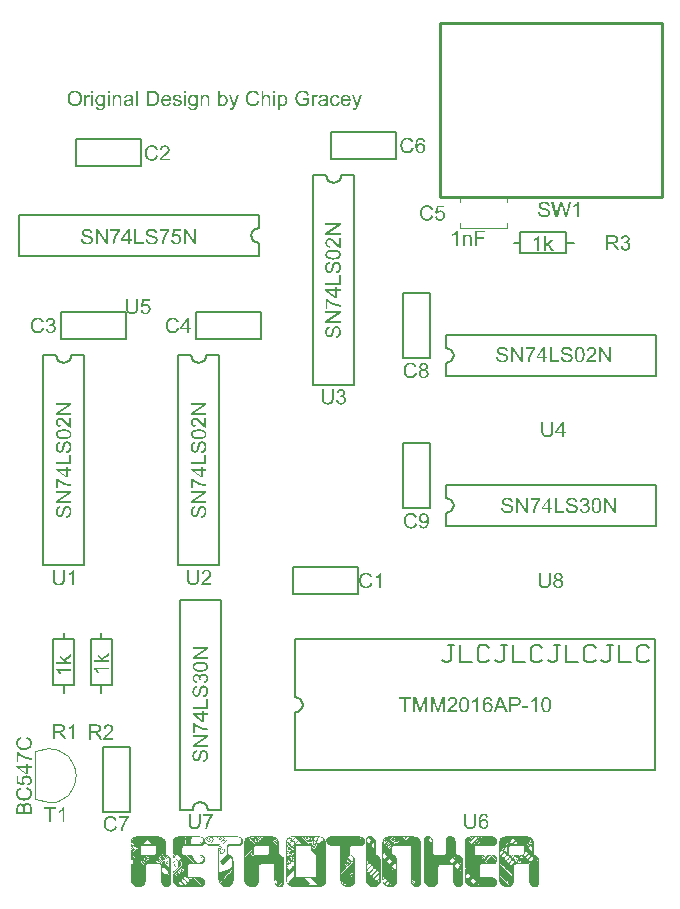
<source format=gto>
G04*
G04 #@! TF.GenerationSoftware,Altium Limited,Altium Designer,21.2.2 (38)*
G04*
G04 Layer_Color=65535*
%FSLAX25Y25*%
%MOIN*%
G70*
G04*
G04 #@! TF.SameCoordinates,E534A7AC-AC44-48D5-B16F-5E538074D1C0*
G04*
G04*
G04 #@! TF.FilePolarity,Positive*
G04*
G01*
G75*
%ADD10C,0.00394*%
%ADD11C,0.00787*%
%ADD12C,0.00591*%
%ADD13C,0.01000*%
G36*
X88242Y52134D02*
X88520D01*
Y52064D01*
X88730D01*
Y51994D01*
X88869D01*
Y51925D01*
X89008D01*
Y51855D01*
X89078D01*
Y51785D01*
X89148D01*
Y51715D01*
X89218D01*
Y51646D01*
X89287D01*
Y51576D01*
X89357D01*
Y51506D01*
X89427D01*
Y51437D01*
X89496D01*
Y51367D01*
X89566D01*
Y51297D01*
X89636D01*
Y51227D01*
X89706D01*
Y51158D01*
X89775D01*
Y51088D01*
Y51018D01*
Y50949D01*
X89845D01*
Y50879D01*
Y50809D01*
Y50740D01*
X89915D01*
Y50670D01*
Y50600D01*
Y50530D01*
Y50461D01*
Y50391D01*
Y50321D01*
Y50252D01*
Y50182D01*
Y50112D01*
X89845D01*
Y50042D01*
Y49973D01*
Y49903D01*
Y49833D01*
X89775D01*
Y49764D01*
Y49694D01*
X89706D01*
Y49624D01*
Y49554D01*
X89636D01*
Y49485D01*
X89566D01*
Y49415D01*
X89496D01*
Y49345D01*
X89427D01*
Y49276D01*
X89287D01*
Y49206D01*
X89218D01*
Y49136D01*
X89008D01*
Y49066D01*
X88799D01*
Y48997D01*
X88451D01*
Y48927D01*
X85384D01*
Y48857D01*
X85174D01*
Y48788D01*
X85035D01*
Y48718D01*
Y48648D01*
X84965D01*
Y48579D01*
Y48509D01*
Y48439D01*
Y48369D01*
Y48300D01*
Y48230D01*
Y48160D01*
Y48090D01*
Y48021D01*
Y47951D01*
Y47881D01*
Y47812D01*
Y47742D01*
Y47672D01*
Y47602D01*
Y47533D01*
Y47463D01*
Y47393D01*
Y47324D01*
Y47254D01*
Y47184D01*
Y47115D01*
Y47045D01*
Y46975D01*
Y46905D01*
Y46836D01*
Y46766D01*
Y46696D01*
Y46627D01*
Y46557D01*
Y46487D01*
Y46417D01*
Y46348D01*
Y46278D01*
Y46208D01*
X85035D01*
Y46139D01*
X85174D01*
Y46069D01*
X85314D01*
Y45999D01*
X85453D01*
Y45930D01*
X85593D01*
Y45860D01*
X85662D01*
Y45790D01*
X85732D01*
Y45720D01*
X85802D01*
Y45651D01*
X85871D01*
Y45581D01*
X85941D01*
Y45511D01*
X86011D01*
Y45441D01*
X86081D01*
Y45372D01*
X86150D01*
Y45302D01*
X86220D01*
Y45232D01*
X86290D01*
Y45163D01*
X86360D01*
Y45093D01*
Y45023D01*
X86429D01*
Y44954D01*
Y44884D01*
Y44814D01*
X86499D01*
Y44744D01*
Y44675D01*
Y44605D01*
X86569D01*
Y44535D01*
Y44466D01*
Y44396D01*
Y44326D01*
Y44256D01*
Y44187D01*
Y44117D01*
Y44047D01*
X86638D01*
Y43978D01*
Y43908D01*
Y43838D01*
Y43769D01*
Y43699D01*
Y43629D01*
Y43559D01*
Y43490D01*
Y43420D01*
Y43350D01*
Y43281D01*
Y43211D01*
Y43141D01*
Y43071D01*
Y43002D01*
Y42932D01*
Y42862D01*
Y42792D01*
Y42723D01*
Y42653D01*
Y42583D01*
Y42514D01*
Y42444D01*
Y42374D01*
Y42305D01*
Y42235D01*
Y42165D01*
Y42095D01*
Y42026D01*
Y41956D01*
Y41886D01*
Y41817D01*
Y41747D01*
Y41677D01*
Y41607D01*
Y41538D01*
Y41468D01*
Y41398D01*
Y41329D01*
Y41259D01*
Y41189D01*
Y41120D01*
Y41050D01*
Y40980D01*
Y40910D01*
Y40841D01*
Y40771D01*
Y40701D01*
Y40631D01*
Y40562D01*
Y40492D01*
Y40422D01*
Y40353D01*
Y40283D01*
Y40213D01*
Y40144D01*
Y40074D01*
Y40004D01*
Y39934D01*
Y39865D01*
Y39795D01*
Y39725D01*
Y39656D01*
Y39586D01*
Y39516D01*
Y39446D01*
Y39377D01*
Y39307D01*
Y39237D01*
Y39168D01*
Y39098D01*
Y39028D01*
Y38958D01*
Y38889D01*
Y38819D01*
Y38749D01*
Y38680D01*
Y38610D01*
Y38540D01*
Y38471D01*
Y38401D01*
Y38331D01*
Y38261D01*
Y38192D01*
Y38122D01*
Y38052D01*
Y37982D01*
Y37913D01*
Y37843D01*
Y37773D01*
Y37704D01*
Y37634D01*
Y37564D01*
Y37495D01*
Y37425D01*
Y37355D01*
X86569D01*
Y37285D01*
Y37216D01*
Y37146D01*
Y37076D01*
Y37007D01*
Y36937D01*
Y36867D01*
X86499D01*
Y36797D01*
Y36728D01*
Y36658D01*
X86429D01*
Y36588D01*
Y36519D01*
Y36449D01*
X86360D01*
Y36379D01*
Y36309D01*
X86290D01*
Y36240D01*
Y36170D01*
X86220D01*
Y36100D01*
X86150D01*
Y36031D01*
X86081D01*
Y35961D01*
Y35891D01*
X85941D01*
Y35822D01*
X85871D01*
Y35752D01*
X85802D01*
Y35682D01*
X85662D01*
Y35612D01*
X85593D01*
Y35543D01*
X85384D01*
Y35473D01*
X85174D01*
Y35403D01*
X84896D01*
Y35334D01*
X83641D01*
Y35403D01*
X83362D01*
Y35473D01*
X83153D01*
Y35543D01*
X83013D01*
Y35612D01*
X82874D01*
Y35682D01*
X82735D01*
Y35752D01*
X82665D01*
Y35822D01*
X82595D01*
Y35891D01*
X82525D01*
Y35961D01*
X82456D01*
Y36031D01*
X82386D01*
Y36100D01*
X82316D01*
Y36170D01*
X82247D01*
Y36240D01*
X82177D01*
Y36309D01*
X82107D01*
Y36379D01*
X82038D01*
Y36449D01*
Y36519D01*
X81968D01*
Y36588D01*
X81898D01*
Y36658D01*
Y36728D01*
X81828D01*
Y36797D01*
Y36867D01*
Y36937D01*
X81759D01*
Y37007D01*
Y37076D01*
Y37146D01*
X81689D01*
Y37216D01*
Y37285D01*
Y37355D01*
Y37425D01*
Y37495D01*
X81619D01*
Y37564D01*
Y37634D01*
Y37704D01*
Y37773D01*
Y37843D01*
Y37913D01*
Y37982D01*
Y38052D01*
Y38122D01*
Y38192D01*
Y38261D01*
Y38331D01*
Y38401D01*
Y38471D01*
Y38540D01*
Y38610D01*
Y38680D01*
Y38749D01*
Y38819D01*
Y38889D01*
Y38958D01*
Y39028D01*
Y39098D01*
Y39168D01*
Y39237D01*
Y39307D01*
Y39377D01*
Y39446D01*
Y39516D01*
Y39586D01*
Y39656D01*
Y39725D01*
Y39795D01*
Y39865D01*
Y39934D01*
Y40004D01*
Y40074D01*
Y40144D01*
Y40213D01*
Y40283D01*
Y40353D01*
Y40422D01*
Y40492D01*
Y40562D01*
Y40631D01*
Y40701D01*
Y40771D01*
Y40841D01*
Y40910D01*
Y40980D01*
Y41050D01*
Y41120D01*
Y41189D01*
Y41259D01*
Y41329D01*
Y41398D01*
Y41468D01*
Y41538D01*
Y41607D01*
Y41677D01*
Y41747D01*
Y41817D01*
Y41886D01*
Y41956D01*
Y42026D01*
Y42095D01*
Y42165D01*
Y42235D01*
Y42305D01*
Y42374D01*
Y42444D01*
Y42514D01*
Y42583D01*
Y42653D01*
Y42723D01*
Y42792D01*
Y42862D01*
Y42932D01*
Y43002D01*
Y43071D01*
Y43141D01*
Y43211D01*
Y43281D01*
Y43350D01*
Y43420D01*
Y43490D01*
Y43559D01*
Y43629D01*
Y43699D01*
Y43769D01*
Y43838D01*
Y43908D01*
Y43978D01*
Y44047D01*
Y44117D01*
Y44187D01*
Y44256D01*
Y44326D01*
Y44396D01*
Y44466D01*
Y44535D01*
Y44605D01*
Y44675D01*
Y44744D01*
Y44814D01*
Y44884D01*
Y44954D01*
Y45023D01*
Y45093D01*
Y45163D01*
Y45232D01*
Y45302D01*
Y45372D01*
Y45441D01*
Y45511D01*
Y45581D01*
Y45651D01*
Y45720D01*
Y45790D01*
Y45860D01*
Y45930D01*
Y45999D01*
Y46069D01*
Y46139D01*
Y46208D01*
Y46278D01*
Y46348D01*
Y46417D01*
Y46487D01*
Y46557D01*
Y46627D01*
Y46696D01*
Y46766D01*
Y46836D01*
Y46905D01*
Y46975D01*
Y47045D01*
Y47115D01*
Y47184D01*
Y47254D01*
Y47324D01*
Y47393D01*
Y47463D01*
Y47533D01*
Y47602D01*
Y47672D01*
Y47742D01*
Y47812D01*
Y47881D01*
Y47951D01*
Y48021D01*
Y48090D01*
Y48160D01*
X81689D01*
Y48230D01*
Y48300D01*
Y48369D01*
Y48439D01*
Y48509D01*
Y48579D01*
Y48648D01*
Y48718D01*
Y48788D01*
Y48857D01*
Y48927D01*
Y48997D01*
X80922D01*
Y48927D01*
X78691D01*
Y48997D01*
X78343D01*
Y49066D01*
X78203D01*
Y49136D01*
X78064D01*
Y49206D01*
X77925D01*
Y49276D01*
X77855D01*
Y49345D01*
X77785D01*
Y49415D01*
X77715D01*
Y49485D01*
X77646D01*
Y49554D01*
X77576D01*
Y49624D01*
X77506D01*
Y49694D01*
X77367D01*
Y49764D01*
X77297D01*
Y49833D01*
X77227D01*
Y49903D01*
Y49973D01*
X77158D01*
Y49903D01*
Y49833D01*
X77088D01*
Y49764D01*
Y49694D01*
X77018D01*
Y49624D01*
X76949D01*
Y49554D01*
Y49485D01*
X76879D01*
Y49415D01*
X76809D01*
Y49345D01*
X76740D01*
Y49276D01*
X76600D01*
Y49206D01*
X76530D01*
Y49136D01*
X76321D01*
Y49066D01*
X76182D01*
Y48997D01*
X75833D01*
Y48927D01*
X69978D01*
Y48857D01*
X69838D01*
Y48788D01*
X69769D01*
Y48718D01*
X69699D01*
Y48648D01*
Y48579D01*
Y48509D01*
Y48439D01*
X69629D01*
Y48369D01*
Y48300D01*
Y48230D01*
Y48160D01*
Y48090D01*
Y48021D01*
Y47951D01*
Y47881D01*
Y47812D01*
Y47742D01*
Y47672D01*
Y47602D01*
Y47533D01*
Y47463D01*
Y47393D01*
Y47324D01*
Y47254D01*
Y47184D01*
Y47115D01*
Y47045D01*
Y46975D01*
Y46905D01*
Y46836D01*
Y46766D01*
Y46696D01*
Y46627D01*
Y46557D01*
Y46487D01*
Y46417D01*
Y46348D01*
Y46278D01*
Y46208D01*
X69838D01*
Y46139D01*
X75485D01*
Y46069D01*
X75833D01*
Y45999D01*
X76042D01*
Y45930D01*
X76182D01*
Y45860D01*
X76321D01*
Y45790D01*
X76461D01*
Y45720D01*
X76530D01*
Y45651D01*
X76600D01*
Y45581D01*
X76670D01*
Y45511D01*
X76740D01*
Y45441D01*
X76809D01*
Y45372D01*
X76879D01*
Y45302D01*
X76949D01*
Y45232D01*
X77018D01*
Y45163D01*
Y45093D01*
X77088D01*
Y45023D01*
Y44954D01*
X77158D01*
Y44884D01*
Y44814D01*
Y44744D01*
X77227D01*
Y44675D01*
Y44605D01*
Y44535D01*
Y44466D01*
Y44396D01*
Y44326D01*
Y44256D01*
Y44187D01*
Y44117D01*
Y44047D01*
Y43978D01*
X77158D01*
Y43908D01*
Y43838D01*
Y43769D01*
X77088D01*
Y43699D01*
X77018D01*
Y43629D01*
Y43559D01*
X76949D01*
Y43490D01*
X76879D01*
Y43420D01*
Y43350D01*
X76809D01*
Y43281D01*
X76670D01*
Y43211D01*
X76600D01*
Y43141D01*
X76530D01*
Y43071D01*
X76391D01*
Y43002D01*
X76252D01*
Y42932D01*
X75973D01*
Y42862D01*
X71651D01*
Y42792D01*
X71511D01*
Y42723D01*
X71442D01*
Y42653D01*
X71372D01*
Y42583D01*
Y42514D01*
X71302D01*
Y42444D01*
Y42374D01*
Y42305D01*
Y42235D01*
Y42165D01*
Y42095D01*
Y42026D01*
Y41956D01*
Y41886D01*
Y41817D01*
Y41747D01*
Y41677D01*
Y41607D01*
Y41538D01*
Y41468D01*
Y41398D01*
Y41329D01*
Y41259D01*
Y41189D01*
Y41120D01*
Y41050D01*
Y40980D01*
Y40910D01*
Y40841D01*
Y40771D01*
Y40701D01*
Y40631D01*
Y40562D01*
Y40492D01*
Y40422D01*
Y40353D01*
Y40283D01*
Y40213D01*
Y40144D01*
Y40074D01*
Y40004D01*
Y39934D01*
Y39865D01*
Y39795D01*
Y39725D01*
Y39656D01*
Y39586D01*
Y39516D01*
Y39446D01*
Y39377D01*
Y39307D01*
Y39237D01*
Y39168D01*
Y39098D01*
Y39028D01*
Y38958D01*
Y38889D01*
Y38819D01*
Y38749D01*
Y38680D01*
X71790D01*
Y38610D01*
X75555D01*
Y38540D01*
X75833D01*
Y38471D01*
X76042D01*
Y38401D01*
X76182D01*
Y38331D01*
X76321D01*
Y38261D01*
X76391D01*
Y38192D01*
X76461D01*
Y38122D01*
X76530D01*
Y38052D01*
X76600D01*
Y37982D01*
X76670D01*
Y37913D01*
X76740D01*
Y37843D01*
X76809D01*
Y37773D01*
X76949D01*
Y37704D01*
Y37634D01*
X77018D01*
Y37564D01*
X77088D01*
Y37495D01*
Y37425D01*
X77158D01*
Y37355D01*
Y37285D01*
Y37216D01*
X77227D01*
Y37146D01*
Y37076D01*
Y37007D01*
Y36937D01*
Y36867D01*
Y36797D01*
Y36728D01*
Y36658D01*
Y36588D01*
Y36519D01*
Y36449D01*
X77158D01*
Y36379D01*
Y36309D01*
Y36240D01*
X77088D01*
Y36170D01*
Y36100D01*
X77018D01*
Y36031D01*
X76949D01*
Y35961D01*
Y35891D01*
X76879D01*
Y35822D01*
X76809D01*
Y35752D01*
X76740D01*
Y35682D01*
X76600D01*
Y35612D01*
X76461D01*
Y35543D01*
X76321D01*
Y35473D01*
X76112D01*
Y35403D01*
X75764D01*
Y35334D01*
X68584D01*
Y35403D01*
X68165D01*
Y35473D01*
X67956D01*
Y35543D01*
X67747D01*
Y35612D01*
X67607D01*
Y35682D01*
X67538D01*
Y35752D01*
X67398D01*
Y35822D01*
X67329D01*
Y35891D01*
X67259D01*
Y35961D01*
X67189D01*
Y36031D01*
X67120D01*
Y36100D01*
X67050D01*
Y36170D01*
X66980D01*
Y36240D01*
X66910D01*
Y36309D01*
X66841D01*
Y36379D01*
X66771D01*
Y36449D01*
X66701D01*
Y36519D01*
Y36588D01*
X66632D01*
Y36658D01*
Y36728D01*
X66562D01*
Y36797D01*
Y36867D01*
X66492D01*
Y36937D01*
Y37007D01*
Y37076D01*
X66422D01*
Y37146D01*
Y37216D01*
Y37285D01*
Y37355D01*
X66353D01*
Y37425D01*
Y37495D01*
Y37564D01*
Y37634D01*
Y37704D01*
Y37773D01*
Y37843D01*
Y37913D01*
Y37982D01*
Y38052D01*
Y38122D01*
Y38192D01*
Y38261D01*
Y38331D01*
Y38401D01*
Y38471D01*
Y38540D01*
Y38610D01*
Y38680D01*
Y38749D01*
Y38819D01*
Y38889D01*
Y38958D01*
Y39028D01*
Y39098D01*
Y39168D01*
Y39237D01*
Y39307D01*
Y39377D01*
Y39446D01*
Y39516D01*
Y39586D01*
Y39656D01*
Y39725D01*
Y39795D01*
Y39865D01*
Y39934D01*
Y40004D01*
Y40074D01*
Y40144D01*
Y40213D01*
Y40283D01*
Y40353D01*
Y40422D01*
Y40492D01*
Y40562D01*
Y40631D01*
Y40701D01*
Y40771D01*
Y40841D01*
Y40910D01*
Y40980D01*
Y41050D01*
Y41120D01*
Y41189D01*
Y41259D01*
Y41329D01*
Y41398D01*
Y41468D01*
Y41538D01*
Y41607D01*
Y41677D01*
Y41747D01*
Y41817D01*
Y41886D01*
Y41956D01*
Y42026D01*
Y42095D01*
Y42165D01*
Y42235D01*
Y42305D01*
Y42374D01*
Y42444D01*
Y42514D01*
Y42583D01*
Y42653D01*
Y42723D01*
Y42792D01*
Y42862D01*
Y42932D01*
Y43002D01*
Y43071D01*
Y43141D01*
Y43211D01*
Y43281D01*
Y43350D01*
Y43420D01*
Y43490D01*
Y43559D01*
Y43629D01*
Y43699D01*
Y43769D01*
Y43838D01*
Y43908D01*
Y43978D01*
Y44047D01*
Y44117D01*
Y44187D01*
Y44256D01*
Y44326D01*
Y44396D01*
Y44466D01*
Y44535D01*
Y44605D01*
Y44675D01*
Y44744D01*
Y44814D01*
Y44884D01*
Y44954D01*
Y45023D01*
Y45093D01*
Y45163D01*
Y45232D01*
Y45302D01*
Y45372D01*
Y45441D01*
Y45511D01*
Y45581D01*
Y45651D01*
Y45720D01*
Y45790D01*
Y45860D01*
Y45930D01*
Y45999D01*
Y46069D01*
Y46139D01*
Y46208D01*
Y46278D01*
Y46348D01*
Y46417D01*
Y46487D01*
Y46557D01*
Y46627D01*
Y46696D01*
Y46766D01*
Y46836D01*
Y46905D01*
Y46975D01*
Y47045D01*
Y47115D01*
Y47184D01*
Y47254D01*
Y47324D01*
Y47393D01*
Y47463D01*
Y47533D01*
Y47602D01*
Y47672D01*
Y47742D01*
Y47812D01*
Y47881D01*
Y47951D01*
Y48021D01*
Y48090D01*
Y48160D01*
Y48230D01*
Y48300D01*
Y48369D01*
Y48439D01*
Y48509D01*
Y48579D01*
Y48648D01*
Y48718D01*
Y48788D01*
Y48857D01*
Y48927D01*
Y48997D01*
Y49066D01*
Y49136D01*
Y49206D01*
Y49276D01*
Y49345D01*
Y49415D01*
Y49485D01*
Y49554D01*
Y49624D01*
Y49694D01*
Y49764D01*
Y49833D01*
Y49903D01*
Y49973D01*
Y50042D01*
Y50112D01*
Y50182D01*
Y50252D01*
Y50321D01*
Y50391D01*
X66422D01*
Y50461D01*
Y50530D01*
Y50600D01*
Y50670D01*
Y50740D01*
X66492D01*
Y50809D01*
Y50879D01*
Y50949D01*
X66562D01*
Y51018D01*
Y51088D01*
Y51158D01*
X66632D01*
Y51227D01*
Y51297D01*
X66701D01*
Y51367D01*
Y51437D01*
X66771D01*
Y51506D01*
X66841D01*
Y51576D01*
X66910D01*
Y51646D01*
X66980D01*
Y51715D01*
X67050D01*
Y51785D01*
X67120D01*
Y51855D01*
X67259D01*
Y51925D01*
X67398D01*
Y51994D01*
X67538D01*
Y52064D01*
X67747D01*
Y52134D01*
X68095D01*
Y52203D01*
X75624D01*
Y52134D01*
X75903D01*
Y52064D01*
X76042D01*
Y51994D01*
X76182D01*
Y51925D01*
X76252D01*
Y51855D01*
X76391D01*
Y51785D01*
X76461D01*
Y51715D01*
X76530D01*
Y51646D01*
X76600D01*
Y51576D01*
X76670D01*
Y51506D01*
X76740D01*
Y51437D01*
X76809D01*
Y51367D01*
X76879D01*
Y51297D01*
X76949D01*
Y51227D01*
Y51158D01*
X77018D01*
Y51227D01*
X77088D01*
Y51297D01*
Y51367D01*
Y51437D01*
X77158D01*
Y51506D01*
X77227D01*
Y51576D01*
Y51646D01*
X77297D01*
Y51715D01*
X77367D01*
Y51785D01*
X77506D01*
Y51855D01*
X77576D01*
Y51925D01*
X77715D01*
Y51994D01*
X77855D01*
Y52064D01*
X77994D01*
Y52134D01*
X78273D01*
Y52203D01*
X88242D01*
Y52134D01*
D02*
G37*
G36*
X159346Y52203D02*
X159555D01*
Y52134D01*
X159625D01*
Y52064D01*
X159764D01*
Y51994D01*
X159834D01*
Y51925D01*
X159904D01*
Y51855D01*
X159973D01*
Y51785D01*
X160043D01*
Y51715D01*
X160113D01*
Y51646D01*
X160182D01*
Y51576D01*
X160252D01*
Y51506D01*
X160322D01*
Y51437D01*
X160391D01*
Y51367D01*
Y51297D01*
X160461D01*
Y51227D01*
Y51158D01*
X160531D01*
Y51088D01*
Y51018D01*
X160601D01*
Y50949D01*
Y50879D01*
Y50809D01*
Y50740D01*
X160670D01*
Y50670D01*
Y50600D01*
Y50530D01*
Y50461D01*
Y50391D01*
Y50321D01*
Y50252D01*
Y50182D01*
Y50112D01*
Y50042D01*
Y49973D01*
Y49903D01*
Y49833D01*
Y49764D01*
Y49694D01*
Y49624D01*
Y49554D01*
Y49485D01*
Y49415D01*
Y49345D01*
Y49276D01*
Y49206D01*
Y49136D01*
Y49066D01*
Y48997D01*
Y48927D01*
Y48857D01*
Y48788D01*
Y48718D01*
Y48648D01*
Y48579D01*
Y48509D01*
Y48439D01*
Y48369D01*
Y48300D01*
Y48230D01*
Y48160D01*
Y48090D01*
Y48021D01*
Y47951D01*
Y47881D01*
Y47812D01*
Y47742D01*
Y47672D01*
Y47602D01*
Y47533D01*
Y47463D01*
Y47393D01*
Y47324D01*
Y47254D01*
Y47184D01*
Y47115D01*
Y47045D01*
Y46975D01*
Y46905D01*
Y46836D01*
Y46766D01*
Y46696D01*
Y46627D01*
Y46557D01*
Y46487D01*
Y46417D01*
X160740D01*
Y46348D01*
Y46278D01*
Y46208D01*
X161089D01*
Y46139D01*
X161577D01*
Y46069D01*
X161855D01*
Y45999D01*
X161995D01*
Y45930D01*
X162134D01*
Y45860D01*
X162204D01*
Y45790D01*
X162274D01*
Y45720D01*
X162343D01*
Y45651D01*
X162413D01*
Y45581D01*
X162483D01*
Y45511D01*
X162552D01*
Y45441D01*
X162622D01*
Y45372D01*
X162692D01*
Y45302D01*
X162762D01*
Y45232D01*
X162831D01*
Y45163D01*
Y45093D01*
X162901D01*
Y45023D01*
Y44954D01*
X162971D01*
Y44884D01*
Y44814D01*
X163040D01*
Y44744D01*
Y44675D01*
Y44605D01*
Y44535D01*
X163110D01*
Y44466D01*
Y44396D01*
Y44326D01*
Y44256D01*
Y44187D01*
Y44117D01*
Y44047D01*
Y43978D01*
Y43908D01*
Y43838D01*
X163180D01*
Y43769D01*
Y43699D01*
Y43629D01*
Y43559D01*
Y43490D01*
Y43420D01*
Y43350D01*
Y43281D01*
Y43211D01*
Y43141D01*
Y43071D01*
Y43002D01*
Y42932D01*
Y42862D01*
Y42792D01*
Y42723D01*
Y42653D01*
Y42583D01*
Y42514D01*
Y42444D01*
Y42374D01*
Y42305D01*
Y42235D01*
Y42165D01*
Y42095D01*
Y42026D01*
Y41956D01*
Y41886D01*
Y41817D01*
Y41747D01*
Y41677D01*
Y41607D01*
Y41538D01*
Y41468D01*
Y41398D01*
Y41329D01*
Y41259D01*
Y41189D01*
Y41120D01*
Y41050D01*
Y40980D01*
Y40910D01*
Y40841D01*
Y40771D01*
Y40701D01*
Y40631D01*
Y40562D01*
Y40492D01*
Y40422D01*
Y40353D01*
Y40283D01*
Y40213D01*
Y40144D01*
Y40074D01*
Y40004D01*
Y39934D01*
Y39865D01*
Y39795D01*
Y39725D01*
Y39656D01*
Y39586D01*
Y39516D01*
Y39446D01*
Y39377D01*
Y39307D01*
Y39237D01*
Y39168D01*
Y39098D01*
Y39028D01*
Y38958D01*
Y38889D01*
Y38819D01*
Y38749D01*
Y38680D01*
Y38610D01*
Y38540D01*
Y38471D01*
Y38401D01*
Y38331D01*
Y38261D01*
Y38192D01*
Y38122D01*
Y38052D01*
Y37982D01*
Y37913D01*
Y37843D01*
Y37773D01*
Y37704D01*
Y37634D01*
Y37564D01*
Y37495D01*
Y37425D01*
Y37355D01*
Y37285D01*
Y37216D01*
Y37146D01*
Y37076D01*
Y37007D01*
X163110D01*
Y36937D01*
Y36867D01*
Y36797D01*
Y36728D01*
Y36658D01*
Y36588D01*
Y36519D01*
Y36449D01*
Y36379D01*
X163040D01*
Y36309D01*
Y36240D01*
Y36170D01*
X162971D01*
Y36100D01*
Y36031D01*
Y35961D01*
X162901D01*
Y35891D01*
Y35822D01*
X162831D01*
Y35752D01*
Y35682D01*
X162762D01*
Y35612D01*
X162692D01*
Y35543D01*
X162622D01*
Y35473D01*
X162552D01*
Y35403D01*
X162413D01*
Y35334D01*
X162343D01*
Y35264D01*
X162134D01*
Y35194D01*
X161228D01*
Y35264D01*
X161019D01*
Y35334D01*
X160949D01*
Y35403D01*
X160810D01*
Y35473D01*
X160740D01*
Y35543D01*
X160670D01*
Y35612D01*
X160601D01*
Y35682D01*
X160531D01*
Y35752D01*
X160461D01*
Y35822D01*
X160391D01*
Y35891D01*
X160322D01*
Y35961D01*
X160252D01*
Y36031D01*
Y36100D01*
X160182D01*
Y36170D01*
X160113D01*
Y36240D01*
Y36309D01*
X160043D01*
Y36379D01*
Y36449D01*
Y36519D01*
X159973D01*
Y36588D01*
Y36658D01*
Y36728D01*
X159904D01*
Y36797D01*
Y36867D01*
Y36937D01*
Y37007D01*
Y37076D01*
Y37146D01*
Y37216D01*
Y37285D01*
Y37355D01*
X159834D01*
Y37425D01*
Y37495D01*
Y37564D01*
Y37634D01*
Y37704D01*
Y37773D01*
Y37843D01*
Y37913D01*
Y37982D01*
Y38052D01*
Y38122D01*
Y38192D01*
Y38261D01*
Y38331D01*
Y38401D01*
Y38471D01*
Y38540D01*
Y38610D01*
Y38680D01*
Y38749D01*
Y38819D01*
Y38889D01*
Y38958D01*
Y39028D01*
Y39098D01*
Y39168D01*
Y39237D01*
Y39307D01*
Y39377D01*
Y39446D01*
Y39516D01*
Y39586D01*
Y39656D01*
Y39725D01*
Y39795D01*
Y39865D01*
Y39934D01*
Y40004D01*
Y40074D01*
Y40144D01*
Y40213D01*
Y40283D01*
Y40353D01*
Y40422D01*
Y40492D01*
Y40562D01*
Y40631D01*
Y40701D01*
Y40771D01*
Y40841D01*
Y40910D01*
Y40980D01*
Y41050D01*
Y41120D01*
Y41189D01*
Y41259D01*
Y41329D01*
Y41398D01*
Y41468D01*
Y41538D01*
Y41607D01*
Y41677D01*
Y41747D01*
Y41817D01*
Y41886D01*
Y41956D01*
Y42026D01*
Y42095D01*
Y42165D01*
Y42235D01*
Y42305D01*
Y42374D01*
Y42444D01*
Y42514D01*
Y42583D01*
Y42653D01*
Y42723D01*
Y42792D01*
X155233D01*
Y42723D01*
X155163D01*
Y42653D01*
X155094D01*
Y42583D01*
X155024D01*
Y42514D01*
Y42444D01*
Y42374D01*
Y42305D01*
Y42235D01*
Y42165D01*
Y42095D01*
X154954D01*
Y42026D01*
Y41956D01*
Y41886D01*
Y41817D01*
Y41747D01*
Y41677D01*
Y41607D01*
Y41538D01*
Y41468D01*
Y41398D01*
Y41329D01*
Y41259D01*
Y41189D01*
Y41120D01*
Y41050D01*
Y40980D01*
Y40910D01*
Y40841D01*
Y40771D01*
Y40701D01*
Y40631D01*
Y40562D01*
Y40492D01*
Y40422D01*
Y40353D01*
Y40283D01*
Y40213D01*
Y40144D01*
Y40074D01*
Y40004D01*
Y39934D01*
Y39865D01*
Y39795D01*
Y39725D01*
Y39656D01*
Y39586D01*
Y39516D01*
Y39446D01*
Y39377D01*
Y39307D01*
Y39237D01*
Y39168D01*
Y39098D01*
Y39028D01*
Y38958D01*
Y38889D01*
Y38819D01*
Y38749D01*
Y38680D01*
Y38610D01*
Y38540D01*
Y38471D01*
Y38401D01*
Y38331D01*
Y38261D01*
Y38192D01*
Y38122D01*
Y38052D01*
Y37982D01*
Y37913D01*
Y37843D01*
Y37773D01*
Y37704D01*
Y37634D01*
Y37564D01*
Y37495D01*
Y37425D01*
Y37355D01*
Y37285D01*
Y37216D01*
Y37146D01*
Y37076D01*
X154884D01*
Y37007D01*
Y36937D01*
Y36867D01*
Y36797D01*
Y36728D01*
X154815D01*
Y36658D01*
Y36588D01*
Y36519D01*
X154745D01*
Y36449D01*
Y36379D01*
X154675D01*
Y36309D01*
Y36240D01*
X154606D01*
Y36170D01*
Y36100D01*
X154536D01*
Y36031D01*
X154466D01*
Y35961D01*
X154396D01*
Y35891D01*
X154327D01*
Y35822D01*
X154257D01*
Y35752D01*
X154187D01*
Y35682D01*
X154048D01*
Y35612D01*
X153978D01*
Y35543D01*
X153769D01*
Y35473D01*
X153560D01*
Y35403D01*
X153281D01*
Y35334D01*
X152096D01*
Y35403D01*
X151748D01*
Y35473D01*
X151538D01*
Y35543D01*
X151399D01*
Y35612D01*
X151260D01*
Y35682D01*
X151120D01*
Y35752D01*
X151050D01*
Y35822D01*
X150981D01*
Y35891D01*
X150911D01*
Y35961D01*
X150841D01*
Y36031D01*
X150771D01*
Y36100D01*
X150702D01*
Y36170D01*
X150632D01*
Y36240D01*
X150562D01*
Y36309D01*
X150493D01*
Y36379D01*
X150423D01*
Y36449D01*
Y36519D01*
X150353D01*
Y36588D01*
X150284D01*
Y36658D01*
Y36728D01*
X150214D01*
Y36797D01*
Y36867D01*
X150144D01*
Y36937D01*
Y37007D01*
Y37076D01*
X150074D01*
Y37146D01*
Y37216D01*
Y37285D01*
Y37355D01*
Y37425D01*
X150005D01*
Y37495D01*
Y37564D01*
Y37634D01*
Y37704D01*
Y37773D01*
Y37843D01*
Y37913D01*
Y37982D01*
Y38052D01*
Y38122D01*
Y38192D01*
Y38261D01*
Y38331D01*
Y38401D01*
Y38471D01*
Y38540D01*
Y38610D01*
Y38680D01*
Y38749D01*
Y38819D01*
Y38889D01*
Y38958D01*
Y39028D01*
Y39098D01*
Y39168D01*
Y39237D01*
Y39307D01*
Y39377D01*
Y39446D01*
Y39516D01*
Y39586D01*
Y39656D01*
Y39725D01*
Y39795D01*
Y39865D01*
Y39934D01*
Y40004D01*
Y40074D01*
Y40144D01*
Y40213D01*
Y40283D01*
Y40353D01*
Y40422D01*
Y40492D01*
Y40562D01*
Y40631D01*
Y40701D01*
Y40771D01*
Y40841D01*
Y40910D01*
Y40980D01*
Y41050D01*
Y41120D01*
Y41189D01*
Y41259D01*
Y41329D01*
Y41398D01*
Y41468D01*
Y41538D01*
Y41607D01*
Y41677D01*
Y41747D01*
Y41817D01*
Y41886D01*
Y41956D01*
Y42026D01*
Y42095D01*
Y42165D01*
Y42235D01*
Y42305D01*
Y42374D01*
Y42444D01*
Y42514D01*
Y42583D01*
Y42653D01*
Y42723D01*
Y42792D01*
Y42862D01*
Y42932D01*
Y43002D01*
Y43071D01*
Y43141D01*
Y43211D01*
Y43281D01*
Y43350D01*
Y43420D01*
Y43490D01*
Y43559D01*
Y43629D01*
Y43699D01*
Y43769D01*
Y43838D01*
Y43908D01*
Y43978D01*
Y44047D01*
Y44117D01*
Y44187D01*
Y44256D01*
Y44326D01*
Y44396D01*
Y44466D01*
Y44535D01*
Y44605D01*
Y44675D01*
Y44744D01*
Y44814D01*
Y44884D01*
Y44954D01*
Y45023D01*
Y45093D01*
Y45163D01*
Y45232D01*
Y45302D01*
Y45372D01*
Y45441D01*
Y45511D01*
Y45581D01*
Y45651D01*
Y45720D01*
Y45790D01*
Y45860D01*
Y45930D01*
Y45999D01*
Y46069D01*
Y46139D01*
Y46208D01*
Y46278D01*
Y46348D01*
Y46417D01*
Y46487D01*
Y46557D01*
Y46627D01*
Y46696D01*
Y46766D01*
Y46836D01*
Y46905D01*
Y46975D01*
Y47045D01*
Y47115D01*
Y47184D01*
Y47254D01*
Y47324D01*
Y47393D01*
Y47463D01*
Y47533D01*
Y47602D01*
Y47672D01*
Y47742D01*
Y47812D01*
Y47881D01*
Y47951D01*
Y48021D01*
Y48090D01*
Y48160D01*
Y48230D01*
Y48300D01*
Y48369D01*
Y48439D01*
Y48509D01*
Y48579D01*
Y48648D01*
Y48718D01*
Y48788D01*
Y48857D01*
Y48927D01*
Y48997D01*
Y49066D01*
Y49136D01*
Y49206D01*
Y49276D01*
Y49345D01*
Y49415D01*
Y49485D01*
Y49554D01*
Y49624D01*
Y49694D01*
Y49764D01*
Y49833D01*
Y49903D01*
Y49973D01*
Y50042D01*
Y50112D01*
Y50182D01*
Y50252D01*
Y50321D01*
Y50391D01*
Y50461D01*
Y50530D01*
Y50600D01*
Y50670D01*
Y50740D01*
Y50809D01*
Y50879D01*
Y50949D01*
Y51018D01*
X150074D01*
Y51088D01*
Y51158D01*
Y51227D01*
Y51297D01*
X150144D01*
Y51367D01*
Y51437D01*
X150214D01*
Y51506D01*
Y51576D01*
X150284D01*
Y51646D01*
Y51715D01*
X150353D01*
Y51785D01*
X150423D01*
Y51855D01*
X150493D01*
Y51925D01*
X150562D01*
Y51994D01*
X150632D01*
Y52064D01*
X150702D01*
Y52134D01*
X150841D01*
Y52203D01*
X151050D01*
Y52273D01*
X151887D01*
Y52203D01*
X152096D01*
Y52134D01*
X152235D01*
Y52064D01*
X152305D01*
Y51994D01*
X152375D01*
Y51925D01*
X152445D01*
Y51855D01*
X152514D01*
Y51785D01*
X152584D01*
Y51715D01*
X152654D01*
Y51646D01*
X152793D01*
Y51576D01*
Y51506D01*
X152863D01*
Y51437D01*
X152933D01*
Y51367D01*
X153002D01*
Y51297D01*
Y51227D01*
X153072D01*
Y51158D01*
Y51088D01*
X153142D01*
Y51018D01*
Y50949D01*
X153211D01*
Y50879D01*
Y50809D01*
Y50740D01*
Y50670D01*
Y50600D01*
X153281D01*
Y50530D01*
Y50461D01*
Y50391D01*
Y50321D01*
Y50252D01*
Y50182D01*
Y50112D01*
Y50042D01*
Y49973D01*
Y49903D01*
Y49833D01*
Y49764D01*
Y49694D01*
Y49624D01*
Y49554D01*
Y49485D01*
Y49415D01*
Y49345D01*
Y49276D01*
Y49206D01*
Y49136D01*
Y49066D01*
Y48997D01*
Y48927D01*
Y48857D01*
Y48788D01*
Y48718D01*
Y48648D01*
Y48579D01*
Y48509D01*
Y48439D01*
Y48369D01*
Y48300D01*
Y48230D01*
Y48160D01*
Y48090D01*
Y48021D01*
Y47951D01*
Y47881D01*
Y47812D01*
Y47742D01*
Y47672D01*
Y47602D01*
Y47533D01*
Y47463D01*
Y47393D01*
Y47324D01*
Y47254D01*
Y47184D01*
Y47115D01*
Y47045D01*
Y46975D01*
Y46905D01*
Y46836D01*
Y46766D01*
Y46696D01*
Y46627D01*
Y46557D01*
Y46487D01*
Y46417D01*
Y46348D01*
Y46278D01*
X153351D01*
Y46208D01*
Y46139D01*
X157045D01*
Y46208D01*
X157185D01*
Y46278D01*
X157255D01*
Y46348D01*
X157324D01*
Y46417D01*
Y46487D01*
X157394D01*
Y46557D01*
Y46627D01*
Y46696D01*
Y46766D01*
Y46836D01*
Y46905D01*
Y46975D01*
Y47045D01*
Y47115D01*
Y47184D01*
Y47254D01*
Y47324D01*
Y47393D01*
Y47463D01*
Y47533D01*
Y47602D01*
Y47672D01*
Y47742D01*
Y47812D01*
Y47881D01*
Y47951D01*
Y48021D01*
Y48090D01*
Y48160D01*
Y48230D01*
Y48300D01*
Y48369D01*
Y48439D01*
Y48509D01*
Y48579D01*
Y48648D01*
Y48718D01*
Y48788D01*
Y48857D01*
Y48927D01*
Y48997D01*
Y49066D01*
Y49136D01*
Y49206D01*
Y49276D01*
Y49345D01*
Y49415D01*
Y49485D01*
Y49554D01*
Y49624D01*
Y49694D01*
Y49764D01*
Y49833D01*
Y49903D01*
Y49973D01*
Y50042D01*
Y50112D01*
Y50182D01*
Y50252D01*
Y50321D01*
Y50391D01*
Y50461D01*
Y50530D01*
Y50600D01*
Y50670D01*
Y50740D01*
Y50809D01*
X157464D01*
Y50879D01*
Y50949D01*
Y51018D01*
Y51088D01*
Y51158D01*
Y51227D01*
X157533D01*
Y51297D01*
Y51367D01*
Y51437D01*
X157603D01*
Y51506D01*
Y51576D01*
X157673D01*
Y51646D01*
Y51715D01*
X157743D01*
Y51785D01*
X157812D01*
Y51855D01*
X157882D01*
Y51925D01*
X157952D01*
Y51994D01*
X158021D01*
Y52064D01*
X158091D01*
Y52134D01*
X158230D01*
Y52203D01*
X158440D01*
Y52273D01*
X159346D01*
Y52203D01*
D02*
G37*
G36*
X173009Y52134D02*
X173288D01*
Y52064D01*
X173427D01*
Y51994D01*
X173567D01*
Y51925D01*
X173636D01*
Y51855D01*
X173776D01*
Y51785D01*
X173846D01*
Y51715D01*
X173915D01*
Y51646D01*
X173985D01*
Y51576D01*
X174055D01*
Y51506D01*
X174124D01*
Y51437D01*
X174194D01*
Y51367D01*
X174264D01*
Y51297D01*
X174334D01*
Y51227D01*
Y51158D01*
X174403D01*
Y51088D01*
Y51018D01*
X174473D01*
Y50949D01*
Y50879D01*
X174543D01*
Y50809D01*
Y50740D01*
Y50670D01*
Y50600D01*
X174612D01*
Y50530D01*
Y50461D01*
Y50391D01*
Y50321D01*
Y50252D01*
Y50182D01*
X174543D01*
Y50112D01*
Y50042D01*
Y49973D01*
Y49903D01*
X174473D01*
Y49833D01*
Y49764D01*
Y49694D01*
X174403D01*
Y49624D01*
X174334D01*
Y49554D01*
Y49485D01*
X174264D01*
Y49415D01*
X174194D01*
Y49345D01*
X174124D01*
Y49276D01*
X173985D01*
Y49206D01*
X173915D01*
Y49136D01*
X173706D01*
Y49066D01*
X173567D01*
Y48997D01*
X173218D01*
Y48927D01*
X167362D01*
Y48857D01*
X167223D01*
Y48788D01*
X167153D01*
Y48718D01*
X167084D01*
Y48648D01*
Y48579D01*
Y48509D01*
Y48439D01*
X167014D01*
Y48369D01*
Y48300D01*
Y48230D01*
Y48160D01*
Y48090D01*
Y48021D01*
Y47951D01*
Y47881D01*
Y47812D01*
Y47742D01*
Y47672D01*
Y47602D01*
Y47533D01*
Y47463D01*
Y47393D01*
Y47324D01*
Y47254D01*
Y47184D01*
Y47115D01*
Y47045D01*
Y46975D01*
Y46905D01*
Y46836D01*
Y46766D01*
Y46696D01*
Y46627D01*
Y46557D01*
Y46487D01*
Y46417D01*
Y46348D01*
Y46278D01*
Y46208D01*
X167223D01*
Y46139D01*
X172870D01*
Y46069D01*
X173218D01*
Y45999D01*
X173427D01*
Y45930D01*
X173567D01*
Y45860D01*
X173706D01*
Y45790D01*
X173846D01*
Y45720D01*
X173915D01*
Y45651D01*
X173985D01*
Y45581D01*
X174055D01*
Y45511D01*
X174124D01*
Y45441D01*
X174194D01*
Y45372D01*
X174264D01*
Y45302D01*
X174334D01*
Y45232D01*
X174403D01*
Y45163D01*
Y45093D01*
X174473D01*
Y45023D01*
Y44954D01*
X174543D01*
Y44884D01*
Y44814D01*
Y44744D01*
X174612D01*
Y44675D01*
Y44605D01*
Y44535D01*
Y44466D01*
Y44396D01*
Y44326D01*
Y44256D01*
Y44187D01*
Y44117D01*
Y44047D01*
Y43978D01*
X174543D01*
Y43908D01*
Y43838D01*
Y43769D01*
X174473D01*
Y43699D01*
X174403D01*
Y43629D01*
Y43559D01*
X174334D01*
Y43490D01*
X174264D01*
Y43420D01*
Y43350D01*
X174194D01*
Y43281D01*
X174055D01*
Y43211D01*
X173985D01*
Y43141D01*
X173915D01*
Y43071D01*
X173776D01*
Y43002D01*
X173636D01*
Y42932D01*
X173358D01*
Y42862D01*
X169035D01*
Y42792D01*
X168896D01*
Y42723D01*
X168826D01*
Y42653D01*
X168757D01*
Y42583D01*
Y42514D01*
X168687D01*
Y42444D01*
Y42374D01*
Y42305D01*
Y42235D01*
Y42165D01*
Y42095D01*
Y42026D01*
Y41956D01*
Y41886D01*
Y41817D01*
Y41747D01*
Y41677D01*
Y41607D01*
Y41538D01*
Y41468D01*
Y41398D01*
Y41329D01*
Y41259D01*
Y41189D01*
Y41120D01*
Y41050D01*
Y40980D01*
Y40910D01*
Y40841D01*
Y40771D01*
Y40701D01*
Y40631D01*
Y40562D01*
Y40492D01*
Y40422D01*
Y40353D01*
Y40283D01*
Y40213D01*
Y40144D01*
Y40074D01*
Y40004D01*
Y39934D01*
Y39865D01*
Y39795D01*
Y39725D01*
Y39656D01*
Y39586D01*
Y39516D01*
Y39446D01*
Y39377D01*
Y39307D01*
Y39237D01*
Y39168D01*
Y39098D01*
Y39028D01*
Y38958D01*
Y38889D01*
Y38819D01*
Y38749D01*
Y38680D01*
X169175D01*
Y38610D01*
X172939D01*
Y38540D01*
X173218D01*
Y38471D01*
X173427D01*
Y38401D01*
X173567D01*
Y38331D01*
X173706D01*
Y38261D01*
X173776D01*
Y38192D01*
X173846D01*
Y38122D01*
X173915D01*
Y38052D01*
X173985D01*
Y37982D01*
X174055D01*
Y37913D01*
X174124D01*
Y37843D01*
X174194D01*
Y37773D01*
X174334D01*
Y37704D01*
Y37634D01*
X174403D01*
Y37564D01*
X174473D01*
Y37495D01*
Y37425D01*
X174543D01*
Y37355D01*
Y37285D01*
Y37216D01*
X174612D01*
Y37146D01*
Y37076D01*
Y37007D01*
Y36937D01*
Y36867D01*
Y36797D01*
Y36728D01*
Y36658D01*
Y36588D01*
Y36519D01*
Y36449D01*
X174543D01*
Y36379D01*
Y36309D01*
Y36240D01*
X174473D01*
Y36170D01*
Y36100D01*
X174403D01*
Y36031D01*
X174334D01*
Y35961D01*
Y35891D01*
X174264D01*
Y35822D01*
X174194D01*
Y35752D01*
X174124D01*
Y35682D01*
X173985D01*
Y35612D01*
X173846D01*
Y35543D01*
X173706D01*
Y35473D01*
X173497D01*
Y35403D01*
X173148D01*
Y35334D01*
X165968D01*
Y35403D01*
X165550D01*
Y35473D01*
X165341D01*
Y35543D01*
X165132D01*
Y35612D01*
X164992D01*
Y35682D01*
X164923D01*
Y35752D01*
X164783D01*
Y35822D01*
X164714D01*
Y35891D01*
X164644D01*
Y35961D01*
X164574D01*
Y36031D01*
X164504D01*
Y36100D01*
X164435D01*
Y36170D01*
X164365D01*
Y36240D01*
X164295D01*
Y36309D01*
X164226D01*
Y36379D01*
X164156D01*
Y36449D01*
X164086D01*
Y36519D01*
Y36588D01*
X164016D01*
Y36658D01*
Y36728D01*
X163947D01*
Y36797D01*
Y36867D01*
X163877D01*
Y36937D01*
Y37007D01*
Y37076D01*
X163807D01*
Y37146D01*
Y37216D01*
Y37285D01*
Y37355D01*
X163738D01*
Y37425D01*
Y37495D01*
Y37564D01*
Y37634D01*
Y37704D01*
Y37773D01*
Y37843D01*
Y37913D01*
Y37982D01*
Y38052D01*
Y38122D01*
Y38192D01*
Y38261D01*
Y38331D01*
Y38401D01*
Y38471D01*
Y38540D01*
Y38610D01*
Y38680D01*
Y38749D01*
Y38819D01*
Y38889D01*
Y38958D01*
Y39028D01*
Y39098D01*
Y39168D01*
Y39237D01*
Y39307D01*
Y39377D01*
Y39446D01*
Y39516D01*
Y39586D01*
Y39656D01*
Y39725D01*
Y39795D01*
Y39865D01*
Y39934D01*
Y40004D01*
Y40074D01*
Y40144D01*
Y40213D01*
Y40283D01*
Y40353D01*
Y40422D01*
Y40492D01*
Y40562D01*
Y40631D01*
Y40701D01*
Y40771D01*
Y40841D01*
Y40910D01*
Y40980D01*
Y41050D01*
Y41120D01*
Y41189D01*
Y41259D01*
Y41329D01*
Y41398D01*
Y41468D01*
Y41538D01*
Y41607D01*
Y41677D01*
Y41747D01*
Y41817D01*
Y41886D01*
Y41956D01*
Y42026D01*
Y42095D01*
Y42165D01*
Y42235D01*
Y42305D01*
Y42374D01*
Y42444D01*
Y42514D01*
Y42583D01*
Y42653D01*
Y42723D01*
Y42792D01*
Y42862D01*
Y42932D01*
Y43002D01*
Y43071D01*
Y43141D01*
Y43211D01*
Y43281D01*
Y43350D01*
Y43420D01*
Y43490D01*
Y43559D01*
Y43629D01*
Y43699D01*
Y43769D01*
Y43838D01*
Y43908D01*
Y43978D01*
Y44047D01*
Y44117D01*
Y44187D01*
Y44256D01*
Y44326D01*
Y44396D01*
Y44466D01*
Y44535D01*
Y44605D01*
Y44675D01*
Y44744D01*
Y44814D01*
Y44884D01*
Y44954D01*
Y45023D01*
Y45093D01*
Y45163D01*
Y45232D01*
Y45302D01*
Y45372D01*
Y45441D01*
Y45511D01*
Y45581D01*
Y45651D01*
Y45720D01*
Y45790D01*
Y45860D01*
Y45930D01*
Y45999D01*
Y46069D01*
Y46139D01*
Y46208D01*
Y46278D01*
Y46348D01*
Y46417D01*
Y46487D01*
Y46557D01*
Y46627D01*
Y46696D01*
Y46766D01*
Y46836D01*
Y46905D01*
Y46975D01*
Y47045D01*
Y47115D01*
Y47184D01*
Y47254D01*
Y47324D01*
Y47393D01*
Y47463D01*
Y47533D01*
Y47602D01*
Y47672D01*
Y47742D01*
Y47812D01*
Y47881D01*
Y47951D01*
Y48021D01*
Y48090D01*
Y48160D01*
Y48230D01*
Y48300D01*
Y48369D01*
Y48439D01*
Y48509D01*
Y48579D01*
Y48648D01*
Y48718D01*
Y48788D01*
Y48857D01*
Y48927D01*
Y48997D01*
Y49066D01*
Y49136D01*
Y49206D01*
Y49276D01*
Y49345D01*
Y49415D01*
Y49485D01*
Y49554D01*
Y49624D01*
Y49694D01*
Y49764D01*
Y49833D01*
Y49903D01*
Y49973D01*
Y50042D01*
Y50112D01*
Y50182D01*
Y50252D01*
Y50321D01*
Y50391D01*
X163807D01*
Y50461D01*
Y50530D01*
Y50600D01*
Y50670D01*
Y50740D01*
X163877D01*
Y50809D01*
Y50879D01*
Y50949D01*
X163947D01*
Y51018D01*
Y51088D01*
Y51158D01*
X164016D01*
Y51227D01*
Y51297D01*
X164086D01*
Y51367D01*
Y51437D01*
X164156D01*
Y51506D01*
X164226D01*
Y51576D01*
X164295D01*
Y51646D01*
X164365D01*
Y51715D01*
X164435D01*
Y51785D01*
X164504D01*
Y51855D01*
X164644D01*
Y51925D01*
X164783D01*
Y51994D01*
X164923D01*
Y52064D01*
X165132D01*
Y52134D01*
X165480D01*
Y52203D01*
X173009D01*
Y52134D01*
D02*
G37*
G36*
X132647Y52203D02*
X132856D01*
Y52134D01*
X132995D01*
Y52064D01*
X133065D01*
Y51994D01*
X133135D01*
Y51925D01*
X133205D01*
Y51855D01*
X133274D01*
Y51785D01*
X133344D01*
Y51715D01*
X133414D01*
Y51646D01*
X133484D01*
Y51576D01*
X133553D01*
Y51506D01*
X133623D01*
Y51437D01*
X133693D01*
Y51367D01*
X133762D01*
Y51297D01*
Y51227D01*
X133832D01*
Y51158D01*
Y51088D01*
X133902D01*
Y51018D01*
Y50949D01*
Y50879D01*
X133971D01*
Y50809D01*
Y50740D01*
Y50670D01*
Y50600D01*
Y50530D01*
Y50461D01*
Y50391D01*
X134041D01*
Y50321D01*
Y50252D01*
Y50182D01*
Y50112D01*
Y50042D01*
Y49973D01*
Y49903D01*
Y49833D01*
Y49764D01*
Y49694D01*
Y49624D01*
Y49554D01*
Y49485D01*
Y49415D01*
Y49345D01*
Y49276D01*
Y49206D01*
Y49136D01*
Y49066D01*
Y48997D01*
Y48927D01*
Y48857D01*
Y48788D01*
Y48718D01*
Y48648D01*
Y48579D01*
Y48509D01*
Y48439D01*
Y48369D01*
Y48300D01*
Y48230D01*
Y48160D01*
Y48090D01*
Y48021D01*
Y47951D01*
Y47881D01*
Y47812D01*
Y47742D01*
Y47672D01*
Y47602D01*
Y47533D01*
Y47463D01*
Y47393D01*
Y47324D01*
Y47254D01*
Y47184D01*
Y47115D01*
Y47045D01*
Y46975D01*
Y46905D01*
Y46836D01*
Y46766D01*
Y46696D01*
Y46627D01*
Y46557D01*
Y46487D01*
Y46417D01*
Y46348D01*
Y46278D01*
Y46208D01*
X134111D01*
Y46139D01*
X134320D01*
Y46069D01*
X134459D01*
Y45999D01*
X134529D01*
Y45930D01*
X134669D01*
Y45860D01*
X134738D01*
Y45790D01*
X134808D01*
Y45720D01*
X134947D01*
Y45651D01*
Y45581D01*
X135017D01*
Y45511D01*
X135087D01*
Y45441D01*
X135157D01*
Y45372D01*
X135296D01*
Y45302D01*
Y45232D01*
X135366D01*
Y45163D01*
X135435D01*
Y45093D01*
X135505D01*
Y45023D01*
Y44954D01*
X135575D01*
Y44884D01*
Y44814D01*
Y44744D01*
X135644D01*
Y44675D01*
Y44605D01*
Y44535D01*
Y44466D01*
X135714D01*
Y44396D01*
Y44326D01*
Y44256D01*
Y44187D01*
Y44117D01*
Y44047D01*
Y43978D01*
Y43908D01*
Y43838D01*
Y43769D01*
Y43699D01*
Y43629D01*
Y43559D01*
Y43490D01*
Y43420D01*
Y43350D01*
Y43281D01*
Y43211D01*
Y43141D01*
Y43071D01*
Y43002D01*
Y42932D01*
Y42862D01*
Y42792D01*
Y42723D01*
Y42653D01*
Y42583D01*
Y42514D01*
Y42444D01*
Y42374D01*
Y42305D01*
Y42235D01*
Y42165D01*
Y42095D01*
Y42026D01*
Y41956D01*
Y41886D01*
Y41817D01*
Y41747D01*
Y41677D01*
Y41607D01*
Y41538D01*
Y41468D01*
Y41398D01*
Y41329D01*
Y41259D01*
Y41189D01*
Y41120D01*
Y41050D01*
Y40980D01*
Y40910D01*
Y40841D01*
Y40771D01*
Y40701D01*
Y40631D01*
Y40562D01*
Y40492D01*
Y40422D01*
Y40353D01*
Y40283D01*
Y40213D01*
Y40144D01*
Y40074D01*
Y40004D01*
Y39934D01*
Y39865D01*
Y39795D01*
Y39725D01*
Y39656D01*
Y39586D01*
Y39516D01*
Y39446D01*
Y39377D01*
Y39307D01*
Y39237D01*
Y39168D01*
Y39098D01*
Y39028D01*
Y38958D01*
Y38889D01*
Y38819D01*
Y38749D01*
Y38680D01*
Y38610D01*
Y38540D01*
Y38471D01*
Y38401D01*
Y38331D01*
Y38261D01*
Y38192D01*
Y38122D01*
Y38052D01*
Y37982D01*
Y37913D01*
Y37843D01*
Y37773D01*
Y37704D01*
Y37634D01*
Y37564D01*
Y37495D01*
Y37425D01*
Y37355D01*
Y37285D01*
Y37216D01*
Y37146D01*
Y37076D01*
Y37007D01*
Y36937D01*
X135644D01*
Y36867D01*
Y36797D01*
Y36728D01*
Y36658D01*
X135575D01*
Y36588D01*
Y36519D01*
X135505D01*
Y36449D01*
Y36379D01*
X135435D01*
Y36309D01*
Y36240D01*
X135366D01*
Y36170D01*
X135296D01*
Y36100D01*
Y36031D01*
X135226D01*
Y35961D01*
X135157D01*
Y35891D01*
X135087D01*
Y35822D01*
X134947D01*
Y35752D01*
X134878D01*
Y35682D01*
X134808D01*
Y35612D01*
X134669D01*
Y35543D01*
X134459D01*
Y35473D01*
X134250D01*
Y35403D01*
X133971D01*
Y35334D01*
X132856D01*
Y35403D01*
X132508D01*
Y35473D01*
X132298D01*
Y35543D01*
X132159D01*
Y35612D01*
X132019D01*
Y35682D01*
X131880D01*
Y35752D01*
X131810D01*
Y35822D01*
X131741D01*
Y35891D01*
X131601D01*
Y35961D01*
X131532D01*
Y36031D01*
Y36100D01*
X131462D01*
Y36170D01*
X131392D01*
Y36240D01*
X131253D01*
Y36309D01*
Y36379D01*
X131183D01*
Y36449D01*
X131113D01*
Y36519D01*
X131044D01*
Y36588D01*
Y36658D01*
X130974D01*
Y36728D01*
Y36797D01*
X130904D01*
Y36867D01*
Y36937D01*
X130834D01*
Y37007D01*
Y37076D01*
Y37146D01*
Y37216D01*
X130765D01*
Y37285D01*
Y37355D01*
Y37425D01*
Y37495D01*
Y37564D01*
Y37634D01*
Y37704D01*
Y37773D01*
Y37843D01*
Y37913D01*
Y37982D01*
Y38052D01*
Y38122D01*
Y38192D01*
Y38261D01*
Y38331D01*
Y38401D01*
Y38471D01*
Y38540D01*
Y38610D01*
Y38680D01*
Y38749D01*
Y38819D01*
Y38889D01*
Y38958D01*
Y39028D01*
Y39098D01*
Y39168D01*
Y39237D01*
Y39307D01*
Y39377D01*
Y39446D01*
Y39516D01*
Y39586D01*
Y39656D01*
Y39725D01*
Y39795D01*
Y39865D01*
Y39934D01*
Y40004D01*
Y40074D01*
Y40144D01*
Y40213D01*
Y40283D01*
Y40353D01*
Y40422D01*
Y40492D01*
Y40562D01*
Y40631D01*
Y40701D01*
Y40771D01*
Y40841D01*
Y40910D01*
Y40980D01*
Y41050D01*
Y41120D01*
Y41189D01*
Y41259D01*
Y41329D01*
Y41398D01*
Y41468D01*
Y41538D01*
Y41607D01*
Y41677D01*
Y41747D01*
Y41817D01*
Y41886D01*
Y41956D01*
Y42026D01*
Y42095D01*
Y42165D01*
Y42235D01*
Y42305D01*
Y42374D01*
Y42444D01*
Y42514D01*
Y42583D01*
Y42653D01*
Y42723D01*
Y42792D01*
Y42862D01*
Y42932D01*
Y43002D01*
Y43071D01*
Y43141D01*
Y43211D01*
Y43281D01*
Y43350D01*
Y43420D01*
Y43490D01*
Y43559D01*
Y43629D01*
Y43699D01*
Y43769D01*
Y43838D01*
Y43908D01*
Y43978D01*
Y44047D01*
Y44117D01*
Y44187D01*
Y44256D01*
Y44326D01*
Y44396D01*
Y44466D01*
Y44535D01*
Y44605D01*
Y44675D01*
Y44744D01*
Y44814D01*
Y44884D01*
Y44954D01*
Y45023D01*
Y45093D01*
Y45163D01*
Y45232D01*
Y45302D01*
Y45372D01*
Y45441D01*
Y45511D01*
Y45581D01*
Y45651D01*
Y45720D01*
Y45790D01*
Y45860D01*
Y45930D01*
Y45999D01*
Y46069D01*
Y46139D01*
Y46208D01*
Y46278D01*
Y46348D01*
Y46417D01*
Y46487D01*
Y46557D01*
Y46627D01*
Y46696D01*
Y46766D01*
Y46836D01*
Y46905D01*
Y46975D01*
Y47045D01*
Y47115D01*
Y47184D01*
Y47254D01*
Y47324D01*
Y47393D01*
Y47463D01*
Y47533D01*
Y47602D01*
Y47672D01*
Y47742D01*
Y47812D01*
Y47881D01*
Y47951D01*
Y48021D01*
Y48090D01*
Y48160D01*
Y48230D01*
Y48300D01*
Y48369D01*
Y48439D01*
Y48509D01*
Y48579D01*
Y48648D01*
Y48718D01*
Y48788D01*
Y48857D01*
Y48927D01*
Y48997D01*
Y49066D01*
Y49136D01*
Y49206D01*
Y49276D01*
Y49345D01*
Y49415D01*
Y49485D01*
Y49554D01*
Y49624D01*
Y49694D01*
Y49764D01*
Y49833D01*
Y49903D01*
Y49973D01*
Y50042D01*
Y50112D01*
Y50182D01*
Y50252D01*
Y50321D01*
Y50391D01*
Y50461D01*
Y50530D01*
Y50600D01*
Y50670D01*
Y50740D01*
Y50809D01*
Y50879D01*
Y50949D01*
Y51018D01*
Y51088D01*
X130834D01*
Y51158D01*
Y51227D01*
Y51297D01*
Y51367D01*
X130904D01*
Y51437D01*
Y51506D01*
X130974D01*
Y51576D01*
Y51646D01*
X131044D01*
Y51715D01*
X131113D01*
Y51785D01*
Y51855D01*
X131183D01*
Y51925D01*
X131253D01*
Y51994D01*
X131323D01*
Y52064D01*
X131462D01*
Y52134D01*
X131601D01*
Y52203D01*
X131810D01*
Y52273D01*
X132647D01*
Y52203D01*
D02*
G37*
G36*
X128813Y52134D02*
X129092D01*
Y52064D01*
X129301D01*
Y51994D01*
X129440D01*
Y51925D01*
X129580D01*
Y51855D01*
X129649D01*
Y51785D01*
X129719D01*
Y51715D01*
X129789D01*
Y51646D01*
X129859D01*
Y51576D01*
X129928D01*
Y51506D01*
X129998D01*
Y51437D01*
X130068D01*
Y51367D01*
X130137D01*
Y51297D01*
X130207D01*
Y51227D01*
X130277D01*
Y51158D01*
X130347D01*
Y51088D01*
Y51018D01*
Y50949D01*
X130416D01*
Y50879D01*
Y50809D01*
Y50740D01*
X130486D01*
Y50670D01*
Y50600D01*
Y50530D01*
Y50461D01*
Y50391D01*
Y50321D01*
Y50252D01*
Y50182D01*
Y50112D01*
X130416D01*
Y50042D01*
Y49973D01*
Y49903D01*
Y49833D01*
X130347D01*
Y49764D01*
Y49694D01*
X130277D01*
Y49624D01*
Y49554D01*
X130207D01*
Y49485D01*
X130137D01*
Y49415D01*
X130068D01*
Y49345D01*
X129998D01*
Y49276D01*
X129859D01*
Y49206D01*
X129789D01*
Y49136D01*
X129580D01*
Y49066D01*
X129371D01*
Y48997D01*
X129022D01*
Y48927D01*
X125955D01*
Y48857D01*
X125746D01*
Y48788D01*
X125606D01*
Y48718D01*
Y48648D01*
X125537D01*
Y48579D01*
Y48509D01*
Y48439D01*
Y48369D01*
Y48300D01*
Y48230D01*
Y48160D01*
Y48090D01*
Y48021D01*
Y47951D01*
Y47881D01*
Y47812D01*
Y47742D01*
Y47672D01*
Y47602D01*
Y47533D01*
Y47463D01*
Y47393D01*
Y47324D01*
Y47254D01*
Y47184D01*
Y47115D01*
Y47045D01*
Y46975D01*
Y46905D01*
Y46836D01*
Y46766D01*
Y46696D01*
Y46627D01*
Y46557D01*
Y46487D01*
Y46417D01*
Y46348D01*
Y46278D01*
Y46208D01*
X125606D01*
Y46139D01*
X125746D01*
Y46069D01*
X125885D01*
Y45999D01*
X126024D01*
Y45930D01*
X126164D01*
Y45860D01*
X126234D01*
Y45790D01*
X126303D01*
Y45720D01*
X126373D01*
Y45651D01*
X126443D01*
Y45581D01*
X126512D01*
Y45511D01*
X126582D01*
Y45441D01*
X126652D01*
Y45372D01*
X126722D01*
Y45302D01*
X126791D01*
Y45232D01*
X126861D01*
Y45163D01*
X126931D01*
Y45093D01*
Y45023D01*
X127000D01*
Y44954D01*
Y44884D01*
Y44814D01*
X127070D01*
Y44744D01*
Y44675D01*
Y44605D01*
X127140D01*
Y44535D01*
Y44466D01*
Y44396D01*
Y44326D01*
Y44256D01*
Y44187D01*
Y44117D01*
Y44047D01*
X127209D01*
Y43978D01*
Y43908D01*
Y43838D01*
Y43769D01*
Y43699D01*
Y43629D01*
Y43559D01*
Y43490D01*
Y43420D01*
Y43350D01*
Y43281D01*
Y43211D01*
Y43141D01*
Y43071D01*
Y43002D01*
Y42932D01*
Y42862D01*
Y42792D01*
Y42723D01*
Y42653D01*
Y42583D01*
Y42514D01*
Y42444D01*
Y42374D01*
Y42305D01*
Y42235D01*
Y42165D01*
Y42095D01*
Y42026D01*
Y41956D01*
Y41886D01*
Y41817D01*
Y41747D01*
Y41677D01*
Y41607D01*
Y41538D01*
Y41468D01*
Y41398D01*
Y41329D01*
Y41259D01*
Y41189D01*
Y41120D01*
Y41050D01*
Y40980D01*
Y40910D01*
Y40841D01*
Y40771D01*
Y40701D01*
Y40631D01*
Y40562D01*
Y40492D01*
Y40422D01*
Y40353D01*
Y40283D01*
Y40213D01*
Y40144D01*
Y40074D01*
Y40004D01*
Y39934D01*
Y39865D01*
Y39795D01*
Y39725D01*
Y39656D01*
Y39586D01*
Y39516D01*
Y39446D01*
Y39377D01*
Y39307D01*
Y39237D01*
Y39168D01*
Y39098D01*
Y39028D01*
Y38958D01*
Y38889D01*
Y38819D01*
Y38749D01*
Y38680D01*
Y38610D01*
Y38540D01*
Y38471D01*
Y38401D01*
Y38331D01*
Y38261D01*
Y38192D01*
Y38122D01*
Y38052D01*
Y37982D01*
Y37913D01*
Y37843D01*
Y37773D01*
Y37704D01*
Y37634D01*
Y37564D01*
Y37495D01*
Y37425D01*
Y37355D01*
X127140D01*
Y37285D01*
Y37216D01*
Y37146D01*
Y37076D01*
Y37007D01*
Y36937D01*
Y36867D01*
X127070D01*
Y36797D01*
Y36728D01*
Y36658D01*
X127000D01*
Y36588D01*
Y36519D01*
Y36449D01*
X126931D01*
Y36379D01*
Y36309D01*
X126861D01*
Y36240D01*
Y36170D01*
X126791D01*
Y36100D01*
X126722D01*
Y36031D01*
X126652D01*
Y35961D01*
Y35891D01*
X126512D01*
Y35822D01*
X126443D01*
Y35752D01*
X126373D01*
Y35682D01*
X126234D01*
Y35612D01*
X126164D01*
Y35543D01*
X125955D01*
Y35473D01*
X125746D01*
Y35403D01*
X125467D01*
Y35334D01*
X124212D01*
Y35403D01*
X123933D01*
Y35473D01*
X123724D01*
Y35543D01*
X123585D01*
Y35612D01*
X123445D01*
Y35682D01*
X123306D01*
Y35752D01*
X123236D01*
Y35822D01*
X123166D01*
Y35891D01*
X123097D01*
Y35961D01*
X123027D01*
Y36031D01*
X122957D01*
Y36100D01*
X122888D01*
Y36170D01*
X122818D01*
Y36240D01*
X122748D01*
Y36309D01*
X122678D01*
Y36379D01*
X122609D01*
Y36449D01*
Y36519D01*
X122539D01*
Y36588D01*
X122469D01*
Y36658D01*
Y36728D01*
X122400D01*
Y36797D01*
Y36867D01*
Y36937D01*
X122330D01*
Y37007D01*
Y37076D01*
Y37146D01*
X122260D01*
Y37216D01*
Y37285D01*
Y37355D01*
Y37425D01*
Y37495D01*
X122190D01*
Y37564D01*
Y37634D01*
Y37704D01*
Y37773D01*
Y37843D01*
Y37913D01*
Y37982D01*
Y38052D01*
Y38122D01*
Y38192D01*
Y38261D01*
Y38331D01*
Y38401D01*
Y38471D01*
Y38540D01*
Y38610D01*
Y38680D01*
Y38749D01*
Y38819D01*
Y38889D01*
Y38958D01*
Y39028D01*
Y39098D01*
Y39168D01*
Y39237D01*
Y39307D01*
Y39377D01*
Y39446D01*
Y39516D01*
Y39586D01*
Y39656D01*
Y39725D01*
Y39795D01*
Y39865D01*
Y39934D01*
Y40004D01*
Y40074D01*
Y40144D01*
Y40213D01*
Y40283D01*
Y40353D01*
Y40422D01*
Y40492D01*
Y40562D01*
Y40631D01*
Y40701D01*
Y40771D01*
Y40841D01*
Y40910D01*
Y40980D01*
Y41050D01*
Y41120D01*
Y41189D01*
Y41259D01*
Y41329D01*
Y41398D01*
Y41468D01*
Y41538D01*
Y41607D01*
Y41677D01*
Y41747D01*
Y41817D01*
Y41886D01*
Y41956D01*
Y42026D01*
Y42095D01*
Y42165D01*
Y42235D01*
Y42305D01*
Y42374D01*
Y42444D01*
Y42514D01*
Y42583D01*
Y42653D01*
Y42723D01*
Y42792D01*
Y42862D01*
Y42932D01*
Y43002D01*
Y43071D01*
Y43141D01*
Y43211D01*
Y43281D01*
Y43350D01*
Y43420D01*
Y43490D01*
Y43559D01*
Y43629D01*
Y43699D01*
Y43769D01*
Y43838D01*
Y43908D01*
Y43978D01*
Y44047D01*
Y44117D01*
Y44187D01*
Y44256D01*
Y44326D01*
Y44396D01*
Y44466D01*
Y44535D01*
Y44605D01*
Y44675D01*
Y44744D01*
Y44814D01*
Y44884D01*
Y44954D01*
Y45023D01*
Y45093D01*
Y45163D01*
Y45232D01*
Y45302D01*
Y45372D01*
Y45441D01*
Y45511D01*
Y45581D01*
Y45651D01*
Y45720D01*
Y45790D01*
Y45860D01*
Y45930D01*
Y45999D01*
Y46069D01*
Y46139D01*
Y46208D01*
Y46278D01*
Y46348D01*
Y46417D01*
Y46487D01*
Y46557D01*
Y46627D01*
Y46696D01*
Y46766D01*
Y46836D01*
Y46905D01*
Y46975D01*
Y47045D01*
Y47115D01*
Y47184D01*
Y47254D01*
Y47324D01*
Y47393D01*
Y47463D01*
Y47533D01*
Y47602D01*
Y47672D01*
Y47742D01*
Y47812D01*
Y47881D01*
Y47951D01*
Y48021D01*
Y48090D01*
Y48160D01*
X122260D01*
Y48230D01*
Y48300D01*
Y48369D01*
Y48439D01*
Y48509D01*
Y48579D01*
Y48648D01*
Y48718D01*
Y48788D01*
Y48857D01*
Y48927D01*
Y48997D01*
X121493D01*
Y48927D01*
X119263D01*
Y48997D01*
X118914D01*
Y49066D01*
X118775D01*
Y49136D01*
X118635D01*
Y49206D01*
X118496D01*
Y49276D01*
X118426D01*
Y49345D01*
X118356D01*
Y49415D01*
X118287D01*
Y49485D01*
X118217D01*
Y49554D01*
X118147D01*
Y49624D01*
X118078D01*
Y49694D01*
X118008D01*
Y49764D01*
X117938D01*
Y49833D01*
X117868D01*
Y49903D01*
X117799D01*
Y49973D01*
X117729D01*
Y50042D01*
Y50112D01*
X117659D01*
Y50182D01*
Y50252D01*
X117590D01*
Y50321D01*
Y50391D01*
Y50461D01*
Y50530D01*
X117520D01*
Y50600D01*
Y50670D01*
Y50740D01*
Y50809D01*
Y50879D01*
Y50949D01*
Y51018D01*
X117590D01*
Y51088D01*
Y51158D01*
Y51227D01*
X117659D01*
Y51297D01*
Y51367D01*
Y51437D01*
X117729D01*
Y51506D01*
X117799D01*
Y51576D01*
Y51646D01*
X117868D01*
Y51715D01*
X117938D01*
Y51785D01*
X118078D01*
Y51855D01*
X118147D01*
Y51925D01*
X118287D01*
Y51994D01*
X118426D01*
Y52064D01*
X118565D01*
Y52134D01*
X118844D01*
Y52203D01*
X128813D01*
Y52134D01*
D02*
G37*
G36*
X115429D02*
X115777D01*
Y52064D01*
X115986D01*
Y51994D01*
X116126D01*
Y51925D01*
X116265D01*
Y51855D01*
X116335D01*
Y51785D01*
X116474D01*
Y51715D01*
X116544D01*
Y51646D01*
X116614D01*
Y51576D01*
X116683D01*
Y51506D01*
X116753D01*
Y51437D01*
X116823D01*
Y51367D01*
X116893D01*
Y51297D01*
X116962D01*
Y51227D01*
X117032D01*
Y51158D01*
Y51088D01*
X117102D01*
Y51018D01*
X117171D01*
Y50949D01*
Y50879D01*
X117241D01*
Y50809D01*
Y50740D01*
X117311D01*
Y50670D01*
Y50600D01*
Y50530D01*
X117380D01*
Y50461D01*
Y50391D01*
Y50321D01*
Y50252D01*
Y50182D01*
X117450D01*
Y50112D01*
Y50042D01*
Y49973D01*
Y49903D01*
Y49833D01*
Y49764D01*
Y49694D01*
Y49624D01*
Y49554D01*
X117520D01*
Y49485D01*
Y49415D01*
Y49345D01*
Y49276D01*
Y49206D01*
Y49136D01*
Y49066D01*
Y48997D01*
Y48927D01*
Y48857D01*
Y48788D01*
Y48718D01*
Y48648D01*
Y48579D01*
Y48509D01*
Y48439D01*
Y48369D01*
Y48300D01*
Y48230D01*
Y48160D01*
Y48090D01*
Y48021D01*
Y47951D01*
Y47881D01*
Y47812D01*
Y47742D01*
Y47672D01*
Y47602D01*
Y47533D01*
Y47463D01*
Y47393D01*
Y47324D01*
Y47254D01*
Y47184D01*
Y47115D01*
Y47045D01*
Y46975D01*
Y46905D01*
Y46836D01*
Y46766D01*
Y46696D01*
Y46627D01*
Y46557D01*
Y46487D01*
Y46417D01*
Y46348D01*
Y46278D01*
Y46208D01*
Y46139D01*
Y46069D01*
Y45999D01*
Y45930D01*
Y45860D01*
Y45790D01*
Y45720D01*
Y45651D01*
Y45581D01*
Y45511D01*
Y45441D01*
Y45372D01*
Y45302D01*
Y45232D01*
Y45163D01*
Y45093D01*
Y45023D01*
Y44954D01*
Y44884D01*
Y44814D01*
Y44744D01*
Y44675D01*
Y44605D01*
Y44535D01*
Y44466D01*
Y44396D01*
Y44326D01*
Y44256D01*
Y44187D01*
Y44117D01*
Y44047D01*
Y43978D01*
Y43908D01*
Y43838D01*
Y43769D01*
Y43699D01*
Y43629D01*
Y43559D01*
Y43490D01*
Y43420D01*
Y43350D01*
Y43281D01*
Y43211D01*
Y43141D01*
Y43071D01*
Y43002D01*
Y42932D01*
Y42862D01*
Y42792D01*
Y42723D01*
Y42653D01*
Y42583D01*
Y42514D01*
Y42444D01*
Y42374D01*
Y42305D01*
Y42235D01*
Y42165D01*
Y42095D01*
Y42026D01*
Y41956D01*
Y41886D01*
Y41817D01*
Y41747D01*
Y41677D01*
Y41607D01*
Y41538D01*
Y41468D01*
Y41398D01*
Y41329D01*
Y41259D01*
Y41189D01*
Y41120D01*
Y41050D01*
Y40980D01*
Y40910D01*
Y40841D01*
Y40771D01*
Y40701D01*
Y40631D01*
Y40562D01*
Y40492D01*
Y40422D01*
Y40353D01*
Y40283D01*
Y40213D01*
Y40144D01*
Y40074D01*
Y40004D01*
Y39934D01*
Y39865D01*
Y39795D01*
Y39725D01*
Y39656D01*
Y39586D01*
Y39516D01*
Y39446D01*
Y39377D01*
Y39307D01*
Y39237D01*
Y39168D01*
Y39098D01*
Y39028D01*
Y38958D01*
Y38889D01*
Y38819D01*
Y38749D01*
Y38680D01*
Y38610D01*
Y38540D01*
Y38471D01*
Y38401D01*
Y38331D01*
Y38261D01*
Y38192D01*
Y38122D01*
Y38052D01*
Y37982D01*
Y37913D01*
Y37843D01*
Y37773D01*
Y37704D01*
Y37634D01*
Y37564D01*
Y37495D01*
X117450D01*
Y37425D01*
Y37355D01*
Y37285D01*
Y37216D01*
Y37146D01*
Y37076D01*
Y37007D01*
Y36937D01*
X117380D01*
Y36867D01*
Y36797D01*
Y36728D01*
Y36658D01*
X117311D01*
Y36588D01*
Y36519D01*
Y36449D01*
X117241D01*
Y36379D01*
Y36309D01*
X117171D01*
Y36240D01*
Y36170D01*
X117102D01*
Y36100D01*
X117032D01*
Y36031D01*
Y35961D01*
X116962D01*
Y35891D01*
X116893D01*
Y35822D01*
X116753D01*
Y35752D01*
X116683D01*
Y35682D01*
X116544D01*
Y35612D01*
X116404D01*
Y35543D01*
X116195D01*
Y35473D01*
X115986D01*
Y35403D01*
X115568D01*
Y35334D01*
X106227D01*
Y35403D01*
X105948D01*
Y35473D01*
X105669D01*
Y35543D01*
X105530D01*
Y35612D01*
X105390D01*
Y35682D01*
X105321D01*
Y35752D01*
X105181D01*
Y35822D01*
X105112D01*
Y35891D01*
X105042D01*
Y35961D01*
X104972D01*
Y36031D01*
X104902D01*
Y36100D01*
X104833D01*
Y36170D01*
X104763D01*
Y36240D01*
X104693D01*
Y36309D01*
X104623D01*
Y36379D01*
X104554D01*
Y36449D01*
Y36519D01*
X104484D01*
Y36588D01*
X104414D01*
Y36658D01*
Y36728D01*
X104345D01*
Y36797D01*
Y36867D01*
Y36937D01*
X104275D01*
Y37007D01*
Y37076D01*
Y37146D01*
X104205D01*
Y37216D01*
Y37285D01*
Y37355D01*
Y37425D01*
Y37495D01*
X104136D01*
Y37564D01*
Y37634D01*
Y37704D01*
Y37773D01*
Y37843D01*
Y37913D01*
Y37982D01*
Y38052D01*
Y38122D01*
Y38192D01*
Y38261D01*
Y38331D01*
Y38401D01*
Y38471D01*
Y38540D01*
Y38610D01*
Y38680D01*
Y38749D01*
Y38819D01*
Y38889D01*
Y38958D01*
Y39028D01*
Y39098D01*
Y39168D01*
Y39237D01*
Y39307D01*
Y39377D01*
Y39446D01*
Y39516D01*
Y39586D01*
Y39656D01*
Y39725D01*
Y39795D01*
Y39865D01*
Y39934D01*
Y40004D01*
Y40074D01*
Y40144D01*
Y40213D01*
Y40283D01*
Y40353D01*
Y40422D01*
Y40492D01*
Y40562D01*
Y40631D01*
Y40701D01*
Y40771D01*
Y40841D01*
Y40910D01*
Y40980D01*
Y41050D01*
Y41120D01*
Y41189D01*
Y41259D01*
Y41329D01*
Y41398D01*
Y41468D01*
Y41538D01*
Y41607D01*
Y41677D01*
Y41747D01*
Y41817D01*
Y41886D01*
Y41956D01*
Y42026D01*
Y42095D01*
Y42165D01*
Y42235D01*
Y42305D01*
Y42374D01*
Y42444D01*
Y42514D01*
Y42583D01*
Y42653D01*
Y42723D01*
Y42792D01*
Y42862D01*
Y42932D01*
Y43002D01*
Y43071D01*
Y43141D01*
Y43211D01*
Y43281D01*
Y43350D01*
Y43420D01*
Y43490D01*
Y43559D01*
Y43629D01*
Y43699D01*
Y43769D01*
Y43838D01*
Y43908D01*
Y43978D01*
Y44047D01*
Y44117D01*
Y44187D01*
Y44256D01*
Y44326D01*
Y44396D01*
Y44466D01*
Y44535D01*
Y44605D01*
Y44675D01*
Y44744D01*
Y44814D01*
Y44884D01*
Y44954D01*
Y45023D01*
Y45093D01*
Y45163D01*
Y45232D01*
Y45302D01*
Y45372D01*
Y45441D01*
Y45511D01*
Y45581D01*
Y45651D01*
Y45720D01*
Y45790D01*
Y45860D01*
Y45930D01*
Y45999D01*
Y46069D01*
Y46139D01*
Y46208D01*
Y46278D01*
Y46348D01*
Y46417D01*
Y46487D01*
Y46557D01*
Y46627D01*
Y46696D01*
Y46766D01*
Y46836D01*
Y46905D01*
Y46975D01*
Y47045D01*
Y47115D01*
Y47184D01*
Y47254D01*
Y47324D01*
Y47393D01*
Y47463D01*
Y47533D01*
Y47602D01*
Y47672D01*
Y47742D01*
Y47812D01*
Y47881D01*
Y47951D01*
Y48021D01*
Y48090D01*
Y48160D01*
Y48230D01*
Y48300D01*
Y48369D01*
Y48439D01*
Y48509D01*
Y48579D01*
Y48648D01*
Y48718D01*
Y48788D01*
Y48857D01*
Y48927D01*
Y48997D01*
Y49066D01*
Y49136D01*
Y49206D01*
Y49276D01*
Y49345D01*
Y49415D01*
Y49485D01*
Y49554D01*
Y49624D01*
Y49694D01*
Y49764D01*
Y49833D01*
Y49903D01*
Y49973D01*
Y50042D01*
Y50112D01*
Y50182D01*
Y50252D01*
Y50321D01*
Y50391D01*
Y50461D01*
X104205D01*
Y50530D01*
Y50600D01*
Y50670D01*
Y50740D01*
Y50809D01*
X104275D01*
Y50879D01*
Y50949D01*
Y51018D01*
X104345D01*
Y51088D01*
Y51158D01*
X104414D01*
Y51227D01*
Y51297D01*
X104484D01*
Y51367D01*
Y51437D01*
X104554D01*
Y51506D01*
X104623D01*
Y51576D01*
X104693D01*
Y51646D01*
X104763D01*
Y51715D01*
X104833D01*
Y51785D01*
X104972D01*
Y51855D01*
X105042D01*
Y51925D01*
X105181D01*
Y51994D01*
X105321D01*
Y52064D01*
X105599D01*
Y52134D01*
X105878D01*
Y52203D01*
X115429D01*
Y52134D01*
D02*
G37*
G36*
X184651D02*
X184999D01*
Y52064D01*
X185278D01*
Y51994D01*
X185417D01*
Y51925D01*
X185557D01*
Y51855D01*
X185696D01*
Y51785D01*
X185766D01*
Y51715D01*
X185836D01*
Y51646D01*
X185905D01*
Y51576D01*
X185975D01*
Y51506D01*
X186045D01*
Y51437D01*
X186115D01*
Y51367D01*
X186184D01*
Y51297D01*
X186254D01*
Y51227D01*
X186324D01*
Y51158D01*
X186393D01*
Y51088D01*
X186463D01*
Y51018D01*
X186533D01*
Y50949D01*
Y50879D01*
X186602D01*
Y50809D01*
Y50740D01*
X186672D01*
Y50670D01*
Y50600D01*
Y50530D01*
X186742D01*
Y50461D01*
Y50391D01*
Y50321D01*
Y50252D01*
Y50182D01*
X186812D01*
Y50112D01*
Y50042D01*
Y49973D01*
Y49903D01*
Y49833D01*
Y49764D01*
Y49694D01*
Y49624D01*
Y49554D01*
Y49485D01*
Y49415D01*
X186881D01*
Y49345D01*
Y49276D01*
Y49206D01*
Y49136D01*
Y49066D01*
Y48997D01*
Y48927D01*
Y48857D01*
Y48788D01*
Y48718D01*
Y48648D01*
Y48579D01*
Y48509D01*
Y48439D01*
Y48369D01*
Y48300D01*
Y48230D01*
Y48160D01*
Y48090D01*
Y48021D01*
Y47951D01*
Y47881D01*
Y47812D01*
Y47742D01*
Y47672D01*
Y47602D01*
Y47533D01*
Y47463D01*
Y47393D01*
Y47324D01*
Y47254D01*
Y47184D01*
Y47115D01*
Y47045D01*
Y46975D01*
Y46905D01*
Y46836D01*
Y46766D01*
Y46696D01*
Y46627D01*
Y46557D01*
Y46487D01*
Y46417D01*
Y46348D01*
Y46278D01*
Y46208D01*
X186951D01*
Y46139D01*
X187090D01*
Y46069D01*
X187230D01*
Y45999D01*
X187369D01*
Y45930D01*
X187509D01*
Y45860D01*
X187578D01*
Y45790D01*
X187648D01*
Y45720D01*
X187718D01*
Y45651D01*
X187787D01*
Y45581D01*
X187857D01*
Y45511D01*
X187927D01*
Y45441D01*
X187997D01*
Y45372D01*
X188136D01*
Y45302D01*
Y45232D01*
X188206D01*
Y45163D01*
X188276D01*
Y45093D01*
X188345D01*
Y45023D01*
Y44954D01*
Y44884D01*
X188415D01*
Y44814D01*
Y44744D01*
Y44675D01*
X188485D01*
Y44605D01*
Y44535D01*
Y44466D01*
Y44396D01*
Y44326D01*
X188554D01*
Y44256D01*
Y44187D01*
Y44117D01*
Y44047D01*
Y43978D01*
Y43908D01*
Y43838D01*
Y43769D01*
Y43699D01*
Y43629D01*
Y43559D01*
Y43490D01*
Y43420D01*
Y43350D01*
Y43281D01*
Y43211D01*
Y43141D01*
Y43071D01*
Y43002D01*
Y42932D01*
Y42862D01*
Y42792D01*
Y42723D01*
Y42653D01*
Y42583D01*
Y42514D01*
Y42444D01*
Y42374D01*
Y42305D01*
Y42235D01*
Y42165D01*
Y42095D01*
Y42026D01*
Y41956D01*
Y41886D01*
Y41817D01*
Y41747D01*
Y41677D01*
Y41607D01*
Y41538D01*
Y41468D01*
Y41398D01*
Y41329D01*
Y41259D01*
Y41189D01*
Y41120D01*
Y41050D01*
Y40980D01*
Y40910D01*
Y40841D01*
Y40771D01*
Y40701D01*
Y40631D01*
Y40562D01*
Y40492D01*
Y40422D01*
Y40353D01*
Y40283D01*
Y40213D01*
Y40144D01*
Y40074D01*
Y40004D01*
Y39934D01*
Y39865D01*
Y39795D01*
Y39725D01*
Y39656D01*
Y39586D01*
Y39516D01*
Y39446D01*
Y39377D01*
Y39307D01*
Y39237D01*
Y39168D01*
Y39098D01*
Y39028D01*
Y38958D01*
Y38889D01*
Y38819D01*
Y38749D01*
Y38680D01*
Y38610D01*
Y38540D01*
Y38471D01*
Y38401D01*
Y38331D01*
Y38261D01*
Y38192D01*
Y38122D01*
Y38052D01*
Y37982D01*
Y37913D01*
Y37843D01*
Y37773D01*
Y37704D01*
Y37634D01*
Y37564D01*
Y37495D01*
Y37425D01*
Y37355D01*
Y37285D01*
Y37216D01*
Y37146D01*
Y37076D01*
Y37007D01*
Y36937D01*
Y36867D01*
Y36797D01*
Y36728D01*
Y36658D01*
Y36588D01*
X188485D01*
Y36519D01*
Y36449D01*
Y36379D01*
Y36309D01*
Y36240D01*
X188415D01*
Y36170D01*
Y36100D01*
X188345D01*
Y36031D01*
Y35961D01*
Y35891D01*
X188276D01*
Y35822D01*
X188206D01*
Y35752D01*
Y35682D01*
X188136D01*
Y35612D01*
X188066D01*
Y35543D01*
X187997D01*
Y35473D01*
X187927D01*
Y35403D01*
X187787D01*
Y35334D01*
X187718D01*
Y35264D01*
X187509D01*
Y35194D01*
X186602D01*
Y35264D01*
X186463D01*
Y35334D01*
X186324D01*
Y35403D01*
X186184D01*
Y35473D01*
X186115D01*
Y35543D01*
X186045D01*
Y35612D01*
X185975D01*
Y35682D01*
X185905D01*
Y35752D01*
X185836D01*
Y35822D01*
X185766D01*
Y35891D01*
X185696D01*
Y35961D01*
X185626D01*
Y36031D01*
Y36100D01*
X185557D01*
Y36170D01*
X185487D01*
Y36240D01*
Y36309D01*
X185417D01*
Y36379D01*
Y36449D01*
Y36519D01*
X185348D01*
Y36588D01*
Y36658D01*
Y36728D01*
X185278D01*
Y36797D01*
Y36867D01*
Y36937D01*
Y37007D01*
Y37076D01*
Y37146D01*
Y37216D01*
Y37285D01*
X185208D01*
Y37355D01*
Y37425D01*
Y37495D01*
Y37564D01*
Y37634D01*
Y37704D01*
Y37773D01*
Y37843D01*
Y37913D01*
Y37982D01*
Y38052D01*
Y38122D01*
Y38192D01*
Y38261D01*
Y38331D01*
Y38401D01*
Y38471D01*
Y38540D01*
Y38610D01*
Y38680D01*
Y38749D01*
Y38819D01*
Y38889D01*
Y38958D01*
Y39028D01*
Y39098D01*
Y39168D01*
Y39237D01*
Y39307D01*
Y39377D01*
Y39446D01*
Y39516D01*
Y39586D01*
Y39656D01*
Y39725D01*
Y39795D01*
Y39865D01*
Y39934D01*
Y40004D01*
Y40074D01*
Y40144D01*
Y40213D01*
Y40283D01*
Y40353D01*
Y40422D01*
Y40492D01*
Y40562D01*
Y40631D01*
Y40701D01*
Y40771D01*
Y40841D01*
Y40910D01*
Y40980D01*
Y41050D01*
Y41120D01*
Y41189D01*
Y41259D01*
Y41329D01*
Y41398D01*
Y41468D01*
Y41538D01*
Y41607D01*
Y41677D01*
Y41747D01*
Y41817D01*
Y41886D01*
Y41956D01*
Y42026D01*
Y42095D01*
Y42165D01*
Y42235D01*
Y42305D01*
Y42374D01*
Y42444D01*
Y42514D01*
Y42583D01*
Y42653D01*
Y42723D01*
Y42792D01*
X184999D01*
Y42862D01*
X180677D01*
Y42792D01*
X180398D01*
Y42723D01*
X180259D01*
Y42653D01*
Y42583D01*
X180189D01*
Y42514D01*
Y42444D01*
Y42374D01*
Y42305D01*
Y42235D01*
Y42165D01*
X180119D01*
Y42095D01*
Y42026D01*
Y41956D01*
Y41886D01*
Y41817D01*
Y41747D01*
Y41677D01*
Y41607D01*
Y41538D01*
Y41468D01*
Y41398D01*
Y41329D01*
Y41259D01*
Y41189D01*
Y41120D01*
Y41050D01*
Y40980D01*
Y40910D01*
Y40841D01*
Y40771D01*
Y40701D01*
Y40631D01*
Y40562D01*
Y40492D01*
Y40422D01*
Y40353D01*
Y40283D01*
Y40213D01*
Y40144D01*
Y40074D01*
Y40004D01*
Y39934D01*
Y39865D01*
Y39795D01*
Y39725D01*
Y39656D01*
Y39586D01*
Y39516D01*
Y39446D01*
Y39377D01*
Y39307D01*
Y39237D01*
Y39168D01*
Y39098D01*
Y39028D01*
Y38958D01*
Y38889D01*
Y38819D01*
Y38749D01*
Y38680D01*
Y38610D01*
Y38540D01*
Y38471D01*
Y38401D01*
Y38331D01*
Y38261D01*
Y38192D01*
Y38122D01*
Y38052D01*
Y37982D01*
Y37913D01*
Y37843D01*
Y37773D01*
Y37704D01*
Y37634D01*
Y37564D01*
Y37495D01*
Y37425D01*
Y37355D01*
Y37285D01*
Y37216D01*
Y37146D01*
Y37076D01*
X180050D01*
Y37007D01*
Y36937D01*
Y36867D01*
Y36797D01*
Y36728D01*
X179980D01*
Y36658D01*
Y36588D01*
Y36519D01*
X179910D01*
Y36449D01*
Y36379D01*
X179841D01*
Y36309D01*
Y36240D01*
X179771D01*
Y36170D01*
Y36100D01*
X179701D01*
Y36031D01*
X179631D01*
Y35961D01*
X179562D01*
Y35891D01*
X179492D01*
Y35822D01*
X179422D01*
Y35752D01*
X179353D01*
Y35682D01*
X179283D01*
Y35612D01*
X179144D01*
Y35543D01*
X179004D01*
Y35473D01*
X178795D01*
Y35403D01*
X178446D01*
Y35334D01*
X177261D01*
Y35403D01*
X176913D01*
Y35473D01*
X176704D01*
Y35543D01*
X176564D01*
Y35612D01*
X176425D01*
Y35682D01*
X176285D01*
Y35752D01*
X176216D01*
Y35822D01*
X176146D01*
Y35891D01*
X176076D01*
Y35961D01*
X176006D01*
Y36031D01*
X175937D01*
Y36100D01*
X175867D01*
Y36170D01*
X175797D01*
Y36240D01*
X175728D01*
Y36309D01*
X175658D01*
Y36379D01*
X175588D01*
Y36449D01*
X175519D01*
Y36519D01*
Y36588D01*
X175449D01*
Y36658D01*
Y36728D01*
X175379D01*
Y36797D01*
Y36867D01*
X175309D01*
Y36937D01*
Y37007D01*
Y37076D01*
X175240D01*
Y37146D01*
Y37216D01*
Y37285D01*
Y37355D01*
X175170D01*
Y37425D01*
Y37495D01*
Y37564D01*
Y37634D01*
Y37704D01*
Y37773D01*
Y37843D01*
Y37913D01*
Y37982D01*
Y38052D01*
Y38122D01*
Y38192D01*
Y38261D01*
Y38331D01*
Y38401D01*
Y38471D01*
Y38540D01*
Y38610D01*
Y38680D01*
Y38749D01*
Y38819D01*
Y38889D01*
Y38958D01*
Y39028D01*
Y39098D01*
Y39168D01*
Y39237D01*
Y39307D01*
Y39377D01*
Y39446D01*
Y39516D01*
Y39586D01*
Y39656D01*
Y39725D01*
Y39795D01*
Y39865D01*
Y39934D01*
Y40004D01*
Y40074D01*
Y40144D01*
Y40213D01*
Y40283D01*
Y40353D01*
Y40422D01*
Y40492D01*
Y40562D01*
Y40631D01*
Y40701D01*
Y40771D01*
Y40841D01*
Y40910D01*
Y40980D01*
Y41050D01*
Y41120D01*
Y41189D01*
Y41259D01*
Y41329D01*
Y41398D01*
Y41468D01*
Y41538D01*
Y41607D01*
Y41677D01*
Y41747D01*
Y41817D01*
Y41886D01*
Y41956D01*
Y42026D01*
Y42095D01*
Y42165D01*
Y42235D01*
Y42305D01*
Y42374D01*
Y42444D01*
Y42514D01*
Y42583D01*
Y42653D01*
Y42723D01*
Y42792D01*
Y42862D01*
Y42932D01*
Y43002D01*
Y43071D01*
Y43141D01*
Y43211D01*
Y43281D01*
Y43350D01*
Y43420D01*
Y43490D01*
Y43559D01*
Y43629D01*
Y43699D01*
Y43769D01*
Y43838D01*
Y43908D01*
Y43978D01*
Y44047D01*
Y44117D01*
Y44187D01*
Y44256D01*
Y44326D01*
Y44396D01*
Y44466D01*
Y44535D01*
Y44605D01*
Y44675D01*
Y44744D01*
Y44814D01*
Y44884D01*
Y44954D01*
Y45023D01*
Y45093D01*
Y45163D01*
Y45232D01*
Y45302D01*
Y45372D01*
Y45441D01*
Y45511D01*
Y45581D01*
Y45651D01*
Y45720D01*
Y45790D01*
Y45860D01*
Y45930D01*
Y45999D01*
Y46069D01*
Y46139D01*
Y46208D01*
Y46278D01*
Y46348D01*
Y46417D01*
Y46487D01*
Y46557D01*
Y46627D01*
Y46696D01*
Y46766D01*
Y46836D01*
Y46905D01*
Y46975D01*
Y47045D01*
Y47115D01*
Y47184D01*
Y47254D01*
Y47324D01*
Y47393D01*
Y47463D01*
Y47533D01*
Y47602D01*
Y47672D01*
Y47742D01*
Y47812D01*
Y47881D01*
Y47951D01*
Y48021D01*
Y48090D01*
Y48160D01*
Y48230D01*
Y48300D01*
Y48369D01*
Y48439D01*
Y48509D01*
Y48579D01*
Y48648D01*
Y48718D01*
Y48788D01*
Y48857D01*
Y48927D01*
Y48997D01*
Y49066D01*
Y49136D01*
Y49206D01*
Y49276D01*
Y49345D01*
Y49415D01*
Y49485D01*
Y49554D01*
Y49624D01*
Y49694D01*
Y49764D01*
Y49833D01*
Y49903D01*
Y49973D01*
Y50042D01*
Y50112D01*
Y50182D01*
Y50252D01*
Y50321D01*
X175240D01*
Y50391D01*
Y50461D01*
Y50530D01*
Y50600D01*
Y50670D01*
Y50740D01*
X175309D01*
Y50809D01*
Y50879D01*
Y50949D01*
X175379D01*
Y51018D01*
Y51088D01*
Y51158D01*
X175449D01*
Y51227D01*
Y51297D01*
X175519D01*
Y51367D01*
X175588D01*
Y51437D01*
Y51506D01*
X175658D01*
Y51576D01*
X175728D01*
Y51646D01*
X175797D01*
Y51715D01*
X175867D01*
Y51785D01*
X176006D01*
Y51855D01*
X176076D01*
Y51925D01*
X176216D01*
Y51994D01*
X176425D01*
Y52064D01*
X176634D01*
Y52134D01*
X176982D01*
Y52203D01*
X184651D01*
Y52134D01*
D02*
G37*
G36*
X146938D02*
X147286D01*
Y52064D01*
X147495D01*
Y51994D01*
X147704D01*
Y51925D01*
X147844D01*
Y51855D01*
X147983D01*
Y51785D01*
X148053D01*
Y51715D01*
X148123D01*
Y51646D01*
X148192D01*
Y51576D01*
X148262D01*
Y51506D01*
X148332D01*
Y51437D01*
X148401D01*
Y51367D01*
X148471D01*
Y51297D01*
X148541D01*
Y51227D01*
X148610D01*
Y51158D01*
X148680D01*
Y51088D01*
X148750D01*
Y51018D01*
X148820D01*
Y50949D01*
Y50879D01*
X148889D01*
Y50809D01*
Y50740D01*
X148959D01*
Y50670D01*
Y50600D01*
Y50530D01*
X149029D01*
Y50461D01*
Y50391D01*
Y50321D01*
Y50252D01*
X149099D01*
Y50182D01*
Y50112D01*
Y50042D01*
Y49973D01*
Y49903D01*
Y49833D01*
Y49764D01*
Y49694D01*
Y49624D01*
X149168D01*
Y49554D01*
Y49485D01*
Y49415D01*
Y49345D01*
Y49276D01*
Y49206D01*
Y49136D01*
Y49066D01*
Y48997D01*
Y48927D01*
Y48857D01*
Y48788D01*
Y48718D01*
Y48648D01*
Y48579D01*
Y48509D01*
Y48439D01*
Y48369D01*
Y48300D01*
Y48230D01*
Y48160D01*
Y48090D01*
Y48021D01*
Y47951D01*
Y47881D01*
Y47812D01*
Y47742D01*
Y47672D01*
Y47602D01*
Y47533D01*
Y47463D01*
Y47393D01*
Y47324D01*
Y47254D01*
Y47184D01*
Y47115D01*
Y47045D01*
Y46975D01*
Y46905D01*
Y46836D01*
Y46766D01*
Y46696D01*
Y46627D01*
Y46557D01*
Y46487D01*
Y46417D01*
Y46348D01*
Y46278D01*
Y46208D01*
Y46139D01*
Y46069D01*
Y45999D01*
Y45930D01*
Y45860D01*
Y45790D01*
Y45720D01*
Y45651D01*
Y45581D01*
Y45511D01*
Y45441D01*
Y45372D01*
Y45302D01*
Y45232D01*
Y45163D01*
Y45093D01*
Y45023D01*
Y44954D01*
Y44884D01*
Y44814D01*
Y44744D01*
Y44675D01*
Y44605D01*
Y44535D01*
Y44466D01*
Y44396D01*
Y44326D01*
Y44256D01*
Y44187D01*
Y44117D01*
Y44047D01*
Y43978D01*
Y43908D01*
Y43838D01*
Y43769D01*
Y43699D01*
Y43629D01*
Y43559D01*
Y43490D01*
Y43420D01*
Y43350D01*
Y43281D01*
Y43211D01*
Y43141D01*
Y43071D01*
Y43002D01*
Y42932D01*
Y42862D01*
Y42792D01*
Y42723D01*
Y42653D01*
Y42583D01*
Y42514D01*
Y42444D01*
Y42374D01*
Y42305D01*
Y42235D01*
Y42165D01*
Y42095D01*
Y42026D01*
Y41956D01*
Y41886D01*
Y41817D01*
Y41747D01*
Y41677D01*
Y41607D01*
Y41538D01*
Y41468D01*
Y41398D01*
Y41329D01*
Y41259D01*
Y41189D01*
Y41120D01*
Y41050D01*
Y40980D01*
Y40910D01*
Y40841D01*
Y40771D01*
Y40701D01*
Y40631D01*
Y40562D01*
Y40492D01*
Y40422D01*
Y40353D01*
Y40283D01*
Y40213D01*
Y40144D01*
Y40074D01*
Y40004D01*
Y39934D01*
Y39865D01*
Y39795D01*
Y39725D01*
Y39656D01*
Y39586D01*
Y39516D01*
Y39446D01*
Y39377D01*
Y39307D01*
Y39237D01*
Y39168D01*
Y39098D01*
Y39028D01*
Y38958D01*
Y38889D01*
Y38819D01*
Y38749D01*
Y38680D01*
Y38610D01*
Y38540D01*
Y38471D01*
Y38401D01*
Y38331D01*
Y38261D01*
Y38192D01*
Y38122D01*
Y38052D01*
Y37982D01*
Y37913D01*
Y37843D01*
Y37773D01*
Y37704D01*
Y37634D01*
Y37564D01*
Y37495D01*
Y37425D01*
Y37355D01*
Y37285D01*
Y37216D01*
Y37146D01*
Y37076D01*
Y37007D01*
Y36937D01*
Y36867D01*
X149099D01*
Y36797D01*
Y36728D01*
Y36658D01*
Y36588D01*
Y36519D01*
Y36449D01*
Y36379D01*
X149029D01*
Y36309D01*
Y36240D01*
Y36170D01*
Y36100D01*
X148959D01*
Y36031D01*
Y35961D01*
X148889D01*
Y35891D01*
Y35822D01*
X148820D01*
Y35752D01*
Y35682D01*
X148750D01*
Y35612D01*
X148680D01*
Y35543D01*
X148610D01*
Y35473D01*
X148541D01*
Y35403D01*
X148401D01*
Y35334D01*
X148332D01*
Y35264D01*
X148123D01*
Y35194D01*
X147216D01*
Y35264D01*
X147007D01*
Y35334D01*
X146868D01*
Y35403D01*
X146798D01*
Y35473D01*
X146728D01*
Y35543D01*
X146659D01*
Y35612D01*
X146589D01*
Y35682D01*
X146519D01*
Y35752D01*
X146449D01*
Y35822D01*
X146380D01*
Y35891D01*
X146310D01*
Y35961D01*
X146240D01*
Y36031D01*
X146171D01*
Y36100D01*
Y36170D01*
X146101D01*
Y36240D01*
X146031D01*
Y36309D01*
Y36379D01*
Y36449D01*
X145961D01*
Y36519D01*
Y36588D01*
Y36658D01*
X145892D01*
Y36728D01*
Y36797D01*
Y36867D01*
Y36937D01*
Y37007D01*
Y37076D01*
Y37146D01*
Y37216D01*
Y37285D01*
X145822D01*
Y37355D01*
Y37425D01*
Y37495D01*
Y37564D01*
Y37634D01*
Y37704D01*
Y37773D01*
Y37843D01*
Y37913D01*
Y37982D01*
Y38052D01*
Y38122D01*
Y38192D01*
Y38261D01*
Y38331D01*
Y38401D01*
Y38471D01*
Y38540D01*
Y38610D01*
Y38680D01*
Y38749D01*
Y38819D01*
Y38889D01*
Y38958D01*
Y39028D01*
Y39098D01*
Y39168D01*
Y39237D01*
Y39307D01*
Y39377D01*
Y39446D01*
Y39516D01*
Y39586D01*
Y39656D01*
Y39725D01*
Y39795D01*
Y39865D01*
Y39934D01*
Y40004D01*
Y40074D01*
Y40144D01*
Y40213D01*
Y40283D01*
Y40353D01*
Y40422D01*
Y40492D01*
Y40562D01*
Y40631D01*
Y40701D01*
Y40771D01*
Y40841D01*
Y40910D01*
Y40980D01*
Y41050D01*
Y41120D01*
Y41189D01*
Y41259D01*
Y41329D01*
Y41398D01*
Y41468D01*
Y41538D01*
Y41607D01*
Y41677D01*
Y41747D01*
Y41817D01*
Y41886D01*
Y41956D01*
Y42026D01*
Y42095D01*
Y42165D01*
Y42235D01*
Y42305D01*
Y42374D01*
Y42444D01*
Y42514D01*
Y42583D01*
Y42653D01*
Y42723D01*
Y42792D01*
Y42862D01*
Y42932D01*
Y43002D01*
Y43071D01*
Y43141D01*
Y43211D01*
Y43281D01*
Y43350D01*
Y43420D01*
Y43490D01*
Y43559D01*
Y43629D01*
Y43699D01*
Y43769D01*
Y43838D01*
Y43908D01*
Y43978D01*
Y44047D01*
Y44117D01*
Y44187D01*
Y44256D01*
Y44326D01*
Y44396D01*
Y44466D01*
Y44535D01*
Y44605D01*
Y44675D01*
Y44744D01*
Y44814D01*
Y44884D01*
Y44954D01*
Y45023D01*
Y45093D01*
Y45163D01*
Y45232D01*
Y45302D01*
Y45372D01*
Y45441D01*
Y45511D01*
Y45581D01*
Y45651D01*
Y45720D01*
Y45790D01*
Y45860D01*
Y45930D01*
Y45999D01*
Y46069D01*
Y46139D01*
Y46208D01*
Y46278D01*
Y46348D01*
Y46417D01*
Y46487D01*
Y46557D01*
Y46627D01*
Y46696D01*
Y46766D01*
Y46836D01*
Y46905D01*
Y46975D01*
Y47045D01*
Y47115D01*
Y47184D01*
Y47254D01*
Y47324D01*
Y47393D01*
Y47463D01*
Y47533D01*
Y47602D01*
Y47672D01*
Y47742D01*
Y47812D01*
Y47881D01*
Y47951D01*
Y48021D01*
Y48090D01*
Y48160D01*
Y48230D01*
Y48300D01*
Y48369D01*
Y48439D01*
Y48509D01*
Y48579D01*
Y48648D01*
Y48718D01*
Y48788D01*
Y48857D01*
X145683D01*
Y48927D01*
X140036D01*
Y48857D01*
X139757D01*
Y48788D01*
X139688D01*
Y48718D01*
X139618D01*
Y48648D01*
Y48579D01*
Y48509D01*
Y48439D01*
X139548D01*
Y48369D01*
Y48300D01*
Y48230D01*
Y48160D01*
Y48090D01*
Y48021D01*
Y47951D01*
Y47881D01*
Y47812D01*
Y47742D01*
Y47672D01*
Y47602D01*
Y47533D01*
Y47463D01*
Y47393D01*
Y47324D01*
Y47254D01*
Y47184D01*
Y47115D01*
Y47045D01*
Y46975D01*
Y46905D01*
Y46836D01*
Y46766D01*
Y46696D01*
Y46627D01*
Y46557D01*
Y46487D01*
Y46417D01*
X139618D01*
Y46348D01*
Y46278D01*
Y46208D01*
X139688D01*
Y46139D01*
X139827D01*
Y46069D01*
X139966D01*
Y45999D01*
X140106D01*
Y45930D01*
X140176D01*
Y45860D01*
X140315D01*
Y45790D01*
X140385D01*
Y45720D01*
X140454D01*
Y45651D01*
X140524D01*
Y45581D01*
X140594D01*
Y45511D01*
X140664D01*
Y45441D01*
X140733D01*
Y45372D01*
X140803D01*
Y45302D01*
X140873D01*
Y45232D01*
Y45163D01*
X140942D01*
Y45093D01*
X141012D01*
Y45023D01*
Y44954D01*
X141082D01*
Y44884D01*
Y44814D01*
Y44744D01*
X141151D01*
Y44675D01*
Y44605D01*
Y44535D01*
Y44466D01*
X141221D01*
Y44396D01*
Y44326D01*
Y44256D01*
Y44187D01*
Y44117D01*
Y44047D01*
Y43978D01*
Y43908D01*
Y43838D01*
Y43769D01*
Y43699D01*
Y43629D01*
Y43559D01*
Y43490D01*
Y43420D01*
Y43350D01*
Y43281D01*
Y43211D01*
Y43141D01*
Y43071D01*
Y43002D01*
Y42932D01*
Y42862D01*
Y42792D01*
Y42723D01*
Y42653D01*
Y42583D01*
Y42514D01*
Y42444D01*
Y42374D01*
Y42305D01*
Y42235D01*
Y42165D01*
Y42095D01*
Y42026D01*
Y41956D01*
Y41886D01*
Y41817D01*
Y41747D01*
Y41677D01*
Y41607D01*
Y41538D01*
Y41468D01*
Y41398D01*
Y41329D01*
Y41259D01*
Y41189D01*
Y41120D01*
Y41050D01*
Y40980D01*
Y40910D01*
Y40841D01*
Y40771D01*
Y40701D01*
Y40631D01*
Y40562D01*
Y40492D01*
Y40422D01*
Y40353D01*
Y40283D01*
Y40213D01*
Y40144D01*
Y40074D01*
Y40004D01*
Y39934D01*
Y39865D01*
Y39795D01*
Y39725D01*
Y39656D01*
Y39586D01*
Y39516D01*
Y39446D01*
Y39377D01*
Y39307D01*
Y39237D01*
Y39168D01*
Y39098D01*
Y39028D01*
Y38958D01*
Y38889D01*
Y38819D01*
Y38749D01*
Y38680D01*
Y38610D01*
Y38540D01*
Y38471D01*
Y38401D01*
Y38331D01*
Y38261D01*
Y38192D01*
Y38122D01*
Y38052D01*
Y37982D01*
Y37913D01*
Y37843D01*
Y37773D01*
Y37704D01*
Y37634D01*
Y37564D01*
Y37495D01*
Y37425D01*
Y37355D01*
Y37285D01*
Y37216D01*
Y37146D01*
X141151D01*
Y37076D01*
Y37007D01*
Y36937D01*
Y36867D01*
Y36797D01*
X141082D01*
Y36728D01*
Y36658D01*
Y36588D01*
X141012D01*
Y36519D01*
Y36449D01*
Y36379D01*
X140942D01*
Y36309D01*
Y36240D01*
X140873D01*
Y36170D01*
X140803D01*
Y36100D01*
Y36031D01*
X140733D01*
Y35961D01*
X140664D01*
Y35891D01*
X140594D01*
Y35822D01*
X140524D01*
Y35752D01*
X140454D01*
Y35682D01*
X140315D01*
Y35612D01*
X140245D01*
Y35543D01*
X140036D01*
Y35473D01*
X139897D01*
Y35403D01*
X139548D01*
Y35334D01*
X138293D01*
Y35403D01*
X137945D01*
Y35473D01*
X137736D01*
Y35543D01*
X137527D01*
Y35612D01*
X137457D01*
Y35682D01*
X137318D01*
Y35752D01*
X137248D01*
Y35822D01*
X137178D01*
Y35891D01*
X137108D01*
Y35961D01*
X137039D01*
Y36031D01*
X136969D01*
Y36100D01*
X136899D01*
Y36170D01*
X136829D01*
Y36240D01*
X136760D01*
Y36309D01*
X136690D01*
Y36379D01*
Y36449D01*
X136620D01*
Y36519D01*
X136551D01*
Y36588D01*
Y36658D01*
X136481D01*
Y36728D01*
Y36797D01*
Y36867D01*
X136411D01*
Y36937D01*
Y37007D01*
Y37076D01*
Y37146D01*
X136342D01*
Y37216D01*
Y37285D01*
Y37355D01*
Y37425D01*
Y37495D01*
X136272D01*
Y37564D01*
Y37634D01*
Y37704D01*
Y37773D01*
Y37843D01*
Y37913D01*
Y37982D01*
Y38052D01*
Y38122D01*
Y38192D01*
Y38261D01*
Y38331D01*
Y38401D01*
Y38471D01*
Y38540D01*
Y38610D01*
Y38680D01*
Y38749D01*
Y38819D01*
Y38889D01*
Y38958D01*
Y39028D01*
Y39098D01*
Y39168D01*
Y39237D01*
Y39307D01*
Y39377D01*
Y39446D01*
Y39516D01*
Y39586D01*
Y39656D01*
Y39725D01*
Y39795D01*
Y39865D01*
Y39934D01*
Y40004D01*
Y40074D01*
Y40144D01*
Y40213D01*
Y40283D01*
Y40353D01*
Y40422D01*
Y40492D01*
Y40562D01*
Y40631D01*
Y40701D01*
Y40771D01*
Y40841D01*
Y40910D01*
Y40980D01*
Y41050D01*
Y41120D01*
Y41189D01*
Y41259D01*
Y41329D01*
Y41398D01*
Y41468D01*
Y41538D01*
Y41607D01*
Y41677D01*
Y41747D01*
Y41817D01*
Y41886D01*
Y41956D01*
Y42026D01*
Y42095D01*
Y42165D01*
Y42235D01*
Y42305D01*
Y42374D01*
Y42444D01*
Y42514D01*
Y42583D01*
Y42653D01*
Y42723D01*
Y42792D01*
Y42862D01*
Y42932D01*
Y43002D01*
Y43071D01*
Y43141D01*
Y43211D01*
Y43281D01*
Y43350D01*
Y43420D01*
Y43490D01*
Y43559D01*
Y43629D01*
Y43699D01*
Y43769D01*
Y43838D01*
Y43908D01*
Y43978D01*
Y44047D01*
Y44117D01*
Y44187D01*
Y44256D01*
Y44326D01*
Y44396D01*
Y44466D01*
Y44535D01*
Y44605D01*
Y44675D01*
Y44744D01*
Y44814D01*
Y44884D01*
Y44954D01*
Y45023D01*
Y45093D01*
Y45163D01*
Y45232D01*
Y45302D01*
Y45372D01*
Y45441D01*
Y45511D01*
Y45581D01*
Y45651D01*
Y45720D01*
Y45790D01*
Y45860D01*
Y45930D01*
Y45999D01*
Y46069D01*
Y46139D01*
Y46208D01*
Y46278D01*
Y46348D01*
Y46417D01*
Y46487D01*
Y46557D01*
Y46627D01*
Y46696D01*
Y46766D01*
Y46836D01*
Y46905D01*
Y46975D01*
Y47045D01*
Y47115D01*
Y47184D01*
Y47254D01*
Y47324D01*
Y47393D01*
Y47463D01*
Y47533D01*
Y47602D01*
Y47672D01*
Y47742D01*
Y47812D01*
Y47881D01*
Y47951D01*
Y48021D01*
Y48090D01*
Y48160D01*
Y48230D01*
Y48300D01*
Y48369D01*
Y48439D01*
Y48509D01*
Y48579D01*
Y48648D01*
Y48718D01*
Y48788D01*
Y48857D01*
Y48927D01*
Y48997D01*
Y49066D01*
Y49136D01*
Y49206D01*
Y49276D01*
Y49345D01*
Y49415D01*
Y49485D01*
Y49554D01*
Y49624D01*
Y49694D01*
Y49764D01*
Y49833D01*
Y49903D01*
Y49973D01*
Y50042D01*
Y50112D01*
Y50182D01*
Y50252D01*
Y50321D01*
X136342D01*
Y50391D01*
Y50461D01*
Y50530D01*
Y50600D01*
Y50670D01*
Y50740D01*
X136411D01*
Y50809D01*
Y50879D01*
Y50949D01*
X136481D01*
Y51018D01*
Y51088D01*
Y51158D01*
X136551D01*
Y51227D01*
Y51297D01*
X136620D01*
Y51367D01*
X136690D01*
Y51437D01*
Y51506D01*
X136760D01*
Y51576D01*
X136829D01*
Y51646D01*
X136899D01*
Y51715D01*
X136969D01*
Y51785D01*
X137039D01*
Y51855D01*
X137178D01*
Y51925D01*
X137318D01*
Y51994D01*
X137457D01*
Y52064D01*
X137666D01*
Y52134D01*
X138015D01*
Y52203D01*
X146938D01*
Y52134D01*
D02*
G37*
G36*
X99674D02*
X100023D01*
Y52064D01*
X100302D01*
Y51994D01*
X100441D01*
Y51925D01*
X100580D01*
Y51855D01*
X100720D01*
Y51785D01*
X100789D01*
Y51715D01*
X100859D01*
Y51646D01*
X100929D01*
Y51576D01*
X100999D01*
Y51506D01*
X101068D01*
Y51437D01*
X101138D01*
Y51367D01*
X101208D01*
Y51297D01*
X101277D01*
Y51227D01*
X101347D01*
Y51158D01*
X101417D01*
Y51088D01*
X101487D01*
Y51018D01*
X101556D01*
Y50949D01*
Y50879D01*
X101626D01*
Y50809D01*
Y50740D01*
X101696D01*
Y50670D01*
Y50600D01*
Y50530D01*
X101765D01*
Y50461D01*
Y50391D01*
Y50321D01*
Y50252D01*
Y50182D01*
X101835D01*
Y50112D01*
Y50042D01*
Y49973D01*
Y49903D01*
Y49833D01*
Y49764D01*
Y49694D01*
Y49624D01*
Y49554D01*
Y49485D01*
Y49415D01*
X101905D01*
Y49345D01*
Y49276D01*
Y49206D01*
Y49136D01*
Y49066D01*
Y48997D01*
Y48927D01*
Y48857D01*
Y48788D01*
Y48718D01*
Y48648D01*
Y48579D01*
Y48509D01*
Y48439D01*
Y48369D01*
Y48300D01*
Y48230D01*
Y48160D01*
Y48090D01*
Y48021D01*
Y47951D01*
Y47881D01*
Y47812D01*
Y47742D01*
Y47672D01*
Y47602D01*
Y47533D01*
Y47463D01*
Y47393D01*
Y47324D01*
Y47254D01*
Y47184D01*
Y47115D01*
Y47045D01*
Y46975D01*
Y46905D01*
Y46836D01*
Y46766D01*
Y46696D01*
Y46627D01*
Y46557D01*
Y46487D01*
Y46417D01*
Y46348D01*
Y46278D01*
Y46208D01*
X101974D01*
Y46139D01*
X102114D01*
Y46069D01*
X102253D01*
Y45999D01*
X102393D01*
Y45930D01*
X102532D01*
Y45860D01*
X102602D01*
Y45790D01*
X102672D01*
Y45720D01*
X102741D01*
Y45651D01*
X102811D01*
Y45581D01*
X102881D01*
Y45511D01*
X102951D01*
Y45441D01*
X103020D01*
Y45372D01*
X103160D01*
Y45302D01*
Y45232D01*
X103229D01*
Y45163D01*
X103299D01*
Y45093D01*
X103369D01*
Y45023D01*
Y44954D01*
Y44884D01*
X103438D01*
Y44814D01*
Y44744D01*
Y44675D01*
X103508D01*
Y44605D01*
Y44535D01*
Y44466D01*
Y44396D01*
Y44326D01*
X103578D01*
Y44256D01*
Y44187D01*
Y44117D01*
Y44047D01*
Y43978D01*
Y43908D01*
Y43838D01*
Y43769D01*
Y43699D01*
Y43629D01*
Y43559D01*
Y43490D01*
Y43420D01*
Y43350D01*
Y43281D01*
Y43211D01*
Y43141D01*
Y43071D01*
Y43002D01*
Y42932D01*
Y42862D01*
Y42792D01*
Y42723D01*
Y42653D01*
Y42583D01*
Y42514D01*
Y42444D01*
Y42374D01*
Y42305D01*
Y42235D01*
Y42165D01*
Y42095D01*
Y42026D01*
Y41956D01*
Y41886D01*
Y41817D01*
Y41747D01*
Y41677D01*
Y41607D01*
Y41538D01*
Y41468D01*
Y41398D01*
Y41329D01*
Y41259D01*
Y41189D01*
Y41120D01*
Y41050D01*
Y40980D01*
Y40910D01*
Y40841D01*
Y40771D01*
Y40701D01*
Y40631D01*
Y40562D01*
Y40492D01*
Y40422D01*
Y40353D01*
Y40283D01*
Y40213D01*
Y40144D01*
Y40074D01*
Y40004D01*
Y39934D01*
Y39865D01*
Y39795D01*
Y39725D01*
Y39656D01*
Y39586D01*
Y39516D01*
Y39446D01*
Y39377D01*
Y39307D01*
Y39237D01*
Y39168D01*
Y39098D01*
Y39028D01*
Y38958D01*
Y38889D01*
Y38819D01*
Y38749D01*
Y38680D01*
Y38610D01*
Y38540D01*
Y38471D01*
Y38401D01*
Y38331D01*
Y38261D01*
Y38192D01*
Y38122D01*
Y38052D01*
Y37982D01*
Y37913D01*
Y37843D01*
Y37773D01*
Y37704D01*
Y37634D01*
Y37564D01*
Y37495D01*
Y37425D01*
Y37355D01*
Y37285D01*
Y37216D01*
Y37146D01*
Y37076D01*
Y37007D01*
Y36937D01*
Y36867D01*
Y36797D01*
Y36728D01*
Y36658D01*
Y36588D01*
X103508D01*
Y36519D01*
Y36449D01*
Y36379D01*
Y36309D01*
Y36240D01*
X103438D01*
Y36170D01*
Y36100D01*
X103369D01*
Y36031D01*
Y35961D01*
Y35891D01*
X103299D01*
Y35822D01*
X103229D01*
Y35752D01*
Y35682D01*
X103160D01*
Y35612D01*
X103090D01*
Y35543D01*
X103020D01*
Y35473D01*
X102951D01*
Y35403D01*
X102811D01*
Y35334D01*
X102741D01*
Y35264D01*
X102532D01*
Y35194D01*
X101626D01*
Y35264D01*
X101487D01*
Y35334D01*
X101347D01*
Y35403D01*
X101208D01*
Y35473D01*
X101138D01*
Y35543D01*
X101068D01*
Y35612D01*
X100999D01*
Y35682D01*
X100929D01*
Y35752D01*
X100859D01*
Y35822D01*
X100789D01*
Y35891D01*
X100720D01*
Y35961D01*
X100650D01*
Y36031D01*
Y36100D01*
X100580D01*
Y36170D01*
X100511D01*
Y36240D01*
Y36309D01*
X100441D01*
Y36379D01*
Y36449D01*
Y36519D01*
X100371D01*
Y36588D01*
Y36658D01*
Y36728D01*
X100302D01*
Y36797D01*
Y36867D01*
Y36937D01*
Y37007D01*
Y37076D01*
Y37146D01*
Y37216D01*
Y37285D01*
X100232D01*
Y37355D01*
Y37425D01*
Y37495D01*
Y37564D01*
Y37634D01*
Y37704D01*
Y37773D01*
Y37843D01*
Y37913D01*
Y37982D01*
Y38052D01*
Y38122D01*
Y38192D01*
Y38261D01*
Y38331D01*
Y38401D01*
Y38471D01*
Y38540D01*
Y38610D01*
Y38680D01*
Y38749D01*
Y38819D01*
Y38889D01*
Y38958D01*
Y39028D01*
Y39098D01*
Y39168D01*
Y39237D01*
Y39307D01*
Y39377D01*
Y39446D01*
Y39516D01*
Y39586D01*
Y39656D01*
Y39725D01*
Y39795D01*
Y39865D01*
Y39934D01*
Y40004D01*
Y40074D01*
Y40144D01*
Y40213D01*
Y40283D01*
Y40353D01*
Y40422D01*
Y40492D01*
Y40562D01*
Y40631D01*
Y40701D01*
Y40771D01*
Y40841D01*
Y40910D01*
Y40980D01*
Y41050D01*
Y41120D01*
Y41189D01*
Y41259D01*
Y41329D01*
Y41398D01*
Y41468D01*
Y41538D01*
Y41607D01*
Y41677D01*
Y41747D01*
Y41817D01*
Y41886D01*
Y41956D01*
Y42026D01*
Y42095D01*
Y42165D01*
Y42235D01*
Y42305D01*
Y42374D01*
Y42444D01*
Y42514D01*
Y42583D01*
Y42653D01*
Y42723D01*
Y42792D01*
X100023D01*
Y42862D01*
X95701D01*
Y42792D01*
X95422D01*
Y42723D01*
X95282D01*
Y42653D01*
Y42583D01*
X95213D01*
Y42514D01*
Y42444D01*
Y42374D01*
Y42305D01*
Y42235D01*
Y42165D01*
X95143D01*
Y42095D01*
Y42026D01*
Y41956D01*
Y41886D01*
Y41817D01*
Y41747D01*
Y41677D01*
Y41607D01*
Y41538D01*
Y41468D01*
Y41398D01*
Y41329D01*
Y41259D01*
Y41189D01*
Y41120D01*
Y41050D01*
Y40980D01*
Y40910D01*
Y40841D01*
Y40771D01*
Y40701D01*
Y40631D01*
Y40562D01*
Y40492D01*
Y40422D01*
Y40353D01*
Y40283D01*
Y40213D01*
Y40144D01*
Y40074D01*
Y40004D01*
Y39934D01*
Y39865D01*
Y39795D01*
Y39725D01*
Y39656D01*
Y39586D01*
Y39516D01*
Y39446D01*
Y39377D01*
Y39307D01*
Y39237D01*
Y39168D01*
Y39098D01*
Y39028D01*
Y38958D01*
Y38889D01*
Y38819D01*
Y38749D01*
Y38680D01*
Y38610D01*
Y38540D01*
Y38471D01*
Y38401D01*
Y38331D01*
Y38261D01*
Y38192D01*
Y38122D01*
Y38052D01*
Y37982D01*
Y37913D01*
Y37843D01*
Y37773D01*
Y37704D01*
Y37634D01*
Y37564D01*
Y37495D01*
Y37425D01*
Y37355D01*
Y37285D01*
Y37216D01*
Y37146D01*
Y37076D01*
X95073D01*
Y37007D01*
Y36937D01*
Y36867D01*
Y36797D01*
Y36728D01*
X95003D01*
Y36658D01*
Y36588D01*
Y36519D01*
X94934D01*
Y36449D01*
Y36379D01*
X94864D01*
Y36309D01*
Y36240D01*
X94794D01*
Y36170D01*
Y36100D01*
X94725D01*
Y36031D01*
X94655D01*
Y35961D01*
X94585D01*
Y35891D01*
X94516D01*
Y35822D01*
X94446D01*
Y35752D01*
X94376D01*
Y35682D01*
X94306D01*
Y35612D01*
X94167D01*
Y35543D01*
X94028D01*
Y35473D01*
X93818D01*
Y35403D01*
X93470D01*
Y35334D01*
X92285D01*
Y35403D01*
X91936D01*
Y35473D01*
X91727D01*
Y35543D01*
X91588D01*
Y35612D01*
X91448D01*
Y35682D01*
X91309D01*
Y35752D01*
X91239D01*
Y35822D01*
X91170D01*
Y35891D01*
X91100D01*
Y35961D01*
X91030D01*
Y36031D01*
X90960D01*
Y36100D01*
X90891D01*
Y36170D01*
X90821D01*
Y36240D01*
X90751D01*
Y36309D01*
X90681D01*
Y36379D01*
X90612D01*
Y36449D01*
X90542D01*
Y36519D01*
Y36588D01*
X90472D01*
Y36658D01*
Y36728D01*
X90403D01*
Y36797D01*
Y36867D01*
X90333D01*
Y36937D01*
Y37007D01*
Y37076D01*
X90263D01*
Y37146D01*
Y37216D01*
Y37285D01*
Y37355D01*
X90194D01*
Y37425D01*
Y37495D01*
Y37564D01*
Y37634D01*
Y37704D01*
Y37773D01*
Y37843D01*
Y37913D01*
Y37982D01*
Y38052D01*
Y38122D01*
Y38192D01*
Y38261D01*
Y38331D01*
Y38401D01*
Y38471D01*
Y38540D01*
Y38610D01*
Y38680D01*
Y38749D01*
Y38819D01*
Y38889D01*
Y38958D01*
Y39028D01*
Y39098D01*
Y39168D01*
Y39237D01*
Y39307D01*
Y39377D01*
Y39446D01*
Y39516D01*
Y39586D01*
Y39656D01*
Y39725D01*
Y39795D01*
Y39865D01*
Y39934D01*
Y40004D01*
Y40074D01*
Y40144D01*
Y40213D01*
Y40283D01*
Y40353D01*
Y40422D01*
Y40492D01*
Y40562D01*
Y40631D01*
Y40701D01*
Y40771D01*
Y40841D01*
Y40910D01*
Y40980D01*
Y41050D01*
Y41120D01*
Y41189D01*
Y41259D01*
Y41329D01*
Y41398D01*
Y41468D01*
Y41538D01*
Y41607D01*
Y41677D01*
Y41747D01*
Y41817D01*
Y41886D01*
Y41956D01*
Y42026D01*
Y42095D01*
Y42165D01*
Y42235D01*
Y42305D01*
Y42374D01*
Y42444D01*
Y42514D01*
Y42583D01*
Y42653D01*
Y42723D01*
Y42792D01*
Y42862D01*
Y42932D01*
Y43002D01*
Y43071D01*
Y43141D01*
Y43211D01*
Y43281D01*
Y43350D01*
Y43420D01*
Y43490D01*
Y43559D01*
Y43629D01*
Y43699D01*
Y43769D01*
Y43838D01*
Y43908D01*
Y43978D01*
Y44047D01*
Y44117D01*
Y44187D01*
Y44256D01*
Y44326D01*
Y44396D01*
Y44466D01*
Y44535D01*
Y44605D01*
Y44675D01*
Y44744D01*
Y44814D01*
Y44884D01*
Y44954D01*
Y45023D01*
Y45093D01*
Y45163D01*
Y45232D01*
Y45302D01*
Y45372D01*
Y45441D01*
Y45511D01*
Y45581D01*
Y45651D01*
Y45720D01*
Y45790D01*
Y45860D01*
Y45930D01*
Y45999D01*
Y46069D01*
Y46139D01*
Y46208D01*
Y46278D01*
Y46348D01*
Y46417D01*
Y46487D01*
Y46557D01*
Y46627D01*
Y46696D01*
Y46766D01*
Y46836D01*
Y46905D01*
Y46975D01*
Y47045D01*
Y47115D01*
Y47184D01*
Y47254D01*
Y47324D01*
Y47393D01*
Y47463D01*
Y47533D01*
Y47602D01*
Y47672D01*
Y47742D01*
Y47812D01*
Y47881D01*
Y47951D01*
Y48021D01*
Y48090D01*
Y48160D01*
Y48230D01*
Y48300D01*
Y48369D01*
Y48439D01*
Y48509D01*
Y48579D01*
Y48648D01*
Y48718D01*
Y48788D01*
Y48857D01*
Y48927D01*
Y48997D01*
Y49066D01*
Y49136D01*
Y49206D01*
Y49276D01*
Y49345D01*
Y49415D01*
Y49485D01*
Y49554D01*
Y49624D01*
Y49694D01*
Y49764D01*
Y49833D01*
Y49903D01*
Y49973D01*
Y50042D01*
Y50112D01*
Y50182D01*
Y50252D01*
Y50321D01*
X90263D01*
Y50391D01*
Y50461D01*
Y50530D01*
Y50600D01*
Y50670D01*
Y50740D01*
X90333D01*
Y50809D01*
Y50879D01*
Y50949D01*
X90403D01*
Y51018D01*
Y51088D01*
Y51158D01*
X90472D01*
Y51227D01*
Y51297D01*
X90542D01*
Y51367D01*
X90612D01*
Y51437D01*
Y51506D01*
X90681D01*
Y51576D01*
X90751D01*
Y51646D01*
X90821D01*
Y51715D01*
X90891D01*
Y51785D01*
X91030D01*
Y51855D01*
X91100D01*
Y51925D01*
X91239D01*
Y51994D01*
X91448D01*
Y52064D01*
X91658D01*
Y52134D01*
X92006D01*
Y52203D01*
X99674D01*
Y52134D01*
D02*
G37*
G36*
X61891D02*
X62240D01*
Y52064D01*
X62519D01*
Y51994D01*
X62658D01*
Y51925D01*
X62797D01*
Y51855D01*
X62937D01*
Y51785D01*
X63007D01*
Y51715D01*
X63076D01*
Y51646D01*
X63146D01*
Y51576D01*
X63216D01*
Y51506D01*
X63285D01*
Y51437D01*
X63355D01*
Y51367D01*
X63425D01*
Y51297D01*
X63495D01*
Y51227D01*
X63564D01*
Y51158D01*
X63634D01*
Y51088D01*
X63704D01*
Y51018D01*
X63774D01*
Y50949D01*
Y50879D01*
X63843D01*
Y50809D01*
Y50740D01*
X63913D01*
Y50670D01*
Y50600D01*
Y50530D01*
X63983D01*
Y50461D01*
Y50391D01*
Y50321D01*
Y50252D01*
Y50182D01*
X64052D01*
Y50112D01*
Y50042D01*
Y49973D01*
Y49903D01*
Y49833D01*
Y49764D01*
Y49694D01*
Y49624D01*
Y49554D01*
Y49485D01*
Y49415D01*
X64122D01*
Y49345D01*
Y49276D01*
Y49206D01*
Y49136D01*
Y49066D01*
Y48997D01*
Y48927D01*
Y48857D01*
Y48788D01*
Y48718D01*
Y48648D01*
Y48579D01*
Y48509D01*
Y48439D01*
Y48369D01*
Y48300D01*
Y48230D01*
Y48160D01*
Y48090D01*
Y48021D01*
Y47951D01*
Y47881D01*
Y47812D01*
Y47742D01*
Y47672D01*
Y47602D01*
Y47533D01*
Y47463D01*
Y47393D01*
Y47324D01*
Y47254D01*
Y47184D01*
Y47115D01*
Y47045D01*
Y46975D01*
Y46905D01*
Y46836D01*
Y46766D01*
Y46696D01*
Y46627D01*
Y46557D01*
Y46487D01*
Y46417D01*
Y46348D01*
Y46278D01*
Y46208D01*
X64192D01*
Y46139D01*
X64331D01*
Y46069D01*
X64471D01*
Y45999D01*
X64610D01*
Y45930D01*
X64749D01*
Y45860D01*
X64819D01*
Y45790D01*
X64889D01*
Y45720D01*
X64959D01*
Y45651D01*
X65028D01*
Y45581D01*
X65098D01*
Y45511D01*
X65168D01*
Y45441D01*
X65237D01*
Y45372D01*
X65377D01*
Y45302D01*
Y45232D01*
X65447D01*
Y45163D01*
X65516D01*
Y45093D01*
X65586D01*
Y45023D01*
Y44954D01*
Y44884D01*
X65656D01*
Y44814D01*
Y44744D01*
Y44675D01*
X65725D01*
Y44605D01*
Y44535D01*
Y44466D01*
Y44396D01*
Y44326D01*
X65795D01*
Y44256D01*
Y44187D01*
Y44117D01*
Y44047D01*
Y43978D01*
Y43908D01*
Y43838D01*
Y43769D01*
Y43699D01*
Y43629D01*
Y43559D01*
Y43490D01*
Y43420D01*
Y43350D01*
Y43281D01*
Y43211D01*
Y43141D01*
Y43071D01*
Y43002D01*
Y42932D01*
Y42862D01*
Y42792D01*
Y42723D01*
Y42653D01*
Y42583D01*
Y42514D01*
Y42444D01*
Y42374D01*
Y42305D01*
Y42235D01*
Y42165D01*
Y42095D01*
Y42026D01*
Y41956D01*
Y41886D01*
Y41817D01*
Y41747D01*
Y41677D01*
Y41607D01*
Y41538D01*
Y41468D01*
Y41398D01*
Y41329D01*
Y41259D01*
Y41189D01*
Y41120D01*
Y41050D01*
Y40980D01*
Y40910D01*
Y40841D01*
Y40771D01*
Y40701D01*
Y40631D01*
Y40562D01*
Y40492D01*
Y40422D01*
Y40353D01*
Y40283D01*
Y40213D01*
Y40144D01*
Y40074D01*
Y40004D01*
Y39934D01*
Y39865D01*
Y39795D01*
Y39725D01*
Y39656D01*
Y39586D01*
Y39516D01*
Y39446D01*
Y39377D01*
Y39307D01*
Y39237D01*
Y39168D01*
Y39098D01*
Y39028D01*
Y38958D01*
Y38889D01*
Y38819D01*
Y38749D01*
Y38680D01*
Y38610D01*
Y38540D01*
Y38471D01*
Y38401D01*
Y38331D01*
Y38261D01*
Y38192D01*
Y38122D01*
Y38052D01*
Y37982D01*
Y37913D01*
Y37843D01*
Y37773D01*
Y37704D01*
Y37634D01*
Y37564D01*
Y37495D01*
Y37425D01*
Y37355D01*
Y37285D01*
Y37216D01*
Y37146D01*
Y37076D01*
Y37007D01*
Y36937D01*
Y36867D01*
Y36797D01*
Y36728D01*
Y36658D01*
Y36588D01*
X65725D01*
Y36519D01*
Y36449D01*
Y36379D01*
Y36309D01*
Y36240D01*
X65656D01*
Y36170D01*
Y36100D01*
X65586D01*
Y36031D01*
Y35961D01*
Y35891D01*
X65516D01*
Y35822D01*
X65447D01*
Y35752D01*
Y35682D01*
X65377D01*
Y35612D01*
X65307D01*
Y35543D01*
X65237D01*
Y35473D01*
X65168D01*
Y35403D01*
X65028D01*
Y35334D01*
X64959D01*
Y35264D01*
X64749D01*
Y35194D01*
X63843D01*
Y35264D01*
X63704D01*
Y35334D01*
X63564D01*
Y35403D01*
X63425D01*
Y35473D01*
X63355D01*
Y35543D01*
X63285D01*
Y35612D01*
X63216D01*
Y35682D01*
X63146D01*
Y35752D01*
X63076D01*
Y35822D01*
X63007D01*
Y35891D01*
X62937D01*
Y35961D01*
X62867D01*
Y36031D01*
Y36100D01*
X62797D01*
Y36170D01*
X62728D01*
Y36240D01*
Y36309D01*
X62658D01*
Y36379D01*
Y36449D01*
Y36519D01*
X62588D01*
Y36588D01*
Y36658D01*
Y36728D01*
X62519D01*
Y36797D01*
Y36867D01*
Y36937D01*
Y37007D01*
Y37076D01*
Y37146D01*
Y37216D01*
Y37285D01*
X62449D01*
Y37355D01*
Y37425D01*
Y37495D01*
Y37564D01*
Y37634D01*
Y37704D01*
Y37773D01*
Y37843D01*
Y37913D01*
Y37982D01*
Y38052D01*
Y38122D01*
Y38192D01*
Y38261D01*
Y38331D01*
Y38401D01*
Y38471D01*
Y38540D01*
Y38610D01*
Y38680D01*
Y38749D01*
Y38819D01*
Y38889D01*
Y38958D01*
Y39028D01*
Y39098D01*
Y39168D01*
Y39237D01*
Y39307D01*
Y39377D01*
Y39446D01*
Y39516D01*
Y39586D01*
Y39656D01*
Y39725D01*
Y39795D01*
Y39865D01*
Y39934D01*
Y40004D01*
Y40074D01*
Y40144D01*
Y40213D01*
Y40283D01*
Y40353D01*
Y40422D01*
Y40492D01*
Y40562D01*
Y40631D01*
Y40701D01*
Y40771D01*
Y40841D01*
Y40910D01*
Y40980D01*
Y41050D01*
Y41120D01*
Y41189D01*
Y41259D01*
Y41329D01*
Y41398D01*
Y41468D01*
Y41538D01*
Y41607D01*
Y41677D01*
Y41747D01*
Y41817D01*
Y41886D01*
Y41956D01*
Y42026D01*
Y42095D01*
Y42165D01*
Y42235D01*
Y42305D01*
Y42374D01*
Y42444D01*
Y42514D01*
Y42583D01*
Y42653D01*
Y42723D01*
Y42792D01*
X62240D01*
Y42862D01*
X57918D01*
Y42792D01*
X57639D01*
Y42723D01*
X57500D01*
Y42653D01*
Y42583D01*
X57430D01*
Y42514D01*
Y42444D01*
Y42374D01*
Y42305D01*
Y42235D01*
Y42165D01*
X57360D01*
Y42095D01*
Y42026D01*
Y41956D01*
Y41886D01*
Y41817D01*
Y41747D01*
Y41677D01*
Y41607D01*
Y41538D01*
Y41468D01*
Y41398D01*
Y41329D01*
Y41259D01*
Y41189D01*
Y41120D01*
Y41050D01*
Y40980D01*
Y40910D01*
Y40841D01*
Y40771D01*
Y40701D01*
Y40631D01*
Y40562D01*
Y40492D01*
Y40422D01*
Y40353D01*
Y40283D01*
Y40213D01*
Y40144D01*
Y40074D01*
Y40004D01*
Y39934D01*
Y39865D01*
Y39795D01*
Y39725D01*
Y39656D01*
Y39586D01*
Y39516D01*
Y39446D01*
Y39377D01*
Y39307D01*
Y39237D01*
Y39168D01*
Y39098D01*
Y39028D01*
Y38958D01*
Y38889D01*
Y38819D01*
Y38749D01*
Y38680D01*
Y38610D01*
Y38540D01*
Y38471D01*
Y38401D01*
Y38331D01*
Y38261D01*
Y38192D01*
Y38122D01*
Y38052D01*
Y37982D01*
Y37913D01*
Y37843D01*
Y37773D01*
Y37704D01*
Y37634D01*
Y37564D01*
Y37495D01*
Y37425D01*
Y37355D01*
Y37285D01*
Y37216D01*
Y37146D01*
Y37076D01*
X57290D01*
Y37007D01*
Y36937D01*
Y36867D01*
Y36797D01*
Y36728D01*
X57221D01*
Y36658D01*
Y36588D01*
Y36519D01*
X57151D01*
Y36449D01*
Y36379D01*
X57081D01*
Y36309D01*
Y36240D01*
X57012D01*
Y36170D01*
Y36100D01*
X56942D01*
Y36031D01*
X56872D01*
Y35961D01*
X56802D01*
Y35891D01*
X56733D01*
Y35822D01*
X56663D01*
Y35752D01*
X56593D01*
Y35682D01*
X56524D01*
Y35612D01*
X56384D01*
Y35543D01*
X56245D01*
Y35473D01*
X56036D01*
Y35403D01*
X55687D01*
Y35334D01*
X54502D01*
Y35403D01*
X54154D01*
Y35473D01*
X53944D01*
Y35543D01*
X53805D01*
Y35612D01*
X53666D01*
Y35682D01*
X53526D01*
Y35752D01*
X53456D01*
Y35822D01*
X53387D01*
Y35891D01*
X53317D01*
Y35961D01*
X53247D01*
Y36031D01*
X53178D01*
Y36100D01*
X53108D01*
Y36170D01*
X53038D01*
Y36240D01*
X52968D01*
Y36309D01*
X52899D01*
Y36379D01*
X52829D01*
Y36449D01*
X52759D01*
Y36519D01*
Y36588D01*
X52690D01*
Y36658D01*
Y36728D01*
X52620D01*
Y36797D01*
Y36867D01*
X52550D01*
Y36937D01*
Y37007D01*
Y37076D01*
X52481D01*
Y37146D01*
Y37216D01*
Y37285D01*
Y37355D01*
X52411D01*
Y37425D01*
Y37495D01*
Y37564D01*
Y37634D01*
Y37704D01*
Y37773D01*
Y37843D01*
Y37913D01*
Y37982D01*
Y38052D01*
Y38122D01*
Y38192D01*
Y38261D01*
Y38331D01*
Y38401D01*
Y38471D01*
Y38540D01*
Y38610D01*
Y38680D01*
Y38749D01*
Y38819D01*
Y38889D01*
Y38958D01*
Y39028D01*
Y39098D01*
Y39168D01*
Y39237D01*
Y39307D01*
Y39377D01*
Y39446D01*
Y39516D01*
Y39586D01*
Y39656D01*
Y39725D01*
Y39795D01*
Y39865D01*
Y39934D01*
Y40004D01*
Y40074D01*
Y40144D01*
Y40213D01*
Y40283D01*
Y40353D01*
Y40422D01*
Y40492D01*
Y40562D01*
Y40631D01*
Y40701D01*
Y40771D01*
Y40841D01*
Y40910D01*
Y40980D01*
Y41050D01*
Y41120D01*
Y41189D01*
Y41259D01*
Y41329D01*
Y41398D01*
Y41468D01*
Y41538D01*
Y41607D01*
Y41677D01*
Y41747D01*
Y41817D01*
Y41886D01*
Y41956D01*
Y42026D01*
Y42095D01*
Y42165D01*
Y42235D01*
Y42305D01*
Y42374D01*
Y42444D01*
Y42514D01*
Y42583D01*
Y42653D01*
Y42723D01*
Y42792D01*
Y42862D01*
Y42932D01*
Y43002D01*
Y43071D01*
Y43141D01*
Y43211D01*
Y43281D01*
Y43350D01*
Y43420D01*
Y43490D01*
Y43559D01*
Y43629D01*
Y43699D01*
Y43769D01*
Y43838D01*
Y43908D01*
Y43978D01*
Y44047D01*
Y44117D01*
Y44187D01*
Y44256D01*
Y44326D01*
Y44396D01*
Y44466D01*
Y44535D01*
Y44605D01*
Y44675D01*
Y44744D01*
Y44814D01*
Y44884D01*
Y44954D01*
Y45023D01*
Y45093D01*
Y45163D01*
Y45232D01*
Y45302D01*
Y45372D01*
Y45441D01*
Y45511D01*
Y45581D01*
Y45651D01*
Y45720D01*
Y45790D01*
Y45860D01*
Y45930D01*
Y45999D01*
Y46069D01*
Y46139D01*
Y46208D01*
Y46278D01*
Y46348D01*
Y46417D01*
Y46487D01*
Y46557D01*
Y46627D01*
Y46696D01*
Y46766D01*
Y46836D01*
Y46905D01*
Y46975D01*
Y47045D01*
Y47115D01*
Y47184D01*
Y47254D01*
Y47324D01*
Y47393D01*
Y47463D01*
Y47533D01*
Y47602D01*
Y47672D01*
Y47742D01*
Y47812D01*
Y47881D01*
Y47951D01*
Y48021D01*
Y48090D01*
Y48160D01*
Y48230D01*
Y48300D01*
Y48369D01*
Y48439D01*
Y48509D01*
Y48579D01*
Y48648D01*
Y48718D01*
Y48788D01*
Y48857D01*
Y48927D01*
Y48997D01*
Y49066D01*
Y49136D01*
Y49206D01*
Y49276D01*
Y49345D01*
Y49415D01*
Y49485D01*
Y49554D01*
Y49624D01*
Y49694D01*
Y49764D01*
Y49833D01*
Y49903D01*
Y49973D01*
Y50042D01*
Y50112D01*
Y50182D01*
Y50252D01*
Y50321D01*
X52481D01*
Y50391D01*
Y50461D01*
Y50530D01*
Y50600D01*
Y50670D01*
Y50740D01*
X52550D01*
Y50809D01*
Y50879D01*
Y50949D01*
X52620D01*
Y51018D01*
Y51088D01*
Y51158D01*
X52690D01*
Y51227D01*
Y51297D01*
X52759D01*
Y51367D01*
X52829D01*
Y51437D01*
Y51506D01*
X52899D01*
Y51576D01*
X52968D01*
Y51646D01*
X53038D01*
Y51715D01*
X53108D01*
Y51785D01*
X53247D01*
Y51855D01*
X53317D01*
Y51925D01*
X53456D01*
Y51994D01*
X53666D01*
Y52064D01*
X53875D01*
Y52134D01*
X54223D01*
Y52203D01*
X61891D01*
Y52134D01*
D02*
G37*
G36*
X32521Y195918D02*
X28568Y193279D01*
X32521D01*
Y192639D01*
X27483D01*
Y193323D01*
X31440Y195966D01*
X27483D01*
Y196606D01*
X32521D01*
Y195918D01*
D02*
G37*
G36*
Y188405D02*
X32517D01*
X32510D01*
X32499D01*
X32484D01*
X32462D01*
X32441Y188409D01*
X32382Y188413D01*
X32320Y188420D01*
X32248Y188431D01*
X32171Y188449D01*
X32095Y188475D01*
X32091D01*
X32080Y188482D01*
X32062Y188489D01*
X32037Y188500D01*
X32004Y188511D01*
X31967Y188529D01*
X31927Y188551D01*
X31884Y188573D01*
X31833Y188598D01*
X31782Y188631D01*
X31669Y188700D01*
X31549Y188784D01*
X31425Y188882D01*
X31421Y188886D01*
X31411Y188897D01*
X31392Y188911D01*
X31367Y188933D01*
X31334Y188962D01*
X31298Y188999D01*
X31254Y189039D01*
X31207Y189090D01*
X31152Y189144D01*
X31094Y189203D01*
X31032Y189268D01*
X30963Y189341D01*
X30894Y189421D01*
X30821Y189505D01*
X30744Y189596D01*
X30664Y189690D01*
X30661Y189694D01*
X30657Y189701D01*
X30646Y189712D01*
X30635Y189727D01*
X30617Y189745D01*
X30599Y189767D01*
X30551Y189821D01*
X30497Y189891D01*
X30428Y189963D01*
X30355Y190047D01*
X30275Y190134D01*
X30191Y190229D01*
X30104Y190320D01*
X30016Y190415D01*
X29925Y190502D01*
X29838Y190589D01*
X29754Y190666D01*
X29671Y190739D01*
X29594Y190797D01*
X29590Y190801D01*
X29576Y190808D01*
X29554Y190822D01*
X29529Y190844D01*
X29492Y190866D01*
X29452Y190888D01*
X29405Y190917D01*
X29354Y190943D01*
X29299Y190968D01*
X29241Y190997D01*
X29114Y191044D01*
X29048Y191063D01*
X28983Y191077D01*
X28917Y191085D01*
X28852Y191088D01*
X28848D01*
X28833D01*
X28815D01*
X28790Y191085D01*
X28757Y191081D01*
X28721Y191074D01*
X28681Y191066D01*
X28637Y191055D01*
X28589Y191041D01*
X28539Y191023D01*
X28488Y191001D01*
X28437Y190975D01*
X28382Y190946D01*
X28331Y190910D01*
X28280Y190870D01*
X28233Y190822D01*
X28229Y190819D01*
X28222Y190812D01*
X28211Y190797D01*
X28193Y190775D01*
X28174Y190750D01*
X28153Y190717D01*
X28127Y190680D01*
X28105Y190640D01*
X28080Y190593D01*
X28058Y190542D01*
X28036Y190484D01*
X28018Y190426D01*
X28000Y190360D01*
X27989Y190291D01*
X27982Y190218D01*
X27978Y190142D01*
Y190098D01*
X27982Y190069D01*
X27985Y190029D01*
X27992Y189985D01*
X28000Y189938D01*
X28011Y189883D01*
X28025Y189829D01*
X28043Y189770D01*
X28065Y189712D01*
X28091Y189650D01*
X28124Y189592D01*
X28160Y189534D01*
X28200Y189476D01*
X28247Y189425D01*
X28251Y189421D01*
X28258Y189414D01*
X28277Y189399D01*
X28295Y189385D01*
X28324Y189363D01*
X28357Y189341D01*
X28397Y189315D01*
X28440Y189294D01*
X28488Y189268D01*
X28546Y189243D01*
X28604Y189221D01*
X28670Y189199D01*
X28742Y189184D01*
X28819Y189170D01*
X28899Y189163D01*
X28986Y189159D01*
X28921Y188522D01*
X28917D01*
X28914D01*
X28903Y188526D01*
X28888D01*
X28852Y188529D01*
X28804Y188540D01*
X28746Y188551D01*
X28677Y188566D01*
X28600Y188584D01*
X28520Y188606D01*
X28433Y188635D01*
X28346Y188668D01*
X28255Y188708D01*
X28164Y188755D01*
X28076Y188806D01*
X27992Y188868D01*
X27913Y188933D01*
X27840Y189010D01*
X27836Y189013D01*
X27825Y189028D01*
X27803Y189053D01*
X27781Y189086D01*
X27752Y189130D01*
X27720Y189181D01*
X27687Y189243D01*
X27650Y189312D01*
X27618Y189392D01*
X27585Y189476D01*
X27552Y189570D01*
X27523Y189672D01*
X27498Y189781D01*
X27479Y189898D01*
X27468Y190022D01*
X27465Y190153D01*
Y190185D01*
X27468Y190222D01*
X27472Y190273D01*
X27476Y190335D01*
X27487Y190404D01*
X27498Y190484D01*
X27516Y190568D01*
X27538Y190659D01*
X27563Y190750D01*
X27596Y190848D01*
X27636Y190943D01*
X27683Y191037D01*
X27734Y191128D01*
X27796Y191216D01*
X27869Y191299D01*
X27872Y191303D01*
X27887Y191317D01*
X27909Y191339D01*
X27942Y191365D01*
X27978Y191398D01*
X28025Y191434D01*
X28080Y191474D01*
X28142Y191514D01*
X28211Y191550D01*
X28287Y191590D01*
X28371Y191627D01*
X28458Y191660D01*
X28553Y191685D01*
X28651Y191707D01*
X28757Y191721D01*
X28866Y191725D01*
X28870D01*
X28881D01*
X28895D01*
X28917D01*
X28946Y191721D01*
X28975Y191718D01*
X29012Y191714D01*
X29052Y191711D01*
X29143Y191696D01*
X29245Y191674D01*
X29350Y191641D01*
X29460Y191601D01*
X29463D01*
X29474Y191594D01*
X29489Y191587D01*
X29510Y191576D01*
X29536Y191565D01*
X29569Y191547D01*
X29605Y191529D01*
X29645Y191503D01*
X29689Y191478D01*
X29736Y191448D01*
X29842Y191376D01*
X29896Y191336D01*
X29954Y191292D01*
X30013Y191241D01*
X30075Y191190D01*
X30078Y191186D01*
X30089Y191175D01*
X30107Y191161D01*
X30133Y191135D01*
X30166Y191103D01*
X30206Y191063D01*
X30253Y191019D01*
X30308Y190964D01*
X30366Y190902D01*
X30431Y190830D01*
X30504Y190753D01*
X30584Y190666D01*
X30668Y190571D01*
X30759Y190469D01*
X30857Y190357D01*
X30959Y190236D01*
X30963Y190229D01*
X30981Y190211D01*
X31003Y190185D01*
X31036Y190149D01*
X31072Y190102D01*
X31116Y190054D01*
X31163Y190000D01*
X31214Y189942D01*
X31319Y189818D01*
X31374Y189760D01*
X31425Y189701D01*
X31476Y189647D01*
X31520Y189599D01*
X31560Y189556D01*
X31596Y189523D01*
X31603Y189516D01*
X31625Y189497D01*
X31658Y189468D01*
X31698Y189432D01*
X31749Y189392D01*
X31804Y189348D01*
X31866Y189304D01*
X31927Y189265D01*
Y191732D01*
X32521D01*
Y188405D01*
D02*
G37*
G36*
X30151Y187848D02*
X30184D01*
X30260Y187845D01*
X30348Y187841D01*
X30442Y187838D01*
X30548Y187830D01*
X30661Y187819D01*
X30777Y187809D01*
X31014Y187776D01*
X31134Y187754D01*
X31250Y187728D01*
X31363Y187699D01*
X31469Y187666D01*
X31476Y187663D01*
X31494Y187659D01*
X31520Y187648D01*
X31560Y187634D01*
X31603Y187612D01*
X31658Y187590D01*
X31716Y187561D01*
X31778Y187532D01*
X31844Y187495D01*
X31913Y187452D01*
X31982Y187408D01*
X32055Y187361D01*
X32124Y187306D01*
X32190Y187248D01*
X32251Y187186D01*
X32310Y187120D01*
X32313Y187117D01*
X32320Y187102D01*
X32335Y187084D01*
X32357Y187055D01*
X32379Y187019D01*
X32404Y186979D01*
X32430Y186928D01*
X32455Y186873D01*
X32484Y186808D01*
X32510Y186738D01*
X32535Y186665D01*
X32557Y186585D01*
X32575Y186498D01*
X32590Y186407D01*
X32601Y186312D01*
X32604Y186211D01*
Y186178D01*
X32601Y186141D01*
X32597Y186090D01*
X32590Y186029D01*
X32575Y185956D01*
X32561Y185879D01*
X32539Y185792D01*
X32513Y185701D01*
X32477Y185610D01*
X32437Y185515D01*
X32386Y185417D01*
X32328Y185322D01*
X32259Y185231D01*
X32179Y185144D01*
X32087Y185064D01*
X32084D01*
X32080Y185060D01*
X32069Y185053D01*
X32058Y185042D01*
X32040Y185031D01*
X32018Y185017D01*
X31997Y185002D01*
X31967Y184987D01*
X31935Y184969D01*
X31898Y184947D01*
X31858Y184929D01*
X31815Y184907D01*
X31764Y184886D01*
X31713Y184864D01*
X31654Y184838D01*
X31596Y184816D01*
X31531Y184795D01*
X31462Y184769D01*
X31389Y184747D01*
X31309Y184725D01*
X31229Y184704D01*
X31141Y184685D01*
X31054Y184663D01*
X30955Y184645D01*
X30857Y184631D01*
X30755Y184616D01*
X30646Y184602D01*
X30533Y184591D01*
X30417Y184580D01*
X30297Y184576D01*
X30169Y184569D01*
X30038D01*
X30035D01*
X30027D01*
X30016D01*
X29998D01*
X29976D01*
X29951D01*
X29922Y184573D01*
X29889D01*
X29816Y184576D01*
X29729Y184580D01*
X29631Y184583D01*
X29525Y184591D01*
X29412Y184602D01*
X29296Y184613D01*
X29055Y184645D01*
X28935Y184667D01*
X28819Y184693D01*
X28706Y184718D01*
X28600Y184751D01*
X28593Y184755D01*
X28575Y184758D01*
X28550Y184769D01*
X28509Y184784D01*
X28466Y184806D01*
X28411Y184827D01*
X28353Y184856D01*
X28291Y184889D01*
X28225Y184922D01*
X28156Y184966D01*
X28084Y185009D01*
X28014Y185057D01*
X27945Y185111D01*
X27880Y185169D01*
X27818Y185231D01*
X27760Y185297D01*
X27756Y185301D01*
X27745Y185315D01*
X27731Y185333D01*
X27712Y185362D01*
X27690Y185399D01*
X27665Y185442D01*
X27639Y185490D01*
X27610Y185548D01*
X27585Y185610D01*
X27559Y185679D01*
X27534Y185756D01*
X27512Y185836D01*
X27490Y185923D01*
X27476Y186014D01*
X27468Y186109D01*
X27465Y186211D01*
Y186251D01*
X27468Y186280D01*
Y186312D01*
X27472Y186356D01*
X27479Y186400D01*
X27487Y186451D01*
X27505Y186560D01*
X27534Y186680D01*
X27574Y186804D01*
X27599Y186862D01*
X27628Y186920D01*
Y186924D01*
X27636Y186935D01*
X27647Y186949D01*
X27658Y186971D01*
X27676Y186997D01*
X27698Y187026D01*
X27720Y187062D01*
X27749Y187099D01*
X27814Y187179D01*
X27898Y187262D01*
X27992Y187346D01*
X28102Y187423D01*
X28105Y187426D01*
X28116Y187430D01*
X28135Y187441D01*
X28156Y187455D01*
X28185Y187474D01*
X28222Y187492D01*
X28262Y187514D01*
X28309Y187536D01*
X28360Y187561D01*
X28418Y187586D01*
X28480Y187612D01*
X28546Y187641D01*
X28615Y187666D01*
X28688Y187688D01*
X28768Y187714D01*
X28848Y187736D01*
X28852D01*
X28870Y187739D01*
X28892Y187747D01*
X28928Y187754D01*
X28972Y187761D01*
X29026Y187772D01*
X29088Y187783D01*
X29161Y187794D01*
X29241Y187805D01*
X29332Y187816D01*
X29430Y187827D01*
X29536Y187834D01*
X29649Y187841D01*
X29772Y187848D01*
X29900Y187852D01*
X30038D01*
X30042D01*
X30049D01*
X30060D01*
X30078D01*
X30097D01*
X30122D01*
X30151Y187848D01*
D02*
G37*
G36*
X31167Y183906D02*
X31203Y183903D01*
X31243Y183899D01*
X31290Y183892D01*
X31345Y183881D01*
X31400Y183870D01*
X31462Y183852D01*
X31523Y183834D01*
X31589Y183812D01*
X31654Y183786D01*
X31723Y183754D01*
X31789Y183717D01*
X31858Y183677D01*
X31862Y183673D01*
X31873Y183666D01*
X31891Y183652D01*
X31916Y183633D01*
X31946Y183612D01*
X31982Y183582D01*
X32018Y183550D01*
X32058Y183510D01*
X32102Y183466D01*
X32146Y183415D01*
X32193Y183360D01*
X32240Y183302D01*
X32284Y183240D01*
X32328Y183171D01*
X32368Y183098D01*
X32408Y183018D01*
X32412Y183015D01*
X32415Y183000D01*
X32426Y182975D01*
X32437Y182942D01*
X32452Y182902D01*
X32470Y182854D01*
X32488Y182800D01*
X32506Y182738D01*
X32524Y182669D01*
X32542Y182592D01*
X32557Y182512D01*
X32575Y182429D01*
X32586Y182341D01*
X32597Y182247D01*
X32601Y182148D01*
X32604Y182050D01*
Y181984D01*
X32601Y181937D01*
X32597Y181879D01*
X32594Y181810D01*
X32586Y181733D01*
X32579Y181650D01*
X32568Y181562D01*
X32557Y181471D01*
X32521Y181278D01*
X32499Y181180D01*
X32473Y181085D01*
X32441Y180991D01*
X32408Y180903D01*
X32404Y180900D01*
X32397Y180882D01*
X32386Y180860D01*
X32372Y180827D01*
X32350Y180787D01*
X32324Y180743D01*
X32291Y180692D01*
X32259Y180641D01*
X32219Y180583D01*
X32175Y180525D01*
X32124Y180463D01*
X32069Y180405D01*
X32011Y180343D01*
X31949Y180285D01*
X31880Y180230D01*
X31807Y180179D01*
X31804Y180175D01*
X31789Y180168D01*
X31767Y180154D01*
X31738Y180139D01*
X31698Y180117D01*
X31654Y180095D01*
X31603Y180070D01*
X31545Y180048D01*
X31480Y180023D01*
X31411Y179997D01*
X31334Y179975D01*
X31258Y179953D01*
X31174Y179935D01*
X31087Y179921D01*
X30996Y179910D01*
X30901Y179906D01*
X30846Y180536D01*
X30850D01*
X30865Y180539D01*
X30883D01*
X30908Y180547D01*
X30941Y180550D01*
X30981Y180558D01*
X31021Y180569D01*
X31068Y180579D01*
X31167Y180605D01*
X31272Y180641D01*
X31374Y180685D01*
X31472Y180740D01*
X31476Y180743D01*
X31483Y180747D01*
X31494Y180758D01*
X31512Y180772D01*
X31534Y180787D01*
X31556Y180809D01*
X31582Y180834D01*
X31611Y180863D01*
X31640Y180896D01*
X31673Y180936D01*
X31705Y180976D01*
X31738Y181024D01*
X31771Y181071D01*
X31804Y181125D01*
X31833Y181184D01*
X31862Y181246D01*
Y181249D01*
X31869Y181260D01*
X31876Y181282D01*
X31884Y181307D01*
X31895Y181340D01*
X31909Y181377D01*
X31924Y181424D01*
X31935Y181471D01*
X31949Y181526D01*
X31964Y181588D01*
X31975Y181650D01*
X31989Y181719D01*
X32004Y181864D01*
X32011Y182021D01*
Y182057D01*
X32008Y182086D01*
Y182119D01*
X32004Y182156D01*
X32000Y182199D01*
X31997Y182247D01*
X31982Y182352D01*
X31964Y182465D01*
X31935Y182578D01*
X31898Y182691D01*
Y182694D01*
X31895Y182705D01*
X31887Y182720D01*
X31876Y182738D01*
X31866Y182763D01*
X31851Y182789D01*
X31818Y182854D01*
X31775Y182924D01*
X31720Y182996D01*
X31658Y183066D01*
X31589Y183124D01*
X31585D01*
X31578Y183131D01*
X31567Y183138D01*
X31552Y183146D01*
X31534Y183157D01*
X31512Y183171D01*
X31458Y183197D01*
X31396Y183222D01*
X31323Y183248D01*
X31239Y183262D01*
X31156Y183269D01*
X31152D01*
X31145D01*
X31134D01*
X31116Y183266D01*
X31094D01*
X31072Y183262D01*
X31014Y183251D01*
X30952Y183237D01*
X30883Y183211D01*
X30814Y183175D01*
X30744Y183127D01*
X30741D01*
X30737Y183120D01*
X30715Y183102D01*
X30683Y183066D01*
X30661Y183044D01*
X30639Y183018D01*
X30617Y182989D01*
X30591Y182956D01*
X30566Y182920D01*
X30540Y182876D01*
X30515Y182833D01*
X30490Y182782D01*
X30468Y182731D01*
X30442Y182672D01*
Y182669D01*
X30439Y182661D01*
X30435Y182651D01*
X30428Y182629D01*
X30420Y182603D01*
X30410Y182574D01*
X30399Y182534D01*
X30384Y182487D01*
X30366Y182429D01*
X30348Y182367D01*
X30329Y182294D01*
X30308Y182210D01*
X30282Y182119D01*
X30257Y182014D01*
X30228Y181901D01*
X30198Y181777D01*
Y181773D01*
X30195Y181770D01*
Y181759D01*
X30191Y181748D01*
X30180Y181711D01*
X30169Y181664D01*
X30155Y181610D01*
X30136Y181544D01*
X30118Y181471D01*
X30097Y181398D01*
X30049Y181238D01*
X29994Y181078D01*
X29965Y181002D01*
X29936Y180929D01*
X29911Y180867D01*
X29882Y180809D01*
X29878Y180805D01*
X29874Y180794D01*
X29864Y180776D01*
X29849Y180751D01*
X29831Y180721D01*
X29805Y180685D01*
X29780Y180649D01*
X29751Y180605D01*
X29685Y180518D01*
X29605Y180430D01*
X29514Y180343D01*
X29463Y180306D01*
X29412Y180270D01*
X29408Y180266D01*
X29398Y180263D01*
X29383Y180255D01*
X29361Y180245D01*
X29336Y180230D01*
X29307Y180215D01*
X29270Y180201D01*
X29230Y180183D01*
X29183Y180168D01*
X29136Y180150D01*
X29030Y180124D01*
X28914Y180103D01*
X28852Y180099D01*
X28786Y180095D01*
X28782D01*
X28768D01*
X28750D01*
X28721Y180099D01*
X28688Y180103D01*
X28648Y180106D01*
X28604Y180113D01*
X28553Y180121D01*
X28499Y180135D01*
X28444Y180146D01*
X28386Y180165D01*
X28324Y180186D01*
X28262Y180212D01*
X28200Y180241D01*
X28135Y180274D01*
X28073Y180310D01*
X28069Y180314D01*
X28058Y180321D01*
X28040Y180332D01*
X28018Y180350D01*
X27989Y180372D01*
X27960Y180401D01*
X27923Y180434D01*
X27887Y180470D01*
X27847Y180510D01*
X27803Y180558D01*
X27763Y180609D01*
X27720Y180667D01*
X27679Y180729D01*
X27639Y180794D01*
X27603Y180863D01*
X27570Y180940D01*
X27567Y180943D01*
X27563Y180958D01*
X27556Y180980D01*
X27541Y181013D01*
X27530Y181053D01*
X27516Y181096D01*
X27498Y181151D01*
X27483Y181213D01*
X27465Y181278D01*
X27450Y181348D01*
X27436Y181424D01*
X27421Y181504D01*
X27410Y181591D01*
X27403Y181679D01*
X27399Y181770D01*
X27396Y181864D01*
Y181919D01*
X27399Y181959D01*
Y182006D01*
X27406Y182065D01*
X27410Y182126D01*
X27417Y182199D01*
X27428Y182272D01*
X27439Y182352D01*
X27472Y182516D01*
X27494Y182603D01*
X27516Y182687D01*
X27545Y182771D01*
X27578Y182851D01*
X27581Y182854D01*
X27585Y182869D01*
X27596Y182891D01*
X27610Y182920D01*
X27628Y182956D01*
X27654Y182996D01*
X27679Y183044D01*
X27712Y183091D01*
X27745Y183146D01*
X27785Y183197D01*
X27829Y183251D01*
X27876Y183306D01*
X27927Y183360D01*
X27985Y183411D01*
X28043Y183462D01*
X28109Y183506D01*
X28113Y183510D01*
X28124Y183517D01*
X28145Y183528D01*
X28171Y183542D01*
X28204Y183561D01*
X28244Y183582D01*
X28287Y183601D01*
X28338Y183626D01*
X28393Y183648D01*
X28455Y183670D01*
X28520Y183692D01*
X28589Y183710D01*
X28662Y183728D01*
X28739Y183743D01*
X28819Y183750D01*
X28899Y183757D01*
X28946Y183116D01*
X28939D01*
X28924Y183113D01*
X28899Y183109D01*
X28866Y183102D01*
X28830Y183095D01*
X28782Y183084D01*
X28732Y183069D01*
X28677Y183051D01*
X28619Y183033D01*
X28560Y183007D01*
X28502Y182978D01*
X28440Y182945D01*
X28382Y182909D01*
X28327Y182865D01*
X28273Y182818D01*
X28225Y182767D01*
X28222Y182763D01*
X28215Y182753D01*
X28204Y182738D01*
X28185Y182712D01*
X28167Y182680D01*
X28149Y182643D01*
X28127Y182600D01*
X28102Y182549D01*
X28080Y182490D01*
X28058Y182425D01*
X28040Y182352D01*
X28018Y182276D01*
X28003Y182188D01*
X27992Y182097D01*
X27985Y181999D01*
X27982Y181894D01*
Y181835D01*
X27985Y181795D01*
X27989Y181744D01*
X27992Y181690D01*
X28000Y181624D01*
X28011Y181559D01*
X28036Y181413D01*
X28054Y181340D01*
X28076Y181267D01*
X28102Y181198D01*
X28131Y181129D01*
X28164Y181067D01*
X28204Y181013D01*
X28207Y181009D01*
X28215Y181002D01*
X28225Y180987D01*
X28244Y180969D01*
X28266Y180951D01*
X28291Y180925D01*
X28320Y180903D01*
X28353Y180878D01*
X28389Y180852D01*
X28433Y180827D01*
X28524Y180783D01*
X28571Y180765D01*
X28626Y180751D01*
X28681Y180743D01*
X28739Y180740D01*
X28742D01*
X28750D01*
X28764D01*
X28782Y180743D01*
X28808Y180747D01*
X28833Y180751D01*
X28895Y180765D01*
X28968Y180787D01*
X29041Y180820D01*
X29081Y180842D01*
X29117Y180871D01*
X29154Y180900D01*
X29186Y180932D01*
X29190Y180936D01*
X29194Y180943D01*
X29205Y180954D01*
X29216Y180976D01*
X29234Y181002D01*
X29252Y181038D01*
X29274Y181078D01*
X29299Y181129D01*
X29325Y181191D01*
X29354Y181260D01*
X29383Y181344D01*
X29416Y181435D01*
X29449Y181540D01*
X29481Y181657D01*
X29514Y181788D01*
X29550Y181933D01*
Y181937D01*
X29554Y181944D01*
Y181955D01*
X29558Y181970D01*
X29561Y181988D01*
X29569Y182010D01*
X29580Y182065D01*
X29598Y182130D01*
X29616Y182206D01*
X29634Y182290D01*
X29660Y182378D01*
X29707Y182563D01*
X29732Y182654D01*
X29762Y182745D01*
X29787Y182833D01*
X29816Y182913D01*
X29842Y182985D01*
X29867Y183047D01*
X29871Y183051D01*
X29878Y183066D01*
X29889Y183091D01*
X29904Y183120D01*
X29925Y183157D01*
X29947Y183197D01*
X29976Y183244D01*
X30009Y183295D01*
X30042Y183346D01*
X30082Y183400D01*
X30169Y183510D01*
X30271Y183612D01*
X30326Y183655D01*
X30384Y183699D01*
X30388Y183703D01*
X30399Y183710D01*
X30417Y183717D01*
X30439Y183732D01*
X30468Y183746D01*
X30504Y183764D01*
X30544Y183786D01*
X30588Y183805D01*
X30639Y183823D01*
X30693Y183844D01*
X30752Y183863D01*
X30817Y183877D01*
X30883Y183892D01*
X30952Y183903D01*
X31021Y183906D01*
X31097Y183910D01*
X31101D01*
X31116D01*
X31137D01*
X31167Y183906D01*
D02*
G37*
G36*
X32521Y176190D02*
X27483D01*
Y176856D01*
X31927D01*
Y179335D01*
X32521D01*
Y176190D01*
D02*
G37*
G36*
X31316Y174653D02*
X32521D01*
Y174035D01*
X31316D01*
Y171851D01*
X30748D01*
X27483Y174148D01*
Y174653D01*
X30748D01*
Y175334D01*
X31316D01*
Y174653D01*
D02*
G37*
G36*
X28036Y171436D02*
X28051Y171418D01*
X28084Y171392D01*
X28124Y171356D01*
X28174Y171312D01*
X28236Y171261D01*
X28309Y171203D01*
X28393Y171141D01*
X28484Y171072D01*
X28586Y170995D01*
X28699Y170915D01*
X28819Y170835D01*
X28950Y170748D01*
X29088Y170664D01*
X29234Y170573D01*
X29390Y170486D01*
X29394D01*
X29401Y170482D01*
X29412Y170475D01*
X29427Y170464D01*
X29449Y170453D01*
X29474Y170442D01*
X29503Y170424D01*
X29536Y170409D01*
X29572Y170387D01*
X29616Y170369D01*
X29707Y170322D01*
X29809Y170271D01*
X29925Y170216D01*
X30053Y170158D01*
X30191Y170100D01*
X30333Y170038D01*
X30486Y169980D01*
X30643Y169918D01*
X30803Y169863D01*
X30970Y169809D01*
X31137Y169758D01*
X31145Y169754D01*
X31167Y169750D01*
X31199Y169739D01*
X31247Y169729D01*
X31309Y169714D01*
X31378Y169696D01*
X31458Y169678D01*
X31549Y169659D01*
X31647Y169638D01*
X31753Y169619D01*
X31869Y169598D01*
X31989Y169579D01*
X32113Y169561D01*
X32244Y169547D01*
X32382Y169532D01*
X32521Y169521D01*
Y168884D01*
X32513D01*
X32495D01*
X32459Y168888D01*
X32415D01*
X32357Y168891D01*
X32288Y168899D01*
X32208Y168906D01*
X32120Y168917D01*
X32018Y168928D01*
X31909Y168942D01*
X31793Y168961D01*
X31665Y168982D01*
X31531Y169011D01*
X31389Y169041D01*
X31239Y169073D01*
X31087Y169113D01*
X31083D01*
X31076Y169117D01*
X31065Y169121D01*
X31050Y169124D01*
X31028Y169132D01*
X31003Y169139D01*
X30974Y169146D01*
X30941Y169157D01*
X30868Y169179D01*
X30777Y169208D01*
X30679Y169241D01*
X30566Y169277D01*
X30446Y169321D01*
X30318Y169368D01*
X30184Y169423D01*
X30046Y169477D01*
X29904Y169539D01*
X29758Y169608D01*
X29609Y169678D01*
X29463Y169754D01*
X29460D01*
X29456Y169758D01*
X29445Y169765D01*
X29427Y169772D01*
X29408Y169783D01*
X29387Y169798D01*
X29332Y169827D01*
X29267Y169867D01*
X29186Y169911D01*
X29099Y169965D01*
X29004Y170023D01*
X28903Y170085D01*
X28797Y170155D01*
X28688Y170231D01*
X28575Y170307D01*
X28353Y170471D01*
X28244Y170559D01*
X28142Y170646D01*
Y168178D01*
X27549D01*
Y171439D01*
X28029D01*
X28036Y171436D01*
D02*
G37*
G36*
X32521Y166580D02*
X28568Y163941D01*
X32521D01*
Y163300D01*
X27483D01*
Y163985D01*
X31440Y166627D01*
X27483D01*
Y167268D01*
X32521D01*
Y166580D01*
D02*
G37*
G36*
X31167Y162394D02*
X31203Y162390D01*
X31243Y162387D01*
X31290Y162379D01*
X31345Y162369D01*
X31400Y162358D01*
X31462Y162339D01*
X31523Y162321D01*
X31589Y162299D01*
X31654Y162274D01*
X31723Y162241D01*
X31789Y162205D01*
X31858Y162165D01*
X31862Y162161D01*
X31873Y162154D01*
X31891Y162139D01*
X31916Y162121D01*
X31946Y162099D01*
X31982Y162070D01*
X32018Y162037D01*
X32058Y161997D01*
X32102Y161954D01*
X32146Y161903D01*
X32193Y161848D01*
X32240Y161790D01*
X32284Y161728D01*
X32328Y161659D01*
X32368Y161586D01*
X32408Y161506D01*
X32412Y161502D01*
X32415Y161488D01*
X32426Y161462D01*
X32437Y161429D01*
X32452Y161389D01*
X32470Y161342D01*
X32488Y161287D01*
X32506Y161226D01*
X32524Y161156D01*
X32542Y161080D01*
X32557Y161000D01*
X32575Y160916D01*
X32586Y160829D01*
X32597Y160734D01*
X32601Y160636D01*
X32604Y160538D01*
Y160472D01*
X32601Y160425D01*
X32597Y160366D01*
X32594Y160297D01*
X32586Y160221D01*
X32579Y160137D01*
X32568Y160050D01*
X32557Y159959D01*
X32521Y159766D01*
X32499Y159668D01*
X32473Y159573D01*
X32441Y159478D01*
X32408Y159391D01*
X32404Y159387D01*
X32397Y159369D01*
X32386Y159347D01*
X32372Y159315D01*
X32350Y159274D01*
X32324Y159231D01*
X32291Y159180D01*
X32259Y159129D01*
X32219Y159071D01*
X32175Y159012D01*
X32124Y158951D01*
X32069Y158892D01*
X32011Y158830D01*
X31949Y158772D01*
X31880Y158718D01*
X31807Y158667D01*
X31804Y158663D01*
X31789Y158656D01*
X31767Y158641D01*
X31738Y158627D01*
X31698Y158605D01*
X31654Y158583D01*
X31603Y158557D01*
X31545Y158536D01*
X31480Y158510D01*
X31411Y158485D01*
X31334Y158463D01*
X31258Y158441D01*
X31174Y158423D01*
X31087Y158408D01*
X30996Y158397D01*
X30901Y158394D01*
X30846Y159023D01*
X30850D01*
X30865Y159027D01*
X30883D01*
X30908Y159034D01*
X30941Y159038D01*
X30981Y159045D01*
X31021Y159056D01*
X31068Y159067D01*
X31167Y159092D01*
X31272Y159129D01*
X31374Y159173D01*
X31472Y159227D01*
X31476Y159231D01*
X31483Y159234D01*
X31494Y159245D01*
X31512Y159260D01*
X31534Y159274D01*
X31556Y159296D01*
X31582Y159322D01*
X31611Y159351D01*
X31640Y159384D01*
X31673Y159424D01*
X31705Y159464D01*
X31738Y159511D01*
X31771Y159558D01*
X31804Y159613D01*
X31833Y159671D01*
X31862Y159733D01*
Y159737D01*
X31869Y159748D01*
X31876Y159770D01*
X31884Y159795D01*
X31895Y159828D01*
X31909Y159864D01*
X31924Y159912D01*
X31935Y159959D01*
X31949Y160013D01*
X31964Y160075D01*
X31975Y160137D01*
X31989Y160206D01*
X32004Y160352D01*
X32011Y160509D01*
Y160545D01*
X32008Y160574D01*
Y160607D01*
X32004Y160643D01*
X32000Y160687D01*
X31997Y160734D01*
X31982Y160840D01*
X31964Y160953D01*
X31935Y161065D01*
X31898Y161178D01*
Y161182D01*
X31895Y161193D01*
X31887Y161207D01*
X31876Y161226D01*
X31866Y161251D01*
X31851Y161276D01*
X31818Y161342D01*
X31775Y161411D01*
X31720Y161484D01*
X31658Y161553D01*
X31589Y161611D01*
X31585D01*
X31578Y161619D01*
X31567Y161626D01*
X31552Y161633D01*
X31534Y161644D01*
X31512Y161659D01*
X31458Y161684D01*
X31396Y161710D01*
X31323Y161735D01*
X31239Y161750D01*
X31156Y161757D01*
X31152D01*
X31145D01*
X31134D01*
X31116Y161753D01*
X31094D01*
X31072Y161750D01*
X31014Y161739D01*
X30952Y161724D01*
X30883Y161699D01*
X30814Y161662D01*
X30744Y161615D01*
X30741D01*
X30737Y161608D01*
X30715Y161590D01*
X30683Y161553D01*
X30661Y161531D01*
X30639Y161506D01*
X30617Y161477D01*
X30591Y161444D01*
X30566Y161408D01*
X30540Y161364D01*
X30515Y161320D01*
X30490Y161269D01*
X30468Y161218D01*
X30442Y161160D01*
Y161156D01*
X30439Y161149D01*
X30435Y161138D01*
X30428Y161116D01*
X30420Y161091D01*
X30410Y161062D01*
X30399Y161022D01*
X30384Y160974D01*
X30366Y160916D01*
X30348Y160854D01*
X30329Y160782D01*
X30308Y160698D01*
X30282Y160607D01*
X30257Y160501D01*
X30228Y160388D01*
X30198Y160265D01*
Y160261D01*
X30195Y160257D01*
Y160246D01*
X30191Y160236D01*
X30180Y160199D01*
X30169Y160152D01*
X30155Y160097D01*
X30136Y160032D01*
X30118Y159959D01*
X30097Y159886D01*
X30049Y159726D01*
X29994Y159566D01*
X29965Y159489D01*
X29936Y159416D01*
X29911Y159355D01*
X29882Y159296D01*
X29878Y159293D01*
X29874Y159282D01*
X29864Y159264D01*
X29849Y159238D01*
X29831Y159209D01*
X29805Y159173D01*
X29780Y159136D01*
X29751Y159092D01*
X29685Y159005D01*
X29605Y158918D01*
X29514Y158830D01*
X29463Y158794D01*
X29412Y158758D01*
X29408Y158754D01*
X29398Y158750D01*
X29383Y158743D01*
X29361Y158732D01*
X29336Y158718D01*
X29307Y158703D01*
X29270Y158688D01*
X29230Y158670D01*
X29183Y158656D01*
X29136Y158637D01*
X29030Y158612D01*
X28914Y158590D01*
X28852Y158587D01*
X28786Y158583D01*
X28782D01*
X28768D01*
X28750D01*
X28721Y158587D01*
X28688Y158590D01*
X28648Y158594D01*
X28604Y158601D01*
X28553Y158608D01*
X28499Y158623D01*
X28444Y158634D01*
X28386Y158652D01*
X28324Y158674D01*
X28262Y158699D01*
X28200Y158729D01*
X28135Y158761D01*
X28073Y158798D01*
X28069Y158801D01*
X28058Y158809D01*
X28040Y158819D01*
X28018Y158838D01*
X27989Y158860D01*
X27960Y158889D01*
X27923Y158921D01*
X27887Y158958D01*
X27847Y158998D01*
X27803Y159045D01*
X27763Y159096D01*
X27720Y159154D01*
X27679Y159216D01*
X27639Y159282D01*
X27603Y159351D01*
X27570Y159427D01*
X27567Y159431D01*
X27563Y159446D01*
X27556Y159467D01*
X27541Y159500D01*
X27530Y159540D01*
X27516Y159584D01*
X27498Y159639D01*
X27483Y159700D01*
X27465Y159766D01*
X27450Y159835D01*
X27436Y159912D01*
X27421Y159992D01*
X27410Y160079D01*
X27403Y160166D01*
X27399Y160257D01*
X27396Y160352D01*
Y160407D01*
X27399Y160447D01*
Y160494D01*
X27406Y160552D01*
X27410Y160614D01*
X27417Y160687D01*
X27428Y160760D01*
X27439Y160840D01*
X27472Y161003D01*
X27494Y161091D01*
X27516Y161175D01*
X27545Y161258D01*
X27578Y161338D01*
X27581Y161342D01*
X27585Y161357D01*
X27596Y161378D01*
X27610Y161408D01*
X27628Y161444D01*
X27654Y161484D01*
X27679Y161531D01*
X27712Y161579D01*
X27745Y161633D01*
X27785Y161684D01*
X27829Y161739D01*
X27876Y161793D01*
X27927Y161848D01*
X27985Y161899D01*
X28043Y161950D01*
X28109Y161994D01*
X28113Y161997D01*
X28124Y162004D01*
X28145Y162015D01*
X28171Y162030D01*
X28204Y162048D01*
X28244Y162070D01*
X28287Y162088D01*
X28338Y162114D01*
X28393Y162136D01*
X28455Y162157D01*
X28520Y162179D01*
X28589Y162197D01*
X28662Y162216D01*
X28739Y162230D01*
X28819Y162238D01*
X28899Y162245D01*
X28946Y161604D01*
X28939D01*
X28924Y161600D01*
X28899Y161597D01*
X28866Y161590D01*
X28830Y161582D01*
X28782Y161571D01*
X28732Y161557D01*
X28677Y161539D01*
X28619Y161520D01*
X28560Y161495D01*
X28502Y161466D01*
X28440Y161433D01*
X28382Y161397D01*
X28327Y161353D01*
X28273Y161306D01*
X28225Y161255D01*
X28222Y161251D01*
X28215Y161240D01*
X28204Y161226D01*
X28185Y161200D01*
X28167Y161167D01*
X28149Y161131D01*
X28127Y161087D01*
X28102Y161036D01*
X28080Y160978D01*
X28058Y160913D01*
X28040Y160840D01*
X28018Y160763D01*
X28003Y160676D01*
X27992Y160585D01*
X27985Y160487D01*
X27982Y160381D01*
Y160323D01*
X27985Y160283D01*
X27989Y160232D01*
X27992Y160177D01*
X28000Y160112D01*
X28011Y160046D01*
X28036Y159901D01*
X28054Y159828D01*
X28076Y159755D01*
X28102Y159686D01*
X28131Y159617D01*
X28164Y159555D01*
X28204Y159500D01*
X28207Y159497D01*
X28215Y159489D01*
X28225Y159475D01*
X28244Y159457D01*
X28266Y159438D01*
X28291Y159413D01*
X28320Y159391D01*
X28353Y159365D01*
X28389Y159340D01*
X28433Y159315D01*
X28524Y159271D01*
X28571Y159253D01*
X28626Y159238D01*
X28681Y159231D01*
X28739Y159227D01*
X28742D01*
X28750D01*
X28764D01*
X28782Y159231D01*
X28808Y159234D01*
X28833Y159238D01*
X28895Y159253D01*
X28968Y159274D01*
X29041Y159307D01*
X29081Y159329D01*
X29117Y159358D01*
X29154Y159387D01*
X29186Y159420D01*
X29190Y159424D01*
X29194Y159431D01*
X29205Y159442D01*
X29216Y159464D01*
X29234Y159489D01*
X29252Y159526D01*
X29274Y159566D01*
X29299Y159617D01*
X29325Y159679D01*
X29354Y159748D01*
X29383Y159831D01*
X29416Y159922D01*
X29449Y160028D01*
X29481Y160144D01*
X29514Y160275D01*
X29550Y160421D01*
Y160425D01*
X29554Y160432D01*
Y160443D01*
X29558Y160458D01*
X29561Y160476D01*
X29569Y160498D01*
X29580Y160552D01*
X29598Y160618D01*
X29616Y160694D01*
X29634Y160778D01*
X29660Y160865D01*
X29707Y161051D01*
X29732Y161142D01*
X29762Y161233D01*
X29787Y161320D01*
X29816Y161400D01*
X29842Y161473D01*
X29867Y161535D01*
X29871Y161539D01*
X29878Y161553D01*
X29889Y161579D01*
X29904Y161608D01*
X29925Y161644D01*
X29947Y161684D01*
X29976Y161732D01*
X30009Y161783D01*
X30042Y161833D01*
X30082Y161888D01*
X30169Y161997D01*
X30271Y162099D01*
X30326Y162143D01*
X30384Y162187D01*
X30388Y162190D01*
X30399Y162197D01*
X30417Y162205D01*
X30439Y162219D01*
X30468Y162234D01*
X30504Y162252D01*
X30544Y162274D01*
X30588Y162292D01*
X30639Y162310D01*
X30693Y162332D01*
X30752Y162350D01*
X30817Y162365D01*
X30883Y162379D01*
X30952Y162390D01*
X31021Y162394D01*
X31097Y162398D01*
X31101D01*
X31116D01*
X31137D01*
X31167Y162394D01*
D02*
G37*
G36*
X171533Y98666D02*
X171573D01*
X171624Y98659D01*
X171682Y98652D01*
X171748Y98641D01*
X171820Y98630D01*
X171893Y98612D01*
X171973Y98590D01*
X172053Y98561D01*
X172133Y98528D01*
X172217Y98492D01*
X172297Y98444D01*
X172374Y98393D01*
X172446Y98335D01*
X172450Y98331D01*
X172465Y98320D01*
X172483Y98299D01*
X172508Y98273D01*
X172537Y98240D01*
X172570Y98197D01*
X172607Y98149D01*
X172647Y98095D01*
X172687Y98033D01*
X172727Y97964D01*
X172767Y97887D01*
X172799Y97803D01*
X172836Y97716D01*
X172865Y97622D01*
X172887Y97520D01*
X172905Y97414D01*
X172290Y97367D01*
Y97370D01*
X172286Y97381D01*
X172283Y97403D01*
X172275Y97425D01*
X172264Y97458D01*
X172257Y97491D01*
X172228Y97571D01*
X172195Y97654D01*
X172155Y97742D01*
X172108Y97825D01*
X172082Y97862D01*
X172053Y97895D01*
X172050Y97898D01*
X172042Y97905D01*
X172028Y97920D01*
X172010Y97935D01*
X171984Y97956D01*
X171955Y97978D01*
X171922Y98004D01*
X171882Y98029D01*
X171838Y98051D01*
X171791Y98076D01*
X171744Y98098D01*
X171689Y98120D01*
X171631Y98135D01*
X171569Y98149D01*
X171504Y98157D01*
X171438Y98160D01*
X171409D01*
X171387Y98157D01*
X171362D01*
X171333Y98153D01*
X171300Y98146D01*
X171260Y98138D01*
X171180Y98120D01*
X171092Y98091D01*
X171005Y98047D01*
X170961Y98022D01*
X170918Y97993D01*
X170914Y97989D01*
X170907Y97982D01*
X170888Y97971D01*
X170870Y97953D01*
X170845Y97931D01*
X170816Y97905D01*
X170786Y97873D01*
X170750Y97836D01*
X170714Y97796D01*
X170677Y97749D01*
X170637Y97698D01*
X170601Y97643D01*
X170561Y97581D01*
X170524Y97516D01*
X170488Y97447D01*
X170455Y97374D01*
Y97370D01*
X170448Y97356D01*
X170441Y97330D01*
X170430Y97298D01*
X170415Y97258D01*
X170401Y97207D01*
X170386Y97145D01*
X170372Y97075D01*
X170357Y96999D01*
X170339Y96912D01*
X170324Y96813D01*
X170313Y96711D01*
X170302Y96599D01*
X170291Y96479D01*
X170288Y96347D01*
X170284Y96209D01*
X170288Y96213D01*
X170295Y96224D01*
X170306Y96242D01*
X170324Y96264D01*
X170346Y96293D01*
X170372Y96326D01*
X170401Y96362D01*
X170437Y96402D01*
X170474Y96442D01*
X170513Y96482D01*
X170608Y96566D01*
X170710Y96646D01*
X170768Y96682D01*
X170827Y96715D01*
X170830Y96719D01*
X170841Y96722D01*
X170859Y96730D01*
X170881Y96741D01*
X170914Y96755D01*
X170947Y96770D01*
X170987Y96784D01*
X171034Y96799D01*
X171081Y96813D01*
X171136Y96828D01*
X171249Y96857D01*
X171376Y96875D01*
X171442Y96883D01*
X171536D01*
X171569Y96879D01*
X171609Y96875D01*
X171664Y96868D01*
X171726Y96857D01*
X171795Y96843D01*
X171871Y96824D01*
X171951Y96803D01*
X172035Y96770D01*
X172122Y96733D01*
X172213Y96690D01*
X172301Y96635D01*
X172388Y96577D01*
X172476Y96504D01*
X172559Y96424D01*
X172563Y96420D01*
X172577Y96402D01*
X172599Y96377D01*
X172628Y96340D01*
X172661Y96297D01*
X172697Y96242D01*
X172738Y96180D01*
X172778Y96107D01*
X172818Y96027D01*
X172858Y95936D01*
X172894Y95842D01*
X172927Y95736D01*
X172956Y95623D01*
X172978Y95507D01*
X172992Y95379D01*
X172996Y95248D01*
Y95245D01*
Y95226D01*
Y95201D01*
X172992Y95168D01*
X172989Y95125D01*
X172985Y95077D01*
X172978Y95023D01*
X172970Y94961D01*
X172960Y94895D01*
X172945Y94826D01*
X172931Y94753D01*
X172909Y94677D01*
X172883Y94600D01*
X172858Y94524D01*
X172825Y94444D01*
X172789Y94367D01*
X172785Y94364D01*
X172778Y94349D01*
X172767Y94327D01*
X172752Y94302D01*
X172730Y94265D01*
X172705Y94225D01*
X172676Y94185D01*
X172643Y94138D01*
X172603Y94087D01*
X172563Y94036D01*
X172515Y93985D01*
X172465Y93934D01*
X172414Y93883D01*
X172355Y93832D01*
X172293Y93789D01*
X172228Y93745D01*
X172224Y93741D01*
X172213Y93734D01*
X172192Y93727D01*
X172166Y93712D01*
X172130Y93694D01*
X172090Y93676D01*
X172046Y93658D01*
X171991Y93639D01*
X171937Y93617D01*
X171875Y93599D01*
X171806Y93581D01*
X171737Y93563D01*
X171660Y93548D01*
X171584Y93541D01*
X171500Y93534D01*
X171416Y93530D01*
X171384D01*
X171365Y93534D01*
X171343D01*
X171289Y93537D01*
X171223Y93548D01*
X171147Y93559D01*
X171063Y93577D01*
X170968Y93603D01*
X170870Y93632D01*
X170768Y93669D01*
X170666Y93716D01*
X170561Y93770D01*
X170455Y93836D01*
X170350Y93912D01*
X170251Y94000D01*
X170157Y94098D01*
X170153Y94105D01*
X170135Y94124D01*
X170113Y94160D01*
X170080Y94207D01*
X170044Y94269D01*
X170022Y94305D01*
X170004Y94345D01*
X169982Y94389D01*
X169960Y94437D01*
X169935Y94491D01*
X169913Y94546D01*
X169891Y94604D01*
X169869Y94666D01*
X169844Y94735D01*
X169822Y94804D01*
X169804Y94881D01*
X169782Y94957D01*
X169764Y95041D01*
X169746Y95128D01*
X169727Y95219D01*
X169713Y95314D01*
X169702Y95412D01*
X169691Y95514D01*
X169680Y95623D01*
X169676Y95732D01*
X169669Y95849D01*
Y95969D01*
Y95973D01*
Y95987D01*
Y96005D01*
Y96034D01*
X169673Y96067D01*
Y96107D01*
X169676Y96155D01*
Y96209D01*
X169680Y96264D01*
X169687Y96329D01*
X169691Y96395D01*
X169698Y96468D01*
X169713Y96617D01*
X169738Y96781D01*
X169764Y96952D01*
X169800Y97130D01*
X169844Y97305D01*
X169895Y97480D01*
X169957Y97651D01*
X170029Y97811D01*
X170069Y97887D01*
X170113Y97956D01*
X170160Y98026D01*
X170208Y98091D01*
X170215Y98098D01*
X170230Y98117D01*
X170255Y98146D01*
X170295Y98182D01*
X170342Y98226D01*
X170397Y98273D01*
X170466Y98328D01*
X170543Y98382D01*
X170630Y98433D01*
X170725Y98488D01*
X170827Y98535D01*
X170939Y98579D01*
X171063Y98615D01*
X171191Y98644D01*
X171329Y98663D01*
X171475Y98670D01*
X171500D01*
X171533Y98666D01*
D02*
G37*
G36*
X184826Y95125D02*
X182919D01*
Y95747D01*
X184826D01*
Y95125D01*
D02*
G37*
G36*
X157136Y93614D02*
X156492D01*
Y97829D01*
X155025Y93614D01*
X154421D01*
X152969Y97902D01*
Y93614D01*
X152324D01*
Y98652D01*
X153325D01*
X154519Y95084D01*
X154523Y95077D01*
X154527Y95063D01*
X154534Y95037D01*
X154545Y95004D01*
X154559Y94961D01*
X154574Y94913D01*
X154592Y94862D01*
X154610Y94804D01*
X154650Y94684D01*
X154690Y94560D01*
X154709Y94498D01*
X154727Y94440D01*
X154745Y94389D01*
X154760Y94338D01*
Y94342D01*
X154763Y94353D01*
X154771Y94367D01*
X154778Y94389D01*
X154785Y94418D01*
X154796Y94455D01*
X154811Y94495D01*
X154825Y94542D01*
X154843Y94597D01*
X154865Y94655D01*
X154887Y94720D01*
X154909Y94793D01*
X154938Y94873D01*
X154963Y94957D01*
X154996Y95048D01*
X155029Y95146D01*
X156237Y98652D01*
X157136D01*
Y93614D01*
D02*
G37*
G36*
X151276D02*
X150632D01*
Y97829D01*
X149165Y93614D01*
X148561D01*
X147108Y97902D01*
Y93614D01*
X146464D01*
Y98652D01*
X147465D01*
X148659Y95084D01*
X148663Y95077D01*
X148666Y95063D01*
X148673Y95037D01*
X148684Y95004D01*
X148699Y94961D01*
X148714Y94913D01*
X148732Y94862D01*
X148750Y94804D01*
X148790Y94684D01*
X148830Y94560D01*
X148848Y94498D01*
X148866Y94440D01*
X148885Y94389D01*
X148899Y94338D01*
Y94342D01*
X148903Y94353D01*
X148910Y94367D01*
X148917Y94389D01*
X148925Y94418D01*
X148936Y94455D01*
X148950Y94495D01*
X148965Y94542D01*
X148983Y94597D01*
X149005Y94655D01*
X149027Y94720D01*
X149048Y94793D01*
X149078Y94873D01*
X149103Y94957D01*
X149136Y95048D01*
X149169Y95146D01*
X150377Y98652D01*
X151276D01*
Y93614D01*
D02*
G37*
G36*
X187665D02*
X187046D01*
Y97552D01*
X187043Y97549D01*
X187036Y97541D01*
X187025Y97531D01*
X187006Y97516D01*
X186985Y97498D01*
X186955Y97472D01*
X186923Y97447D01*
X186890Y97418D01*
X186846Y97389D01*
X186802Y97352D01*
X186755Y97319D01*
X186704Y97279D01*
X186646Y97243D01*
X186588Y97203D01*
X186457Y97123D01*
X186453Y97119D01*
X186442Y97112D01*
X186420Y97101D01*
X186395Y97090D01*
X186366Y97072D01*
X186329Y97050D01*
X186286Y97028D01*
X186242Y97003D01*
X186140Y96952D01*
X186031Y96901D01*
X185918Y96850D01*
X185809Y96806D01*
Y97403D01*
X185816Y97407D01*
X185831Y97414D01*
X185860Y97429D01*
X185896Y97447D01*
X185940Y97469D01*
X185994Y97498D01*
X186053Y97531D01*
X186115Y97567D01*
X186184Y97611D01*
X186257Y97654D01*
X186409Y97756D01*
X186566Y97869D01*
X186715Y97993D01*
X186719Y97996D01*
X186733Y98007D01*
X186752Y98026D01*
X186777Y98051D01*
X186810Y98084D01*
X186846Y98120D01*
X186886Y98164D01*
X186930Y98208D01*
X186974Y98259D01*
X187021Y98313D01*
X187112Y98426D01*
X187196Y98546D01*
X187232Y98608D01*
X187265Y98670D01*
X187665D01*
Y93614D01*
D02*
G37*
G36*
X180622Y98648D02*
X180673D01*
X180731Y98644D01*
X180855Y98641D01*
X180982Y98630D01*
X181106Y98619D01*
X181164Y98608D01*
X181215Y98601D01*
X181219D01*
X181233Y98597D01*
X181252Y98593D01*
X181277Y98590D01*
X181310Y98583D01*
X181346Y98572D01*
X181386Y98561D01*
X181433Y98550D01*
X181532Y98517D01*
X181634Y98473D01*
X181739Y98426D01*
X181838Y98364D01*
X181841Y98360D01*
X181849Y98357D01*
X181863Y98346D01*
X181878Y98331D01*
X181899Y98317D01*
X181925Y98295D01*
X181954Y98269D01*
X181983Y98240D01*
X182012Y98208D01*
X182045Y98171D01*
X182114Y98087D01*
X182180Y97989D01*
X182242Y97880D01*
X182245Y97876D01*
X182249Y97865D01*
X182256Y97847D01*
X182267Y97825D01*
X182278Y97796D01*
X182289Y97760D01*
X182304Y97720D01*
X182318Y97676D01*
X182333Y97629D01*
X182347Y97574D01*
X182358Y97520D01*
X182369Y97458D01*
X182387Y97330D01*
X182395Y97192D01*
Y97185D01*
Y97163D01*
X182391Y97130D01*
X182387Y97086D01*
X182384Y97028D01*
X182373Y96966D01*
X182362Y96894D01*
X182343Y96817D01*
X182322Y96733D01*
X182293Y96646D01*
X182260Y96555D01*
X182220Y96464D01*
X182172Y96373D01*
X182118Y96282D01*
X182056Y96191D01*
X181983Y96107D01*
X181980Y96104D01*
X181965Y96089D01*
X181939Y96067D01*
X181903Y96038D01*
X181856Y96005D01*
X181798Y95965D01*
X181728Y95925D01*
X181645Y95885D01*
X181550Y95845D01*
X181444Y95805D01*
X181321Y95765D01*
X181190Y95732D01*
X181040Y95703D01*
X180960Y95692D01*
X180877Y95681D01*
X180789Y95674D01*
X180698Y95667D01*
X180604Y95663D01*
X179217D01*
Y93614D01*
X178551D01*
Y98652D01*
X180571D01*
X180622Y98648D01*
D02*
G37*
G36*
X178019Y93614D02*
X177262D01*
X176680Y95139D01*
X174565D01*
X174015Y93614D01*
X173313D01*
X175245Y98652D01*
X175959D01*
X178019Y93614D01*
D02*
G37*
G36*
X168111D02*
X167492D01*
Y97552D01*
X167489Y97549D01*
X167481Y97541D01*
X167471Y97531D01*
X167452Y97516D01*
X167430Y97498D01*
X167401Y97472D01*
X167369Y97447D01*
X167336Y97418D01*
X167292Y97389D01*
X167248Y97352D01*
X167201Y97319D01*
X167150Y97279D01*
X167092Y97243D01*
X167034Y97203D01*
X166903Y97123D01*
X166899Y97119D01*
X166888Y97112D01*
X166866Y97101D01*
X166841Y97090D01*
X166812Y97072D01*
X166775Y97050D01*
X166732Y97028D01*
X166688Y97003D01*
X166586Y96952D01*
X166477Y96901D01*
X166364Y96850D01*
X166255Y96806D01*
Y97403D01*
X166262Y97407D01*
X166277Y97414D01*
X166306Y97429D01*
X166342Y97447D01*
X166386Y97469D01*
X166440Y97498D01*
X166499Y97531D01*
X166560Y97567D01*
X166630Y97611D01*
X166702Y97654D01*
X166855Y97756D01*
X167012Y97869D01*
X167161Y97993D01*
X167165Y97996D01*
X167179Y98007D01*
X167198Y98026D01*
X167223Y98051D01*
X167256Y98084D01*
X167292Y98120D01*
X167332Y98164D01*
X167376Y98208D01*
X167420Y98259D01*
X167467Y98313D01*
X167558Y98426D01*
X167642Y98546D01*
X167678Y98608D01*
X167711Y98670D01*
X168111D01*
Y93614D01*
D02*
G37*
G36*
X159695Y98666D02*
X159746Y98663D01*
X159808Y98659D01*
X159877Y98648D01*
X159958Y98637D01*
X160041Y98619D01*
X160132Y98597D01*
X160223Y98572D01*
X160321Y98539D01*
X160416Y98499D01*
X160511Y98451D01*
X160602Y98400D01*
X160689Y98339D01*
X160773Y98266D01*
X160776Y98262D01*
X160791Y98248D01*
X160813Y98226D01*
X160838Y98193D01*
X160871Y98157D01*
X160908Y98109D01*
X160948Y98055D01*
X160988Y97993D01*
X161024Y97924D01*
X161064Y97847D01*
X161100Y97764D01*
X161133Y97676D01*
X161159Y97581D01*
X161181Y97483D01*
X161195Y97378D01*
X161199Y97268D01*
Y97265D01*
Y97254D01*
Y97239D01*
Y97218D01*
X161195Y97188D01*
X161191Y97159D01*
X161188Y97123D01*
X161184Y97083D01*
X161170Y96992D01*
X161148Y96890D01*
X161115Y96784D01*
X161075Y96675D01*
Y96671D01*
X161068Y96661D01*
X161060Y96646D01*
X161049Y96624D01*
X161039Y96599D01*
X161020Y96566D01*
X161002Y96530D01*
X160977Y96490D01*
X160951Y96446D01*
X160922Y96399D01*
X160849Y96293D01*
X160809Y96238D01*
X160766Y96180D01*
X160715Y96122D01*
X160664Y96060D01*
X160660Y96056D01*
X160649Y96045D01*
X160635Y96027D01*
X160609Y96002D01*
X160576Y95969D01*
X160536Y95929D01*
X160493Y95882D01*
X160438Y95827D01*
X160376Y95769D01*
X160303Y95703D01*
X160227Y95630D01*
X160140Y95550D01*
X160045Y95467D01*
X159943Y95376D01*
X159830Y95277D01*
X159710Y95175D01*
X159703Y95172D01*
X159685Y95154D01*
X159659Y95132D01*
X159623Y95099D01*
X159575Y95063D01*
X159528Y95019D01*
X159473Y94972D01*
X159415Y94921D01*
X159291Y94815D01*
X159233Y94761D01*
X159175Y94709D01*
X159120Y94659D01*
X159073Y94615D01*
X159029Y94575D01*
X158997Y94538D01*
X158989Y94531D01*
X158971Y94509D01*
X158942Y94477D01*
X158906Y94437D01*
X158865Y94386D01*
X158822Y94331D01*
X158778Y94269D01*
X158738Y94207D01*
X161206D01*
Y93614D01*
X157879D01*
Y93617D01*
Y93625D01*
Y93636D01*
Y93650D01*
Y93672D01*
X157883Y93694D01*
X157886Y93752D01*
X157894Y93814D01*
X157905Y93887D01*
X157923Y93963D01*
X157948Y94040D01*
Y94043D01*
X157956Y94054D01*
X157963Y94073D01*
X157974Y94098D01*
X157985Y94131D01*
X158003Y94167D01*
X158025Y94207D01*
X158046Y94251D01*
X158072Y94302D01*
X158105Y94353D01*
X158174Y94466D01*
X158258Y94586D01*
X158356Y94709D01*
X158360Y94713D01*
X158370Y94724D01*
X158385Y94742D01*
X158407Y94768D01*
X158436Y94801D01*
X158472Y94837D01*
X158512Y94881D01*
X158563Y94928D01*
X158618Y94982D01*
X158676Y95041D01*
X158742Y95103D01*
X158815Y95172D01*
X158895Y95241D01*
X158978Y95314D01*
X159069Y95390D01*
X159164Y95470D01*
X159168Y95474D01*
X159175Y95478D01*
X159186Y95489D01*
X159200Y95499D01*
X159219Y95518D01*
X159240Y95536D01*
X159295Y95583D01*
X159364Y95638D01*
X159437Y95707D01*
X159521Y95780D01*
X159608Y95860D01*
X159703Y95943D01*
X159794Y96031D01*
X159888Y96118D01*
X159976Y96209D01*
X160063Y96297D01*
X160140Y96380D01*
X160212Y96464D01*
X160271Y96540D01*
X160274Y96544D01*
X160282Y96559D01*
X160296Y96580D01*
X160318Y96606D01*
X160340Y96642D01*
X160362Y96682D01*
X160391Y96730D01*
X160416Y96781D01*
X160442Y96835D01*
X160471Y96894D01*
X160518Y97021D01*
X160536Y97086D01*
X160551Y97152D01*
X160558Y97218D01*
X160562Y97283D01*
Y97287D01*
Y97301D01*
Y97319D01*
X160558Y97345D01*
X160555Y97378D01*
X160547Y97414D01*
X160540Y97454D01*
X160529Y97498D01*
X160514Y97545D01*
X160496Y97596D01*
X160474Y97647D01*
X160449Y97698D01*
X160420Y97753D01*
X160383Y97803D01*
X160343Y97855D01*
X160296Y97902D01*
X160292Y97905D01*
X160285Y97913D01*
X160271Y97924D01*
X160249Y97942D01*
X160223Y97960D01*
X160190Y97982D01*
X160154Y98007D01*
X160114Y98029D01*
X160067Y98055D01*
X160016Y98076D01*
X159958Y98098D01*
X159899Y98117D01*
X159834Y98135D01*
X159765Y98146D01*
X159692Y98153D01*
X159615Y98157D01*
X159572D01*
X159543Y98153D01*
X159502Y98149D01*
X159459Y98142D01*
X159412Y98135D01*
X159357Y98124D01*
X159302Y98109D01*
X159244Y98091D01*
X159186Y98069D01*
X159124Y98044D01*
X159066Y98011D01*
X159008Y97975D01*
X158949Y97935D01*
X158898Y97887D01*
X158895Y97884D01*
X158887Y97876D01*
X158873Y97858D01*
X158858Y97840D01*
X158836Y97811D01*
X158815Y97778D01*
X158789Y97738D01*
X158767Y97694D01*
X158742Y97647D01*
X158716Y97589D01*
X158694Y97531D01*
X158673Y97465D01*
X158658Y97392D01*
X158643Y97316D01*
X158636Y97236D01*
X158633Y97148D01*
X157996Y97214D01*
Y97218D01*
Y97221D01*
X157999Y97232D01*
Y97247D01*
X158003Y97283D01*
X158014Y97330D01*
X158025Y97389D01*
X158039Y97458D01*
X158057Y97534D01*
X158079Y97614D01*
X158108Y97702D01*
X158141Y97789D01*
X158181Y97880D01*
X158229Y97971D01*
X158280Y98058D01*
X158341Y98142D01*
X158407Y98222D01*
X158483Y98295D01*
X158487Y98299D01*
X158502Y98309D01*
X158527Y98331D01*
X158560Y98353D01*
X158603Y98382D01*
X158654Y98415D01*
X158716Y98448D01*
X158785Y98484D01*
X158865Y98517D01*
X158949Y98550D01*
X159044Y98583D01*
X159146Y98612D01*
X159255Y98637D01*
X159371Y98655D01*
X159495Y98666D01*
X159626Y98670D01*
X159659D01*
X159695Y98666D01*
D02*
G37*
G36*
X145802Y98058D02*
X144134D01*
Y93614D01*
X143468D01*
Y98058D01*
X141808D01*
Y98652D01*
X145802D01*
Y98058D01*
D02*
G37*
G36*
X190959Y98666D02*
X190992D01*
X191036Y98663D01*
X191079Y98655D01*
X191130Y98648D01*
X191240Y98630D01*
X191360Y98601D01*
X191484Y98561D01*
X191542Y98535D01*
X191600Y98506D01*
X191604D01*
X191615Y98499D01*
X191629Y98488D01*
X191651Y98477D01*
X191676Y98459D01*
X191706Y98437D01*
X191742Y98415D01*
X191778Y98386D01*
X191858Y98320D01*
X191942Y98237D01*
X192026Y98142D01*
X192102Y98033D01*
X192106Y98029D01*
X192110Y98018D01*
X192121Y98000D01*
X192135Y97978D01*
X192153Y97949D01*
X192172Y97913D01*
X192193Y97873D01*
X192215Y97825D01*
X192241Y97774D01*
X192266Y97716D01*
X192292Y97654D01*
X192321Y97589D01*
X192346Y97520D01*
X192368Y97447D01*
X192394Y97367D01*
X192415Y97287D01*
Y97283D01*
X192419Y97265D01*
X192426Y97243D01*
X192434Y97207D01*
X192441Y97163D01*
X192452Y97108D01*
X192463Y97046D01*
X192474Y96974D01*
X192485Y96894D01*
X192496Y96803D01*
X192506Y96704D01*
X192514Y96599D01*
X192521Y96486D01*
X192528Y96362D01*
X192532Y96235D01*
Y96096D01*
Y96093D01*
Y96085D01*
Y96074D01*
Y96056D01*
Y96038D01*
Y96013D01*
X192528Y95983D01*
Y95951D01*
X192525Y95874D01*
X192521Y95787D01*
X192517Y95692D01*
X192510Y95587D01*
X192499Y95474D01*
X192488Y95357D01*
X192455Y95121D01*
X192434Y95001D01*
X192408Y94884D01*
X192379Y94771D01*
X192346Y94666D01*
X192343Y94659D01*
X192339Y94640D01*
X192328Y94615D01*
X192314Y94575D01*
X192292Y94531D01*
X192270Y94477D01*
X192241Y94418D01*
X192212Y94356D01*
X192175Y94291D01*
X192131Y94222D01*
X192088Y94153D01*
X192041Y94080D01*
X191986Y94011D01*
X191928Y93945D01*
X191866Y93883D01*
X191800Y93825D01*
X191797Y93821D01*
X191782Y93814D01*
X191764Y93800D01*
X191735Y93778D01*
X191698Y93756D01*
X191658Y93730D01*
X191607Y93705D01*
X191553Y93679D01*
X191487Y93650D01*
X191418Y93625D01*
X191345Y93599D01*
X191265Y93577D01*
X191178Y93559D01*
X191087Y93545D01*
X190992Y93534D01*
X190890Y93530D01*
X190858D01*
X190821Y93534D01*
X190770Y93537D01*
X190708Y93545D01*
X190635Y93559D01*
X190559Y93574D01*
X190472Y93596D01*
X190381Y93621D01*
X190290Y93658D01*
X190195Y93698D01*
X190097Y93749D01*
X190002Y93807D01*
X189911Y93876D01*
X189824Y93956D01*
X189744Y94047D01*
Y94051D01*
X189740Y94054D01*
X189733Y94065D01*
X189722Y94076D01*
X189711Y94094D01*
X189696Y94116D01*
X189682Y94138D01*
X189667Y94167D01*
X189649Y94200D01*
X189627Y94236D01*
X189609Y94276D01*
X189587Y94320D01*
X189565Y94371D01*
X189543Y94422D01*
X189518Y94480D01*
X189496Y94538D01*
X189474Y94604D01*
X189449Y94673D01*
X189427Y94746D01*
X189405Y94826D01*
X189383Y94906D01*
X189365Y94993D01*
X189343Y95081D01*
X189325Y95179D01*
X189311Y95277D01*
X189296Y95379D01*
X189281Y95489D01*
X189270Y95601D01*
X189260Y95718D01*
X189256Y95838D01*
X189249Y95965D01*
Y96096D01*
Y96100D01*
Y96107D01*
Y96118D01*
Y96136D01*
Y96158D01*
Y96184D01*
X189252Y96213D01*
Y96246D01*
X189256Y96318D01*
X189260Y96406D01*
X189263Y96504D01*
X189270Y96610D01*
X189281Y96722D01*
X189292Y96839D01*
X189325Y97079D01*
X189347Y97199D01*
X189372Y97316D01*
X189398Y97429D01*
X189431Y97534D01*
X189434Y97541D01*
X189438Y97560D01*
X189449Y97585D01*
X189463Y97625D01*
X189485Y97669D01*
X189507Y97723D01*
X189536Y97782D01*
X189569Y97844D01*
X189602Y97909D01*
X189645Y97978D01*
X189689Y98051D01*
X189736Y98120D01*
X189791Y98189D01*
X189849Y98255D01*
X189911Y98317D01*
X189977Y98375D01*
X189980Y98379D01*
X189995Y98390D01*
X190013Y98404D01*
X190042Y98422D01*
X190078Y98444D01*
X190122Y98470D01*
X190170Y98495D01*
X190228Y98524D01*
X190290Y98550D01*
X190359Y98575D01*
X190435Y98601D01*
X190515Y98623D01*
X190603Y98644D01*
X190694Y98659D01*
X190788Y98666D01*
X190890Y98670D01*
X190930D01*
X190959Y98666D01*
D02*
G37*
G36*
X163579D02*
X163612D01*
X163656Y98663D01*
X163699Y98655D01*
X163750Y98648D01*
X163860Y98630D01*
X163980Y98601D01*
X164103Y98561D01*
X164162Y98535D01*
X164220Y98506D01*
X164224D01*
X164234Y98499D01*
X164249Y98488D01*
X164271Y98477D01*
X164296Y98459D01*
X164325Y98437D01*
X164362Y98415D01*
X164398Y98386D01*
X164478Y98320D01*
X164562Y98237D01*
X164646Y98142D01*
X164722Y98033D01*
X164726Y98029D01*
X164730Y98018D01*
X164741Y98000D01*
X164755Y97978D01*
X164773Y97949D01*
X164791Y97913D01*
X164813Y97873D01*
X164835Y97825D01*
X164861Y97774D01*
X164886Y97716D01*
X164912Y97654D01*
X164941Y97589D01*
X164966Y97520D01*
X164988Y97447D01*
X165014Y97367D01*
X165035Y97287D01*
Y97283D01*
X165039Y97265D01*
X165046Y97243D01*
X165053Y97207D01*
X165061Y97163D01*
X165072Y97108D01*
X165083Y97046D01*
X165094Y96974D01*
X165104Y96894D01*
X165115Y96803D01*
X165126Y96704D01*
X165134Y96599D01*
X165141Y96486D01*
X165148Y96362D01*
X165152Y96235D01*
Y96096D01*
Y96093D01*
Y96085D01*
Y96074D01*
Y96056D01*
Y96038D01*
Y96013D01*
X165148Y95983D01*
Y95951D01*
X165145Y95874D01*
X165141Y95787D01*
X165137Y95692D01*
X165130Y95587D01*
X165119Y95474D01*
X165108Y95357D01*
X165075Y95121D01*
X165053Y95001D01*
X165028Y94884D01*
X164999Y94771D01*
X164966Y94666D01*
X164962Y94659D01*
X164959Y94640D01*
X164948Y94615D01*
X164933Y94575D01*
X164912Y94531D01*
X164890Y94477D01*
X164861Y94418D01*
X164831Y94356D01*
X164795Y94291D01*
X164751Y94222D01*
X164708Y94153D01*
X164660Y94080D01*
X164606Y94011D01*
X164548Y93945D01*
X164486Y93883D01*
X164420Y93825D01*
X164417Y93821D01*
X164402Y93814D01*
X164384Y93800D01*
X164355Y93778D01*
X164318Y93756D01*
X164278Y93730D01*
X164227Y93705D01*
X164173Y93679D01*
X164107Y93650D01*
X164038Y93625D01*
X163965Y93599D01*
X163885Y93577D01*
X163798Y93559D01*
X163707Y93545D01*
X163612Y93534D01*
X163510Y93530D01*
X163477D01*
X163441Y93534D01*
X163390Y93537D01*
X163328Y93545D01*
X163255Y93559D01*
X163179Y93574D01*
X163092Y93596D01*
X163001Y93621D01*
X162910Y93658D01*
X162815Y93698D01*
X162717Y93749D01*
X162622Y93807D01*
X162531Y93876D01*
X162444Y93956D01*
X162364Y94047D01*
Y94051D01*
X162360Y94054D01*
X162353Y94065D01*
X162342Y94076D01*
X162331Y94094D01*
X162316Y94116D01*
X162302Y94138D01*
X162287Y94167D01*
X162269Y94200D01*
X162247Y94236D01*
X162229Y94276D01*
X162207Y94320D01*
X162185Y94371D01*
X162163Y94422D01*
X162138Y94480D01*
X162116Y94538D01*
X162094Y94604D01*
X162069Y94673D01*
X162047Y94746D01*
X162025Y94826D01*
X162003Y94906D01*
X161985Y94993D01*
X161963Y95081D01*
X161945Y95179D01*
X161930Y95277D01*
X161916Y95379D01*
X161901Y95489D01*
X161890Y95601D01*
X161879Y95718D01*
X161876Y95838D01*
X161869Y95965D01*
Y96096D01*
Y96100D01*
Y96107D01*
Y96118D01*
Y96136D01*
Y96158D01*
Y96184D01*
X161872Y96213D01*
Y96246D01*
X161876Y96318D01*
X161879Y96406D01*
X161883Y96504D01*
X161890Y96610D01*
X161901Y96722D01*
X161912Y96839D01*
X161945Y97079D01*
X161967Y97199D01*
X161992Y97316D01*
X162018Y97429D01*
X162050Y97534D01*
X162054Y97541D01*
X162058Y97560D01*
X162069Y97585D01*
X162083Y97625D01*
X162105Y97669D01*
X162127Y97723D01*
X162156Y97782D01*
X162189Y97844D01*
X162222Y97909D01*
X162265Y97978D01*
X162309Y98051D01*
X162356Y98120D01*
X162411Y98189D01*
X162469Y98255D01*
X162531Y98317D01*
X162596Y98375D01*
X162600Y98379D01*
X162615Y98390D01*
X162633Y98404D01*
X162662Y98422D01*
X162698Y98444D01*
X162742Y98470D01*
X162789Y98495D01*
X162848Y98524D01*
X162910Y98550D01*
X162979Y98575D01*
X163055Y98601D01*
X163135Y98623D01*
X163223Y98644D01*
X163314Y98659D01*
X163408Y98666D01*
X163510Y98670D01*
X163550D01*
X163579Y98666D01*
D02*
G37*
G36*
X17734Y85396D02*
X17745Y85393D01*
X17759Y85389D01*
X17777Y85386D01*
X17803Y85378D01*
X17857Y85360D01*
X17927Y85335D01*
X18003Y85306D01*
X18090Y85269D01*
X18185Y85225D01*
X18287Y85178D01*
X18389Y85123D01*
X18491Y85062D01*
X18596Y84992D01*
X18698Y84916D01*
X18797Y84832D01*
X18888Y84741D01*
X18975Y84643D01*
X18979Y84636D01*
X18993Y84618D01*
X19015Y84588D01*
X19040Y84545D01*
X19073Y84494D01*
X19110Y84428D01*
X19150Y84355D01*
X19190Y84272D01*
X19230Y84181D01*
X19270Y84079D01*
X19306Y83970D01*
X19339Y83853D01*
X19364Y83726D01*
X19386Y83595D01*
X19401Y83456D01*
X19404Y83311D01*
Y83256D01*
X19401Y83231D01*
Y83176D01*
X19394Y83107D01*
X19386Y83027D01*
X19375Y82936D01*
X19364Y82841D01*
X19346Y82736D01*
X19324Y82630D01*
X19295Y82517D01*
X19266Y82408D01*
X19226Y82299D01*
X19182Y82190D01*
X19131Y82084D01*
X19073Y81986D01*
X19070Y81979D01*
X19059Y81964D01*
X19037Y81938D01*
X19011Y81902D01*
X18979Y81858D01*
X18935Y81811D01*
X18888Y81757D01*
X18829Y81698D01*
X18764Y81636D01*
X18695Y81574D01*
X18614Y81509D01*
X18531Y81444D01*
X18436Y81382D01*
X18338Y81320D01*
X18229Y81261D01*
X18116Y81211D01*
X18112D01*
X18109Y81207D01*
X18087Y81200D01*
X18054Y81185D01*
X18007Y81170D01*
X17948Y81149D01*
X17879Y81127D01*
X17799Y81101D01*
X17712Y81080D01*
X17614Y81054D01*
X17508Y81028D01*
X17399Y81007D01*
X17279Y80985D01*
X17158Y80970D01*
X17031Y80956D01*
X16900Y80948D01*
X16765Y80945D01*
X16762D01*
X16755D01*
X16744D01*
X16729D01*
X16711D01*
X16689Y80948D01*
X16634D01*
X16565Y80956D01*
X16485Y80959D01*
X16394Y80970D01*
X16296Y80981D01*
X16194Y80999D01*
X16085Y81018D01*
X15968Y81043D01*
X15852Y81072D01*
X15735Y81105D01*
X15619Y81145D01*
X15506Y81192D01*
X15393Y81243D01*
X15386Y81247D01*
X15368Y81258D01*
X15338Y81276D01*
X15295Y81298D01*
X15247Y81331D01*
X15193Y81367D01*
X15127Y81414D01*
X15062Y81465D01*
X14993Y81520D01*
X14916Y81585D01*
X14843Y81655D01*
X14771Y81731D01*
X14698Y81815D01*
X14629Y81902D01*
X14563Y81997D01*
X14501Y82099D01*
X14498Y82106D01*
X14487Y82124D01*
X14472Y82153D01*
X14454Y82197D01*
X14428Y82248D01*
X14403Y82310D01*
X14378Y82383D01*
X14348Y82459D01*
X14319Y82546D01*
X14294Y82641D01*
X14265Y82743D01*
X14243Y82849D01*
X14225Y82961D01*
X14210Y83078D01*
X14199Y83198D01*
X14196Y83322D01*
Y83373D01*
X14199Y83394D01*
X14203Y83449D01*
X14207Y83515D01*
X14217Y83587D01*
X14228Y83671D01*
X14243Y83766D01*
X14265Y83864D01*
X14290Y83966D01*
X14319Y84072D01*
X14359Y84177D01*
X14403Y84283D01*
X14454Y84392D01*
X14512Y84494D01*
X14581Y84592D01*
X14585Y84599D01*
X14600Y84614D01*
X14622Y84643D01*
X14654Y84676D01*
X14691Y84720D01*
X14742Y84767D01*
X14796Y84818D01*
X14862Y84876D01*
X14934Y84934D01*
X15015Y84996D01*
X15106Y85054D01*
X15200Y85113D01*
X15306Y85171D01*
X15419Y85222D01*
X15539Y85273D01*
X15666Y85313D01*
X15819Y84658D01*
X15812Y84654D01*
X15793Y84650D01*
X15768Y84639D01*
X15728Y84625D01*
X15684Y84607D01*
X15633Y84585D01*
X15575Y84556D01*
X15513Y84527D01*
X15448Y84494D01*
X15382Y84454D01*
X15317Y84414D01*
X15247Y84366D01*
X15186Y84315D01*
X15124Y84264D01*
X15069Y84206D01*
X15018Y84144D01*
X15015Y84141D01*
X15007Y84130D01*
X14996Y84112D01*
X14978Y84086D01*
X14960Y84053D01*
X14938Y84013D01*
X14916Y83966D01*
X14891Y83915D01*
X14869Y83857D01*
X14847Y83795D01*
X14825Y83726D01*
X14807Y83653D01*
X14789Y83573D01*
X14778Y83489D01*
X14771Y83402D01*
X14767Y83307D01*
Y83253D01*
X14771Y83213D01*
X14774Y83162D01*
X14782Y83103D01*
X14789Y83038D01*
X14804Y82969D01*
X14818Y82892D01*
X14836Y82816D01*
X14858Y82736D01*
X14884Y82652D01*
X14916Y82572D01*
X14956Y82492D01*
X14996Y82412D01*
X15047Y82335D01*
X15051Y82332D01*
X15058Y82317D01*
X15077Y82299D01*
X15098Y82273D01*
X15127Y82241D01*
X15160Y82204D01*
X15200Y82164D01*
X15244Y82121D01*
X15295Y82077D01*
X15349Y82029D01*
X15411Y81986D01*
X15481Y81942D01*
X15550Y81898D01*
X15626Y81858D01*
X15706Y81822D01*
X15793Y81789D01*
X15797D01*
X15815Y81782D01*
X15841Y81775D01*
X15874Y81764D01*
X15917Y81753D01*
X15968Y81738D01*
X16026Y81727D01*
X16092Y81713D01*
X16161Y81698D01*
X16238Y81684D01*
X16318Y81669D01*
X16401Y81658D01*
X16576Y81640D01*
X16667Y81636D01*
X16762Y81633D01*
X16769D01*
X16791D01*
X16824D01*
X16871Y81636D01*
X16926Y81640D01*
X16991Y81644D01*
X17064Y81647D01*
X17140Y81655D01*
X17228Y81665D01*
X17319Y81676D01*
X17504Y81713D01*
X17603Y81731D01*
X17697Y81757D01*
X17792Y81786D01*
X17883Y81818D01*
X17887Y81822D01*
X17905Y81826D01*
X17927Y81837D01*
X17959Y81855D01*
X17999Y81873D01*
X18047Y81898D01*
X18098Y81928D01*
X18152Y81960D01*
X18207Y82000D01*
X18265Y82044D01*
X18327Y82091D01*
X18385Y82142D01*
X18443Y82201D01*
X18498Y82262D01*
X18549Y82328D01*
X18596Y82401D01*
X18600Y82404D01*
X18607Y82419D01*
X18618Y82441D01*
X18633Y82470D01*
X18651Y82506D01*
X18673Y82550D01*
X18691Y82601D01*
X18713Y82656D01*
X18738Y82718D01*
X18756Y82783D01*
X18778Y82856D01*
X18797Y82929D01*
X18811Y83009D01*
X18822Y83089D01*
X18829Y83173D01*
X18833Y83256D01*
Y83282D01*
X18829Y83311D01*
Y83351D01*
X18822Y83398D01*
X18815Y83453D01*
X18808Y83518D01*
X18793Y83584D01*
X18775Y83657D01*
X18753Y83733D01*
X18727Y83813D01*
X18698Y83893D01*
X18662Y83973D01*
X18618Y84053D01*
X18567Y84130D01*
X18513Y84206D01*
X18509Y84210D01*
X18498Y84224D01*
X18480Y84243D01*
X18451Y84268D01*
X18418Y84301D01*
X18378Y84337D01*
X18327Y84377D01*
X18272Y84417D01*
X18207Y84461D01*
X18138Y84505D01*
X18058Y84552D01*
X17970Y84592D01*
X17879Y84636D01*
X17777Y84672D01*
X17672Y84705D01*
X17555Y84734D01*
X17723Y85400D01*
X17726D01*
X17734Y85396D01*
D02*
G37*
G36*
X14836Y80271D02*
X14851Y80253D01*
X14884Y80228D01*
X14924Y80191D01*
X14975Y80148D01*
X15036Y80097D01*
X15109Y80038D01*
X15193Y79977D01*
X15284Y79907D01*
X15386Y79831D01*
X15499Y79751D01*
X15619Y79671D01*
X15750Y79583D01*
X15888Y79500D01*
X16034Y79409D01*
X16190Y79321D01*
X16194D01*
X16201Y79318D01*
X16212Y79310D01*
X16227Y79299D01*
X16249Y79289D01*
X16274Y79278D01*
X16303Y79260D01*
X16336Y79245D01*
X16372Y79223D01*
X16416Y79205D01*
X16507Y79158D01*
X16609Y79107D01*
X16725Y79052D01*
X16853Y78994D01*
X16991Y78935D01*
X17133Y78874D01*
X17286Y78815D01*
X17443Y78754D01*
X17603Y78699D01*
X17770Y78644D01*
X17937Y78593D01*
X17945Y78590D01*
X17967Y78586D01*
X17999Y78575D01*
X18047Y78564D01*
X18109Y78550D01*
X18178Y78531D01*
X18258Y78513D01*
X18349Y78495D01*
X18447Y78473D01*
X18553Y78455D01*
X18669Y78433D01*
X18789Y78415D01*
X18913Y78397D01*
X19044Y78382D01*
X19182Y78368D01*
X19321Y78357D01*
Y77720D01*
X19313D01*
X19295D01*
X19259Y77723D01*
X19215D01*
X19157Y77727D01*
X19088Y77734D01*
X19008Y77742D01*
X18920Y77753D01*
X18818Y77763D01*
X18709Y77778D01*
X18593Y77796D01*
X18465Y77818D01*
X18331Y77847D01*
X18189Y77876D01*
X18039Y77909D01*
X17887Y77949D01*
X17883D01*
X17876Y77953D01*
X17865Y77956D01*
X17850Y77960D01*
X17828Y77967D01*
X17803Y77975D01*
X17774Y77982D01*
X17741Y77993D01*
X17668Y78015D01*
X17577Y78044D01*
X17479Y78076D01*
X17366Y78113D01*
X17246Y78157D01*
X17119Y78204D01*
X16984Y78259D01*
X16846Y78313D01*
X16703Y78375D01*
X16558Y78444D01*
X16409Y78513D01*
X16263Y78590D01*
X16260D01*
X16256Y78593D01*
X16245Y78601D01*
X16227Y78608D01*
X16208Y78619D01*
X16187Y78633D01*
X16132Y78663D01*
X16067Y78703D01*
X15987Y78746D01*
X15899Y78801D01*
X15804Y78859D01*
X15702Y78921D01*
X15597Y78990D01*
X15488Y79067D01*
X15375Y79143D01*
X15153Y79307D01*
X15044Y79394D01*
X14942Y79482D01*
Y77014D01*
X14348D01*
Y80275D01*
X14829D01*
X14836Y80271D01*
D02*
G37*
G36*
X18116Y75663D02*
X19321D01*
Y75044D01*
X18116D01*
Y72860D01*
X17548D01*
X14283Y75157D01*
Y75663D01*
X17548D01*
Y76344D01*
X18116D01*
Y75663D01*
D02*
G37*
G36*
X17679Y72485D02*
X17726Y72482D01*
X17788Y72478D01*
X17857Y72467D01*
X17934Y72456D01*
X18018Y72438D01*
X18109Y72416D01*
X18203Y72391D01*
X18302Y72358D01*
X18400Y72322D01*
X18502Y72274D01*
X18600Y72220D01*
X18698Y72158D01*
X18793Y72089D01*
X18800Y72081D01*
X18818Y72067D01*
X18847Y72038D01*
X18888Y72001D01*
X18935Y71950D01*
X18986Y71892D01*
X19040Y71823D01*
X19099Y71743D01*
X19157Y71652D01*
X19211Y71554D01*
X19263Y71444D01*
X19310Y71324D01*
X19346Y71197D01*
X19379Y71062D01*
X19397Y70917D01*
X19404Y70764D01*
Y70735D01*
X19401Y70698D01*
X19397Y70651D01*
X19394Y70593D01*
X19383Y70524D01*
X19372Y70447D01*
X19357Y70367D01*
X19335Y70280D01*
X19310Y70189D01*
X19281Y70094D01*
X19244Y69999D01*
X19201Y69908D01*
X19150Y69814D01*
X19088Y69726D01*
X19022Y69643D01*
X19019Y69639D01*
X19004Y69624D01*
X18982Y69603D01*
X18953Y69573D01*
X18913Y69541D01*
X18866Y69501D01*
X18811Y69461D01*
X18749Y69417D01*
X18680Y69373D01*
X18604Y69333D01*
X18520Y69289D01*
X18429Y69249D01*
X18331Y69217D01*
X18225Y69188D01*
X18116Y69162D01*
X17999Y69148D01*
X17945Y69796D01*
X17948D01*
X17967Y69799D01*
X17988Y69803D01*
X18021Y69810D01*
X18061Y69821D01*
X18109Y69832D01*
X18159Y69846D01*
X18214Y69865D01*
X18327Y69908D01*
X18389Y69934D01*
X18447Y69963D01*
X18505Y69999D01*
X18560Y70036D01*
X18611Y70079D01*
X18658Y70127D01*
X18662Y70130D01*
X18669Y70138D01*
X18680Y70152D01*
X18695Y70174D01*
X18713Y70200D01*
X18735Y70232D01*
X18753Y70265D01*
X18775Y70305D01*
X18800Y70349D01*
X18818Y70400D01*
X18840Y70451D01*
X18858Y70509D01*
X18873Y70567D01*
X18884Y70629D01*
X18891Y70695D01*
X18895Y70764D01*
Y70786D01*
X18891Y70807D01*
Y70840D01*
X18884Y70877D01*
X18877Y70924D01*
X18866Y70975D01*
X18851Y71029D01*
X18837Y71088D01*
X18815Y71150D01*
X18786Y71211D01*
X18753Y71277D01*
X18717Y71339D01*
X18669Y71404D01*
X18618Y71466D01*
X18560Y71525D01*
X18556Y71528D01*
X18545Y71539D01*
X18523Y71554D01*
X18498Y71572D01*
X18465Y71597D01*
X18425Y71623D01*
X18378Y71652D01*
X18323Y71681D01*
X18261Y71706D01*
X18196Y71736D01*
X18123Y71761D01*
X18043Y71787D01*
X17956Y71805D01*
X17865Y71819D01*
X17770Y71830D01*
X17668Y71834D01*
X17661D01*
X17646D01*
X17617Y71830D01*
X17581D01*
X17537Y71827D01*
X17482Y71819D01*
X17428Y71808D01*
X17362Y71798D01*
X17297Y71779D01*
X17231Y71761D01*
X17162Y71736D01*
X17089Y71706D01*
X17020Y71674D01*
X16955Y71634D01*
X16889Y71586D01*
X16831Y71535D01*
X16827Y71532D01*
X16816Y71521D01*
X16802Y71506D01*
X16784Y71481D01*
X16758Y71452D01*
X16733Y71415D01*
X16707Y71375D01*
X16678Y71328D01*
X16649Y71273D01*
X16623Y71215D01*
X16594Y71153D01*
X16572Y71084D01*
X16554Y71008D01*
X16540Y70928D01*
X16529Y70844D01*
X16525Y70756D01*
Y70727D01*
X16529Y70705D01*
Y70680D01*
X16533Y70647D01*
X16536Y70614D01*
X16543Y70574D01*
X16558Y70491D01*
X16583Y70400D01*
X16616Y70305D01*
X16664Y70214D01*
Y70210D01*
X16671Y70203D01*
X16678Y70192D01*
X16689Y70174D01*
X16718Y70130D01*
X16758Y70076D01*
X16809Y70017D01*
X16867Y69956D01*
X16937Y69894D01*
X17013Y69839D01*
X16937Y69257D01*
X14348Y69744D01*
Y72253D01*
X14938D01*
Y70236D01*
X16296Y69967D01*
X16292Y69970D01*
X16281Y69988D01*
X16267Y70010D01*
X16245Y70047D01*
X16223Y70087D01*
X16194Y70134D01*
X16169Y70192D01*
X16136Y70254D01*
X16107Y70323D01*
X16078Y70396D01*
X16052Y70476D01*
X16030Y70556D01*
X16008Y70644D01*
X15994Y70731D01*
X15983Y70826D01*
X15979Y70917D01*
Y70946D01*
X15983Y70982D01*
X15987Y71026D01*
X15994Y71084D01*
X16005Y71150D01*
X16019Y71226D01*
X16037Y71306D01*
X16059Y71390D01*
X16092Y71481D01*
X16128Y71572D01*
X16172Y71666D01*
X16227Y71761D01*
X16285Y71856D01*
X16358Y71947D01*
X16438Y72034D01*
X16442Y72038D01*
X16460Y72052D01*
X16485Y72078D01*
X16522Y72107D01*
X16565Y72140D01*
X16620Y72180D01*
X16685Y72220D01*
X16758Y72263D01*
X16838Y72303D01*
X16926Y72343D01*
X17024Y72383D01*
X17126Y72420D01*
X17239Y72445D01*
X17359Y72471D01*
X17482Y72485D01*
X17614Y72489D01*
X17617D01*
X17621D01*
X17632D01*
X17643D01*
X17679Y72485D01*
D02*
G37*
G36*
X17734Y68576D02*
X17745Y68572D01*
X17759Y68569D01*
X17777Y68565D01*
X17803Y68558D01*
X17857Y68540D01*
X17927Y68514D01*
X18003Y68485D01*
X18090Y68449D01*
X18185Y68405D01*
X18287Y68358D01*
X18389Y68303D01*
X18491Y68241D01*
X18596Y68172D01*
X18698Y68096D01*
X18797Y68012D01*
X18888Y67921D01*
X18975Y67823D01*
X18979Y67815D01*
X18993Y67797D01*
X19015Y67768D01*
X19040Y67724D01*
X19073Y67673D01*
X19110Y67608D01*
X19150Y67535D01*
X19190Y67451D01*
X19230Y67360D01*
X19270Y67258D01*
X19306Y67149D01*
X19339Y67033D01*
X19364Y66905D01*
X19386Y66774D01*
X19401Y66636D01*
X19404Y66490D01*
Y66436D01*
X19401Y66410D01*
Y66356D01*
X19394Y66286D01*
X19386Y66206D01*
X19375Y66115D01*
X19364Y66021D01*
X19346Y65915D01*
X19324Y65810D01*
X19295Y65697D01*
X19266Y65588D01*
X19226Y65478D01*
X19182Y65369D01*
X19131Y65264D01*
X19073Y65165D01*
X19070Y65158D01*
X19059Y65144D01*
X19037Y65118D01*
X19011Y65082D01*
X18979Y65038D01*
X18935Y64991D01*
X18888Y64936D01*
X18829Y64878D01*
X18764Y64816D01*
X18695Y64754D01*
X18614Y64689D01*
X18531Y64623D01*
X18436Y64561D01*
X18338Y64499D01*
X18229Y64441D01*
X18116Y64390D01*
X18112D01*
X18109Y64386D01*
X18087Y64379D01*
X18054Y64365D01*
X18007Y64350D01*
X17948Y64328D01*
X17879Y64306D01*
X17799Y64281D01*
X17712Y64259D01*
X17614Y64234D01*
X17508Y64208D01*
X17399Y64186D01*
X17279Y64164D01*
X17158Y64150D01*
X17031Y64135D01*
X16900Y64128D01*
X16765Y64124D01*
X16762D01*
X16755D01*
X16744D01*
X16729D01*
X16711D01*
X16689Y64128D01*
X16634D01*
X16565Y64135D01*
X16485Y64139D01*
X16394Y64150D01*
X16296Y64161D01*
X16194Y64179D01*
X16085Y64197D01*
X15968Y64223D01*
X15852Y64252D01*
X15735Y64284D01*
X15619Y64325D01*
X15506Y64372D01*
X15393Y64423D01*
X15386Y64426D01*
X15368Y64437D01*
X15338Y64456D01*
X15295Y64477D01*
X15247Y64510D01*
X15193Y64547D01*
X15127Y64594D01*
X15062Y64645D01*
X14993Y64700D01*
X14916Y64765D01*
X14843Y64834D01*
X14771Y64911D01*
X14698Y64994D01*
X14629Y65082D01*
X14563Y65176D01*
X14501Y65278D01*
X14498Y65285D01*
X14487Y65304D01*
X14472Y65333D01*
X14454Y65377D01*
X14428Y65428D01*
X14403Y65489D01*
X14378Y65562D01*
X14348Y65639D01*
X14319Y65726D01*
X14294Y65821D01*
X14265Y65922D01*
X14243Y66028D01*
X14225Y66141D01*
X14210Y66257D01*
X14199Y66378D01*
X14196Y66501D01*
Y66552D01*
X14199Y66574D01*
X14203Y66629D01*
X14207Y66694D01*
X14217Y66767D01*
X14228Y66851D01*
X14243Y66945D01*
X14265Y67044D01*
X14290Y67146D01*
X14319Y67251D01*
X14359Y67357D01*
X14403Y67462D01*
X14454Y67571D01*
X14512Y67673D01*
X14581Y67772D01*
X14585Y67779D01*
X14600Y67794D01*
X14622Y67823D01*
X14654Y67855D01*
X14691Y67899D01*
X14742Y67946D01*
X14796Y67997D01*
X14862Y68056D01*
X14934Y68114D01*
X15015Y68176D01*
X15106Y68234D01*
X15200Y68292D01*
X15306Y68350D01*
X15419Y68401D01*
X15539Y68452D01*
X15666Y68492D01*
X15819Y67837D01*
X15812Y67834D01*
X15793Y67830D01*
X15768Y67819D01*
X15728Y67804D01*
X15684Y67786D01*
X15633Y67764D01*
X15575Y67735D01*
X15513Y67706D01*
X15448Y67673D01*
X15382Y67633D01*
X15317Y67593D01*
X15247Y67546D01*
X15186Y67495D01*
X15124Y67444D01*
X15069Y67386D01*
X15018Y67324D01*
X15015Y67320D01*
X15007Y67309D01*
X14996Y67291D01*
X14978Y67266D01*
X14960Y67233D01*
X14938Y67193D01*
X14916Y67146D01*
X14891Y67095D01*
X14869Y67036D01*
X14847Y66975D01*
X14825Y66905D01*
X14807Y66833D01*
X14789Y66752D01*
X14778Y66669D01*
X14771Y66581D01*
X14767Y66487D01*
Y66432D01*
X14771Y66392D01*
X14774Y66341D01*
X14782Y66283D01*
X14789Y66217D01*
X14804Y66148D01*
X14818Y66072D01*
X14836Y65995D01*
X14858Y65915D01*
X14884Y65832D01*
X14916Y65751D01*
X14956Y65671D01*
X14996Y65591D01*
X15047Y65515D01*
X15051Y65511D01*
X15058Y65497D01*
X15077Y65478D01*
X15098Y65453D01*
X15127Y65420D01*
X15160Y65384D01*
X15200Y65344D01*
X15244Y65300D01*
X15295Y65256D01*
X15349Y65209D01*
X15411Y65165D01*
X15481Y65122D01*
X15550Y65078D01*
X15626Y65038D01*
X15706Y65002D01*
X15793Y64969D01*
X15797D01*
X15815Y64962D01*
X15841Y64954D01*
X15874Y64943D01*
X15917Y64932D01*
X15968Y64918D01*
X16026Y64907D01*
X16092Y64892D01*
X16161Y64878D01*
X16238Y64863D01*
X16318Y64849D01*
X16401Y64838D01*
X16576Y64820D01*
X16667Y64816D01*
X16762Y64812D01*
X16769D01*
X16791D01*
X16824D01*
X16871Y64816D01*
X16926Y64820D01*
X16991Y64823D01*
X17064Y64827D01*
X17140Y64834D01*
X17228Y64845D01*
X17319Y64856D01*
X17504Y64892D01*
X17603Y64911D01*
X17697Y64936D01*
X17792Y64965D01*
X17883Y64998D01*
X17887Y65002D01*
X17905Y65005D01*
X17927Y65016D01*
X17959Y65034D01*
X17999Y65053D01*
X18047Y65078D01*
X18098Y65107D01*
X18152Y65140D01*
X18207Y65180D01*
X18265Y65224D01*
X18327Y65271D01*
X18385Y65322D01*
X18443Y65380D01*
X18498Y65442D01*
X18549Y65508D01*
X18596Y65580D01*
X18600Y65584D01*
X18607Y65599D01*
X18618Y65620D01*
X18633Y65649D01*
X18651Y65686D01*
X18673Y65730D01*
X18691Y65781D01*
X18713Y65835D01*
X18738Y65897D01*
X18756Y65963D01*
X18778Y66035D01*
X18797Y66108D01*
X18811Y66188D01*
X18822Y66268D01*
X18829Y66352D01*
X18833Y66436D01*
Y66461D01*
X18829Y66490D01*
Y66530D01*
X18822Y66578D01*
X18815Y66632D01*
X18808Y66698D01*
X18793Y66763D01*
X18775Y66836D01*
X18753Y66913D01*
X18727Y66993D01*
X18698Y67073D01*
X18662Y67153D01*
X18618Y67233D01*
X18567Y67309D01*
X18513Y67386D01*
X18509Y67389D01*
X18498Y67404D01*
X18480Y67422D01*
X18451Y67448D01*
X18418Y67480D01*
X18378Y67517D01*
X18327Y67557D01*
X18272Y67597D01*
X18207Y67641D01*
X18138Y67684D01*
X18058Y67732D01*
X17970Y67772D01*
X17879Y67815D01*
X17777Y67852D01*
X17672Y67884D01*
X17555Y67914D01*
X17723Y68580D01*
X17726D01*
X17734Y68576D01*
D02*
G37*
G36*
X17923Y63396D02*
X17952D01*
X17988Y63393D01*
X18032Y63389D01*
X18076Y63382D01*
X18178Y63364D01*
X18291Y63335D01*
X18407Y63298D01*
X18523Y63247D01*
X18527D01*
X18538Y63240D01*
X18553Y63233D01*
X18575Y63222D01*
X18600Y63207D01*
X18629Y63189D01*
X18695Y63145D01*
X18771Y63091D01*
X18847Y63029D01*
X18924Y62960D01*
X18990Y62880D01*
Y62876D01*
X18997Y62869D01*
X19004Y62858D01*
X19015Y62839D01*
X19029Y62818D01*
X19044Y62792D01*
X19062Y62763D01*
X19081Y62730D01*
X19102Y62690D01*
X19120Y62650D01*
X19164Y62555D01*
X19201Y62450D01*
X19237Y62330D01*
Y62326D01*
X19241Y62315D01*
X19244Y62297D01*
X19252Y62272D01*
X19255Y62239D01*
X19263Y62199D01*
X19270Y62155D01*
X19277Y62104D01*
X19288Y62050D01*
X19295Y61988D01*
X19302Y61918D01*
X19306Y61849D01*
X19313Y61773D01*
X19317Y61693D01*
X19321Y61606D01*
Y59600D01*
X14283D01*
Y61540D01*
X14287Y61580D01*
Y61631D01*
X14290Y61686D01*
X14298Y61751D01*
X14301Y61817D01*
X14312Y61889D01*
X14319Y61966D01*
X14348Y62119D01*
X14389Y62272D01*
X14410Y62344D01*
X14439Y62410D01*
Y62414D01*
X14447Y62424D01*
X14454Y62443D01*
X14469Y62468D01*
X14483Y62497D01*
X14505Y62530D01*
X14527Y62570D01*
X14556Y62610D01*
X14585Y62654D01*
X14622Y62697D01*
X14658Y62741D01*
X14702Y62788D01*
X14749Y62832D01*
X14796Y62876D01*
X14851Y62916D01*
X14909Y62956D01*
X14913Y62960D01*
X14924Y62963D01*
X14942Y62974D01*
X14964Y62989D01*
X14993Y63003D01*
X15029Y63018D01*
X15066Y63036D01*
X15109Y63058D01*
X15160Y63076D01*
X15211Y63094D01*
X15324Y63123D01*
X15448Y63149D01*
X15510Y63152D01*
X15575Y63156D01*
X15579D01*
X15590D01*
X15608D01*
X15630Y63152D01*
X15659D01*
X15692Y63145D01*
X15732Y63142D01*
X15772Y63134D01*
X15866Y63112D01*
X15968Y63080D01*
X16023Y63061D01*
X16074Y63036D01*
X16128Y63011D01*
X16183Y62978D01*
X16187Y62974D01*
X16194Y62971D01*
X16208Y62960D01*
X16230Y62945D01*
X16256Y62927D01*
X16281Y62905D01*
X16314Y62876D01*
X16347Y62847D01*
X16383Y62810D01*
X16420Y62774D01*
X16456Y62730D01*
X16496Y62683D01*
X16536Y62628D01*
X16572Y62574D01*
X16609Y62515D01*
X16642Y62450D01*
Y62454D01*
X16649Y62472D01*
X16656Y62494D01*
X16667Y62526D01*
X16682Y62563D01*
X16700Y62607D01*
X16722Y62657D01*
X16751Y62708D01*
X16780Y62767D01*
X16813Y62825D01*
X16849Y62883D01*
X16893Y62941D01*
X16937Y62996D01*
X16987Y63054D01*
X17042Y63105D01*
X17100Y63152D01*
X17104Y63156D01*
X17115Y63163D01*
X17133Y63174D01*
X17158Y63192D01*
X17188Y63211D01*
X17224Y63233D01*
X17268Y63254D01*
X17315Y63276D01*
X17370Y63298D01*
X17428Y63324D01*
X17490Y63342D01*
X17559Y63360D01*
X17628Y63378D01*
X17705Y63389D01*
X17781Y63396D01*
X17861Y63400D01*
X17865D01*
X17876D01*
X17898D01*
X17923Y63396D01*
D02*
G37*
G36*
X100509Y300004D02*
X99890D01*
Y300714D01*
X100509D01*
Y300004D01*
D02*
G37*
G36*
X70785D02*
X70166D01*
Y300714D01*
X70785D01*
Y300004D01*
D02*
G37*
G36*
X45367Y300004D02*
X44748D01*
Y300714D01*
X45367D01*
Y300004D01*
D02*
G37*
G36*
X39892D02*
X39274D01*
Y300714D01*
X39892D01*
Y300004D01*
D02*
G37*
G36*
X93229Y300798D02*
X93284Y300794D01*
X93349Y300791D01*
X93422Y300780D01*
X93506Y300769D01*
X93600Y300754D01*
X93699Y300732D01*
X93801Y300707D01*
X93906Y300678D01*
X94012Y300638D01*
X94117Y300594D01*
X94226Y300543D01*
X94328Y300485D01*
X94427Y300416D01*
X94434Y300412D01*
X94449Y300397D01*
X94478Y300376D01*
X94511Y300343D01*
X94554Y300306D01*
X94602Y300255D01*
X94652Y300201D01*
X94711Y300135D01*
X94769Y300063D01*
X94831Y299983D01*
X94889Y299891D01*
X94947Y299797D01*
X95006Y299691D01*
X95056Y299578D01*
X95107Y299458D01*
X95148Y299331D01*
X94492Y299178D01*
X94489Y299185D01*
X94485Y299203D01*
X94474Y299229D01*
X94459Y299269D01*
X94441Y299313D01*
X94419Y299364D01*
X94390Y299422D01*
X94361Y299484D01*
X94328Y299549D01*
X94288Y299615D01*
X94248Y299680D01*
X94201Y299749D01*
X94150Y299811D01*
X94099Y299873D01*
X94041Y299928D01*
X93979Y299979D01*
X93975Y299983D01*
X93964Y299990D01*
X93946Y300001D01*
X93921Y300019D01*
X93888Y300037D01*
X93848Y300059D01*
X93801Y300081D01*
X93750Y300106D01*
X93691Y300128D01*
X93630Y300150D01*
X93560Y300172D01*
X93488Y300190D01*
X93407Y300208D01*
X93324Y300219D01*
X93237Y300226D01*
X93142Y300230D01*
X93087D01*
X93047Y300226D01*
X92996Y300223D01*
X92938Y300216D01*
X92873Y300208D01*
X92803Y300194D01*
X92727Y300179D01*
X92650Y300161D01*
X92570Y300139D01*
X92487Y300114D01*
X92406Y300081D01*
X92326Y300041D01*
X92246Y300001D01*
X92170Y299950D01*
X92166Y299946D01*
X92152Y299939D01*
X92133Y299921D01*
X92108Y299899D01*
X92075Y299870D01*
X92039Y299837D01*
X91999Y299797D01*
X91955Y299753D01*
X91912Y299702D01*
X91864Y299648D01*
X91821Y299586D01*
X91777Y299517D01*
X91733Y299447D01*
X91693Y299371D01*
X91657Y299291D01*
X91624Y299203D01*
Y299200D01*
X91617Y299182D01*
X91609Y299156D01*
X91598Y299124D01*
X91588Y299080D01*
X91573Y299029D01*
X91562Y298971D01*
X91548Y298905D01*
X91533Y298836D01*
X91518Y298760D01*
X91504Y298679D01*
X91493Y298596D01*
X91475Y298421D01*
X91471Y298330D01*
X91467Y298235D01*
Y298228D01*
Y298206D01*
Y298173D01*
X91471Y298126D01*
X91475Y298072D01*
X91478Y298006D01*
X91482Y297933D01*
X91489Y297857D01*
X91500Y297769D01*
X91511Y297678D01*
X91548Y297493D01*
X91566Y297394D01*
X91591Y297300D01*
X91620Y297205D01*
X91653Y297114D01*
X91657Y297111D01*
X91660Y297092D01*
X91671Y297071D01*
X91689Y297038D01*
X91708Y296998D01*
X91733Y296950D01*
X91762Y296899D01*
X91795Y296845D01*
X91835Y296790D01*
X91879Y296732D01*
X91926Y296670D01*
X91977Y296612D01*
X92035Y296554D01*
X92097Y296499D01*
X92163Y296448D01*
X92235Y296401D01*
X92239Y296397D01*
X92254Y296390D01*
X92276Y296379D01*
X92305Y296364D01*
X92341Y296346D01*
X92385Y296324D01*
X92436Y296306D01*
X92490Y296284D01*
X92552Y296259D01*
X92618Y296241D01*
X92690Y296219D01*
X92763Y296200D01*
X92843Y296186D01*
X92923Y296175D01*
X93007Y296168D01*
X93091Y296164D01*
X93116D01*
X93146Y296168D01*
X93186D01*
X93233Y296175D01*
X93287Y296182D01*
X93353Y296190D01*
X93419Y296204D01*
X93491Y296222D01*
X93568Y296244D01*
X93648Y296270D01*
X93728Y296299D01*
X93808Y296335D01*
X93888Y296379D01*
X93964Y296430D01*
X94041Y296484D01*
X94045Y296488D01*
X94059Y296499D01*
X94077Y296517D01*
X94103Y296546D01*
X94135Y296579D01*
X94172Y296619D01*
X94212Y296670D01*
X94252Y296725D01*
X94296Y296790D01*
X94339Y296859D01*
X94387Y296939D01*
X94427Y297027D01*
X94470Y297118D01*
X94507Y297220D01*
X94540Y297325D01*
X94569Y297442D01*
X95235Y297274D01*
Y297271D01*
X95231Y297263D01*
X95227Y297252D01*
X95224Y297238D01*
X95220Y297220D01*
X95213Y297194D01*
X95195Y297140D01*
X95169Y297071D01*
X95140Y296994D01*
X95104Y296907D01*
X95060Y296812D01*
X95013Y296710D01*
X94958Y296608D01*
X94896Y296506D01*
X94827Y296401D01*
X94751Y296299D01*
X94667Y296200D01*
X94576Y296110D01*
X94478Y296022D01*
X94470Y296019D01*
X94452Y296004D01*
X94423Y295982D01*
X94379Y295957D01*
X94328Y295924D01*
X94263Y295887D01*
X94190Y295847D01*
X94106Y295807D01*
X94015Y295767D01*
X93914Y295727D01*
X93804Y295691D01*
X93688Y295658D01*
X93560Y295633D01*
X93429Y295611D01*
X93291Y295596D01*
X93146Y295593D01*
X93091D01*
X93065Y295596D01*
X93011D01*
X92942Y295604D01*
X92861Y295611D01*
X92770Y295622D01*
X92676Y295633D01*
X92570Y295651D01*
X92465Y295673D01*
X92352Y295702D01*
X92243Y295731D01*
X92133Y295771D01*
X92024Y295815D01*
X91919Y295866D01*
X91821Y295924D01*
X91813Y295928D01*
X91799Y295938D01*
X91773Y295960D01*
X91737Y295986D01*
X91693Y296019D01*
X91646Y296062D01*
X91591Y296110D01*
X91533Y296168D01*
X91471Y296233D01*
X91409Y296302D01*
X91344Y296382D01*
X91278Y296466D01*
X91216Y296561D01*
X91154Y296659D01*
X91096Y296768D01*
X91045Y296881D01*
Y296885D01*
X91041Y296888D01*
X91034Y296910D01*
X91020Y296943D01*
X91005Y296990D01*
X90983Y297049D01*
X90961Y297118D01*
X90936Y297198D01*
X90914Y297285D01*
X90889Y297383D01*
X90863Y297489D01*
X90841Y297598D01*
X90820Y297718D01*
X90805Y297838D01*
X90790Y297966D01*
X90783Y298097D01*
X90780Y298232D01*
Y298235D01*
Y298243D01*
Y298253D01*
Y298268D01*
Y298286D01*
X90783Y298308D01*
Y298363D01*
X90790Y298432D01*
X90794Y298512D01*
X90805Y298603D01*
X90816Y298701D01*
X90834Y298803D01*
X90852Y298912D01*
X90878Y299029D01*
X90907Y299145D01*
X90940Y299262D01*
X90980Y299378D01*
X91027Y299491D01*
X91078Y299604D01*
X91082Y299611D01*
X91092Y299629D01*
X91111Y299658D01*
X91132Y299702D01*
X91165Y299749D01*
X91202Y299804D01*
X91249Y299870D01*
X91300Y299935D01*
X91355Y300004D01*
X91420Y300081D01*
X91489Y300154D01*
X91566Y300226D01*
X91649Y300299D01*
X91737Y300368D01*
X91831Y300434D01*
X91933Y300496D01*
X91941Y300499D01*
X91959Y300510D01*
X91988Y300525D01*
X92032Y300543D01*
X92083Y300569D01*
X92145Y300594D01*
X92217Y300620D01*
X92294Y300649D01*
X92381Y300678D01*
X92476Y300703D01*
X92578Y300732D01*
X92683Y300754D01*
X92796Y300772D01*
X92913Y300787D01*
X93033Y300798D01*
X93156Y300801D01*
X93207D01*
X93229Y300798D01*
D02*
G37*
G36*
X109838D02*
X109889D01*
X109944Y300791D01*
X110006Y300787D01*
X110075Y300780D01*
X110152Y300769D01*
X110228Y300758D01*
X110395Y300725D01*
X110479Y300707D01*
X110566Y300681D01*
X110650Y300656D01*
X110734Y300623D01*
X110738Y300620D01*
X110752Y300616D01*
X110778Y300605D01*
X110807Y300590D01*
X110843Y300572D01*
X110887Y300550D01*
X110934Y300525D01*
X110989Y300496D01*
X111043Y300459D01*
X111098Y300423D01*
X111214Y300339D01*
X111327Y300241D01*
X111382Y300186D01*
X111429Y300128D01*
X111433Y300124D01*
X111440Y300114D01*
X111455Y300095D01*
X111469Y300070D01*
X111491Y300041D01*
X111516Y300001D01*
X111542Y299957D01*
X111571Y299906D01*
X111600Y299851D01*
X111633Y299786D01*
X111666Y299720D01*
X111695Y299648D01*
X111728Y299568D01*
X111757Y299484D01*
X111786Y299396D01*
X111811Y299302D01*
X111211Y299138D01*
Y299142D01*
X111207Y299156D01*
X111200Y299174D01*
X111189Y299203D01*
X111178Y299233D01*
X111167Y299273D01*
X111149Y299313D01*
X111134Y299360D01*
X111091Y299455D01*
X111043Y299557D01*
X110989Y299655D01*
X110960Y299699D01*
X110927Y299742D01*
X110923Y299746D01*
X110920Y299753D01*
X110909Y299764D01*
X110898Y299779D01*
X110880Y299797D01*
X110858Y299819D01*
X110832Y299844D01*
X110803Y299870D01*
X110770Y299899D01*
X110738Y299928D01*
X110654Y299986D01*
X110556Y300044D01*
X110446Y300095D01*
X110443D01*
X110432Y300103D01*
X110414Y300106D01*
X110392Y300117D01*
X110363Y300128D01*
X110326Y300139D01*
X110286Y300150D01*
X110242Y300165D01*
X110195Y300175D01*
X110141Y300186D01*
X110082Y300197D01*
X110024Y300208D01*
X109893Y300223D01*
X109755Y300230D01*
X109711D01*
X109678Y300226D01*
X109638D01*
X109591Y300223D01*
X109540Y300219D01*
X109485Y300212D01*
X109423Y300204D01*
X109358Y300197D01*
X109227Y300172D01*
X109092Y300135D01*
X108961Y300088D01*
X108958D01*
X108947Y300081D01*
X108929Y300074D01*
X108907Y300063D01*
X108878Y300048D01*
X108845Y300033D01*
X108808Y300012D01*
X108772Y299990D01*
X108685Y299939D01*
X108597Y299873D01*
X108506Y299800D01*
X108426Y299720D01*
X108423Y299717D01*
X108419Y299710D01*
X108408Y299699D01*
X108393Y299680D01*
X108375Y299658D01*
X108357Y299637D01*
X108335Y299608D01*
X108310Y299575D01*
X108259Y299502D01*
X108204Y299418D01*
X108153Y299324D01*
X108106Y299225D01*
X108102Y299222D01*
X108099Y299203D01*
X108088Y299178D01*
X108077Y299145D01*
X108062Y299102D01*
X108048Y299051D01*
X108029Y298989D01*
X108011Y298923D01*
X107993Y298850D01*
X107975Y298774D01*
X107960Y298690D01*
X107946Y298599D01*
X107935Y298508D01*
X107924Y298410D01*
X107920Y298312D01*
X107917Y298210D01*
Y298206D01*
Y298202D01*
Y298181D01*
Y298144D01*
X107920Y298097D01*
X107924Y298039D01*
X107928Y297973D01*
X107935Y297897D01*
X107946Y297817D01*
X107957Y297729D01*
X107971Y297638D01*
X107993Y297544D01*
X108015Y297449D01*
X108040Y297354D01*
X108070Y297260D01*
X108106Y297169D01*
X108146Y297081D01*
X108150Y297078D01*
X108157Y297063D01*
X108171Y297038D01*
X108190Y297009D01*
X108215Y296969D01*
X108244Y296929D01*
X108277Y296881D01*
X108317Y296830D01*
X108364Y296776D01*
X108415Y296721D01*
X108470Y296663D01*
X108532Y296608D01*
X108597Y296554D01*
X108666Y296503D01*
X108743Y296455D01*
X108823Y296412D01*
X108827Y296408D01*
X108845Y296401D01*
X108867Y296390D01*
X108899Y296379D01*
X108939Y296361D01*
X108990Y296342D01*
X109045Y296324D01*
X109107Y296302D01*
X109176Y296281D01*
X109249Y296262D01*
X109325Y296244D01*
X109405Y296226D01*
X109493Y296215D01*
X109580Y296204D01*
X109671Y296197D01*
X109762Y296193D01*
X109806D01*
X109835Y296197D01*
X109875D01*
X109922Y296200D01*
X109973Y296208D01*
X110031Y296215D01*
X110093Y296222D01*
X110159Y296233D01*
X110301Y296262D01*
X110454Y296302D01*
X110530Y296328D01*
X110607Y296357D01*
X110610Y296361D01*
X110625Y296364D01*
X110647Y296375D01*
X110676Y296386D01*
X110708Y296401D01*
X110749Y296419D01*
X110792Y296441D01*
X110839Y296466D01*
X110941Y296517D01*
X111047Y296579D01*
X111149Y296645D01*
X111193Y296677D01*
X111236Y296714D01*
Y297653D01*
X109755D01*
Y298246D01*
X111888D01*
Y296375D01*
X111881Y296372D01*
X111866Y296357D01*
X111840Y296339D01*
X111804Y296310D01*
X111757Y296281D01*
X111706Y296241D01*
X111644Y296200D01*
X111578Y296157D01*
X111502Y296110D01*
X111425Y296062D01*
X111342Y296011D01*
X111251Y295964D01*
X111065Y295869D01*
X110970Y295829D01*
X110872Y295789D01*
X110865Y295786D01*
X110850Y295782D01*
X110821Y295771D01*
X110781Y295760D01*
X110734Y295745D01*
X110679Y295727D01*
X110614Y295709D01*
X110545Y295691D01*
X110465Y295673D01*
X110381Y295655D01*
X110293Y295640D01*
X110203Y295622D01*
X110006Y295600D01*
X109904Y295596D01*
X109802Y295593D01*
X109751D01*
X109729Y295596D01*
X109678D01*
X109613Y295604D01*
X109536Y295611D01*
X109449Y295618D01*
X109354Y295633D01*
X109253Y295651D01*
X109147Y295669D01*
X109034Y295695D01*
X108918Y295727D01*
X108801Y295764D01*
X108685Y295804D01*
X108568Y295855D01*
X108452Y295909D01*
X108444Y295913D01*
X108426Y295924D01*
X108393Y295942D01*
X108353Y295968D01*
X108302Y296000D01*
X108244Y296040D01*
X108179Y296088D01*
X108109Y296142D01*
X108037Y296204D01*
X107960Y296273D01*
X107884Y296346D01*
X107807Y296430D01*
X107735Y296521D01*
X107662Y296616D01*
X107596Y296717D01*
X107534Y296827D01*
X107531Y296834D01*
X107520Y296856D01*
X107505Y296888D01*
X107487Y296932D01*
X107465Y296990D01*
X107436Y297056D01*
X107411Y297136D01*
X107381Y297220D01*
X107352Y297318D01*
X107327Y297420D01*
X107301Y297529D01*
X107276Y297649D01*
X107258Y297773D01*
X107243Y297900D01*
X107232Y298031D01*
X107229Y298170D01*
Y298173D01*
Y298177D01*
Y298188D01*
Y298202D01*
Y298221D01*
X107232Y298243D01*
Y298293D01*
X107239Y298359D01*
X107243Y298435D01*
X107254Y298523D01*
X107269Y298618D01*
X107283Y298719D01*
X107305Y298829D01*
X107327Y298941D01*
X107356Y299058D01*
X107392Y299178D01*
X107432Y299302D01*
X107480Y299422D01*
X107534Y299542D01*
Y299546D01*
X107538Y299549D01*
X107549Y299571D01*
X107567Y299604D01*
X107593Y299648D01*
X107622Y299699D01*
X107662Y299760D01*
X107709Y299830D01*
X107760Y299902D01*
X107818Y299979D01*
X107884Y300055D01*
X107957Y300135D01*
X108037Y300212D01*
X108124Y300288D01*
X108215Y300361D01*
X108313Y300430D01*
X108419Y300492D01*
X108426Y300496D01*
X108444Y300507D01*
X108477Y300521D01*
X108521Y300539D01*
X108575Y300565D01*
X108641Y300590D01*
X108717Y300620D01*
X108801Y300649D01*
X108896Y300674D01*
X108998Y300703D01*
X109107Y300729D01*
X109223Y300754D01*
X109347Y300772D01*
X109475Y300787D01*
X109609Y300798D01*
X109748Y300801D01*
X109802D01*
X109838Y300798D01*
D02*
G37*
G36*
X103148Y299404D02*
X103188Y299400D01*
X103235Y299393D01*
X103287Y299385D01*
X103345Y299378D01*
X103407Y299364D01*
X103472Y299349D01*
X103541Y299327D01*
X103611Y299306D01*
X103683Y299276D01*
X103752Y299244D01*
X103822Y299207D01*
X103891Y299164D01*
X103894Y299160D01*
X103905Y299153D01*
X103923Y299138D01*
X103949Y299120D01*
X103982Y299094D01*
X104015Y299065D01*
X104051Y299029D01*
X104095Y298989D01*
X104138Y298945D01*
X104182Y298894D01*
X104226Y298836D01*
X104273Y298778D01*
X104317Y298712D01*
X104357Y298639D01*
X104397Y298567D01*
X104433Y298486D01*
X104437Y298483D01*
X104440Y298468D01*
X104451Y298443D01*
X104462Y298410D01*
X104477Y298370D01*
X104491Y298323D01*
X104506Y298264D01*
X104524Y298202D01*
X104542Y298133D01*
X104557Y298061D01*
X104571Y297980D01*
X104586Y297897D01*
X104597Y297809D01*
X104608Y297718D01*
X104612Y297627D01*
X104615Y297529D01*
Y297522D01*
Y297504D01*
Y297475D01*
X104612Y297434D01*
X104608Y297387D01*
X104604Y297329D01*
X104597Y297263D01*
X104590Y297194D01*
X104579Y297118D01*
X104564Y297038D01*
X104528Y296867D01*
X104506Y296779D01*
X104480Y296692D01*
X104448Y296605D01*
X104411Y296521D01*
X104408Y296517D01*
X104400Y296503D01*
X104389Y296477D01*
X104375Y296448D01*
X104353Y296408D01*
X104327Y296368D01*
X104298Y296317D01*
X104262Y296266D01*
X104226Y296212D01*
X104182Y296157D01*
X104135Y296099D01*
X104080Y296040D01*
X104025Y295986D01*
X103963Y295931D01*
X103898Y295880D01*
X103829Y295833D01*
X103825Y295829D01*
X103811Y295822D01*
X103793Y295811D01*
X103763Y295796D01*
X103727Y295778D01*
X103687Y295756D01*
X103640Y295738D01*
X103585Y295716D01*
X103527Y295691D01*
X103465Y295673D01*
X103399Y295651D01*
X103330Y295633D01*
X103257Y295618D01*
X103181Y295607D01*
X103104Y295600D01*
X103024Y295596D01*
X102995D01*
X102973Y295600D01*
X102944D01*
X102915Y295604D01*
X102879Y295607D01*
X102839Y295611D01*
X102751Y295629D01*
X102660Y295651D01*
X102562Y295680D01*
X102468Y295724D01*
X102464D01*
X102457Y295731D01*
X102446Y295738D01*
X102427Y295749D01*
X102406Y295760D01*
X102384Y295775D01*
X102325Y295815D01*
X102264Y295862D01*
X102194Y295920D01*
X102129Y295982D01*
X102067Y296055D01*
Y294279D01*
X101448D01*
Y299327D01*
X102013D01*
Y298850D01*
X102016Y298854D01*
X102020Y298861D01*
X102031Y298876D01*
X102049Y298898D01*
X102067Y298920D01*
X102089Y298945D01*
X102144Y299007D01*
X102209Y299073D01*
X102286Y299142D01*
X102369Y299207D01*
X102460Y299265D01*
X102464D01*
X102471Y299273D01*
X102486Y299280D01*
X102504Y299287D01*
X102529Y299298D01*
X102559Y299309D01*
X102591Y299324D01*
X102631Y299338D01*
X102671Y299349D01*
X102719Y299364D01*
X102770Y299375D01*
X102824Y299385D01*
X102941Y299400D01*
X103068Y299407D01*
X103112D01*
X103148Y299404D01*
D02*
G37*
G36*
X77439D02*
X77475Y299400D01*
X77512Y299396D01*
X77555Y299393D01*
X77646Y299378D01*
X77748Y299356D01*
X77854Y299327D01*
X77959Y299287D01*
X77963D01*
X77970Y299284D01*
X77985Y299276D01*
X78007Y299265D01*
X78029Y299254D01*
X78054Y299240D01*
X78116Y299203D01*
X78181Y299160D01*
X78251Y299105D01*
X78316Y299043D01*
X78374Y298974D01*
Y298971D01*
X78382Y298967D01*
X78389Y298956D01*
X78396Y298941D01*
X78407Y298923D01*
X78422Y298901D01*
X78451Y298847D01*
X78483Y298781D01*
X78513Y298701D01*
X78542Y298614D01*
X78567Y298519D01*
Y298516D01*
Y298512D01*
X78571Y298501D01*
X78575Y298486D01*
Y298468D01*
X78578Y298443D01*
X78582Y298414D01*
X78585Y298381D01*
X78589Y298341D01*
X78593Y298297D01*
X78596Y298250D01*
Y298195D01*
X78600Y298133D01*
X78604Y298068D01*
Y297995D01*
Y297919D01*
Y295676D01*
X77985D01*
Y297893D01*
Y297897D01*
Y297911D01*
Y297930D01*
Y297955D01*
X77981Y297988D01*
Y298024D01*
X77978Y298064D01*
Y298104D01*
X77967Y298199D01*
X77956Y298290D01*
X77938Y298381D01*
X77927Y298421D01*
X77912Y298457D01*
Y298461D01*
X77908Y298465D01*
X77905Y298476D01*
X77898Y298490D01*
X77879Y298523D01*
X77854Y298567D01*
X77817Y298614D01*
X77774Y298665D01*
X77719Y298716D01*
X77654Y298760D01*
X77650D01*
X77646Y298763D01*
X77635Y298770D01*
X77621Y298778D01*
X77584Y298796D01*
X77534Y298818D01*
X77468Y298836D01*
X77395Y298854D01*
X77315Y298869D01*
X77224Y298872D01*
X77184D01*
X77159Y298869D01*
X77122Y298865D01*
X77082Y298858D01*
X77039Y298850D01*
X76991Y298839D01*
X76937Y298829D01*
X76882Y298810D01*
X76827Y298792D01*
X76769Y298767D01*
X76711Y298738D01*
X76653Y298705D01*
X76594Y298665D01*
X76540Y298621D01*
X76536Y298618D01*
X76529Y298610D01*
X76514Y298592D01*
X76496Y298570D01*
X76474Y298541D01*
X76449Y298505D01*
X76423Y298461D01*
X76398Y298406D01*
X76372Y298348D01*
X76347Y298279D01*
X76321Y298199D01*
X76300Y298112D01*
X76281Y298017D01*
X76267Y297911D01*
X76259Y297795D01*
X76256Y297668D01*
Y295676D01*
X75637D01*
Y299327D01*
X76194D01*
Y298807D01*
X76198Y298814D01*
X76212Y298832D01*
X76238Y298861D01*
X76267Y298901D01*
X76310Y298945D01*
X76361Y298996D01*
X76420Y299051D01*
X76489Y299109D01*
X76565Y299164D01*
X76653Y299218D01*
X76747Y299269D01*
X76853Y299313D01*
X76966Y299353D01*
X77086Y299382D01*
X77217Y299400D01*
X77355Y299407D01*
X77410D01*
X77439Y299404D01*
D02*
G37*
G36*
X48108Y299404D02*
X48144Y299400D01*
X48180Y299396D01*
X48224Y299393D01*
X48315Y299378D01*
X48417Y299356D01*
X48523Y299327D01*
X48628Y299287D01*
X48632D01*
X48639Y299284D01*
X48654Y299276D01*
X48676Y299265D01*
X48697Y299254D01*
X48723Y299240D01*
X48785Y299203D01*
X48850Y299160D01*
X48919Y299105D01*
X48985Y299043D01*
X49043Y298974D01*
Y298971D01*
X49051Y298967D01*
X49058Y298956D01*
X49065Y298941D01*
X49076Y298923D01*
X49090Y298901D01*
X49120Y298847D01*
X49152Y298781D01*
X49182Y298701D01*
X49211Y298614D01*
X49236Y298519D01*
Y298516D01*
Y298512D01*
X49240Y298501D01*
X49243Y298486D01*
Y298468D01*
X49247Y298443D01*
X49251Y298414D01*
X49254Y298381D01*
X49258Y298341D01*
X49262Y298297D01*
X49265Y298250D01*
Y298195D01*
X49269Y298133D01*
X49273Y298068D01*
Y297995D01*
Y297919D01*
Y295676D01*
X48654D01*
Y297893D01*
Y297897D01*
Y297911D01*
Y297930D01*
Y297955D01*
X48650Y297988D01*
Y298024D01*
X48647Y298064D01*
Y298104D01*
X48636Y298199D01*
X48625Y298290D01*
X48606Y298381D01*
X48595Y298421D01*
X48581Y298457D01*
Y298461D01*
X48577Y298465D01*
X48574Y298476D01*
X48566Y298490D01*
X48548Y298523D01*
X48523Y298567D01*
X48486Y298614D01*
X48443Y298665D01*
X48388Y298716D01*
X48322Y298759D01*
X48319D01*
X48315Y298763D01*
X48304Y298770D01*
X48290Y298778D01*
X48253Y298796D01*
X48202Y298818D01*
X48137Y298836D01*
X48064Y298854D01*
X47984Y298869D01*
X47893Y298872D01*
X47853D01*
X47828Y298869D01*
X47791Y298865D01*
X47751Y298858D01*
X47707Y298850D01*
X47660Y298839D01*
X47605Y298829D01*
X47551Y298810D01*
X47496Y298792D01*
X47438Y298767D01*
X47380Y298738D01*
X47322Y298705D01*
X47263Y298665D01*
X47209Y298621D01*
X47205Y298618D01*
X47198Y298610D01*
X47183Y298592D01*
X47165Y298570D01*
X47143Y298541D01*
X47118Y298505D01*
X47092Y298461D01*
X47067Y298406D01*
X47041Y298348D01*
X47016Y298279D01*
X46990Y298199D01*
X46968Y298112D01*
X46950Y298017D01*
X46936Y297911D01*
X46928Y297795D01*
X46925Y297667D01*
Y295676D01*
X46306D01*
Y299327D01*
X46863D01*
Y298807D01*
X46867Y298814D01*
X46881Y298832D01*
X46907Y298861D01*
X46936Y298901D01*
X46979Y298945D01*
X47030Y298996D01*
X47089Y299051D01*
X47158Y299109D01*
X47234Y299164D01*
X47322Y299218D01*
X47416Y299269D01*
X47522Y299313D01*
X47635Y299353D01*
X47755Y299382D01*
X47886Y299400D01*
X48024Y299407D01*
X48079D01*
X48108Y299404D01*
D02*
G37*
G36*
X114185Y299404D02*
X114214Y299400D01*
X114246Y299396D01*
X114283Y299389D01*
X114327Y299382D01*
X114374Y299371D01*
X114425Y299360D01*
X114531Y299324D01*
X114589Y299302D01*
X114647Y299273D01*
X114705Y299244D01*
X114767Y299207D01*
X114549Y298636D01*
X114545D01*
X114538Y298643D01*
X114527Y298647D01*
X114509Y298657D01*
X114490Y298665D01*
X114465Y298676D01*
X114407Y298701D01*
X114341Y298727D01*
X114265Y298745D01*
X114181Y298760D01*
X114097Y298767D01*
X114065D01*
X114024Y298760D01*
X113977Y298752D01*
X113923Y298738D01*
X113861Y298716D01*
X113799Y298683D01*
X113737Y298643D01*
X113730Y298636D01*
X113712Y298621D01*
X113682Y298592D01*
X113650Y298556D01*
X113610Y298508D01*
X113573Y298450D01*
X113537Y298381D01*
X113508Y298304D01*
Y298301D01*
X113504Y298290D01*
X113497Y298272D01*
X113493Y298246D01*
X113486Y298217D01*
X113475Y298181D01*
X113468Y298137D01*
X113457Y298093D01*
X113446Y298039D01*
X113438Y297984D01*
X113431Y297926D01*
X113420Y297864D01*
X113409Y297729D01*
X113406Y297584D01*
Y295676D01*
X112787D01*
Y299327D01*
X113344D01*
Y298767D01*
X113347Y298770D01*
X113355Y298785D01*
X113366Y298803D01*
X113380Y298829D01*
X113398Y298861D01*
X113420Y298898D01*
X113471Y298978D01*
X113533Y299062D01*
X113599Y299149D01*
X113631Y299185D01*
X113664Y299222D01*
X113700Y299254D01*
X113733Y299280D01*
X113737D01*
X113741Y299287D01*
X113751Y299291D01*
X113766Y299302D01*
X113803Y299320D01*
X113850Y299345D01*
X113912Y299367D01*
X113977Y299389D01*
X114050Y299404D01*
X114130Y299407D01*
X114163D01*
X114185Y299404D01*
D02*
G37*
G36*
X38320Y299404D02*
X38349Y299400D01*
X38382Y299396D01*
X38418Y299389D01*
X38462Y299382D01*
X38509Y299371D01*
X38560Y299360D01*
X38666Y299324D01*
X38724Y299302D01*
X38782Y299273D01*
X38840Y299244D01*
X38902Y299207D01*
X38684Y298636D01*
X38680D01*
X38673Y298643D01*
X38662Y298647D01*
X38644Y298657D01*
X38625Y298665D01*
X38600Y298676D01*
X38542Y298701D01*
X38476Y298727D01*
X38400Y298745D01*
X38316Y298759D01*
X38232Y298767D01*
X38200D01*
X38160Y298759D01*
X38112Y298752D01*
X38058Y298738D01*
X37996Y298716D01*
X37934Y298683D01*
X37872Y298643D01*
X37865Y298636D01*
X37847Y298621D01*
X37817Y298592D01*
X37785Y298556D01*
X37745Y298508D01*
X37708Y298450D01*
X37672Y298381D01*
X37643Y298304D01*
Y298301D01*
X37639Y298290D01*
X37632Y298272D01*
X37628Y298246D01*
X37621Y298217D01*
X37610Y298181D01*
X37603Y298137D01*
X37592Y298093D01*
X37581Y298039D01*
X37574Y297984D01*
X37566Y297926D01*
X37555Y297864D01*
X37545Y297729D01*
X37541Y297584D01*
Y295676D01*
X36922D01*
Y299327D01*
X37479D01*
Y298767D01*
X37483Y298770D01*
X37490Y298785D01*
X37501Y298803D01*
X37515Y298829D01*
X37534Y298861D01*
X37555Y298898D01*
X37606Y298978D01*
X37668Y299062D01*
X37734Y299149D01*
X37767Y299185D01*
X37799Y299222D01*
X37836Y299254D01*
X37868Y299280D01*
X37872D01*
X37876Y299287D01*
X37887Y299291D01*
X37901Y299302D01*
X37938Y299320D01*
X37985Y299345D01*
X38047Y299367D01*
X38112Y299389D01*
X38185Y299404D01*
X38265Y299407D01*
X38298D01*
X38320Y299404D01*
D02*
G37*
G36*
X67949Y299404D02*
X67993Y299400D01*
X68044Y299396D01*
X68099Y299393D01*
X68153Y299385D01*
X68215Y299378D01*
X68343Y299356D01*
X68474Y299324D01*
X68597Y299284D01*
X68601D01*
X68612Y299276D01*
X68630Y299273D01*
X68652Y299262D01*
X68677Y299247D01*
X68707Y299233D01*
X68779Y299196D01*
X68856Y299149D01*
X68936Y299091D01*
X69009Y299025D01*
X69045Y298989D01*
X69074Y298949D01*
X69078Y298945D01*
X69081Y298938D01*
X69089Y298927D01*
X69100Y298909D01*
X69114Y298890D01*
X69129Y298865D01*
X69143Y298832D01*
X69161Y298799D01*
X69180Y298760D01*
X69198Y298719D01*
X69216Y298672D01*
X69231Y298621D01*
X69249Y298567D01*
X69267Y298512D01*
X69292Y298384D01*
X68688Y298301D01*
Y298304D01*
X68685Y298312D01*
Y298326D01*
X68677Y298348D01*
X68674Y298370D01*
X68663Y298399D01*
X68641Y298461D01*
X68608Y298530D01*
X68568Y298603D01*
X68514Y298676D01*
X68481Y298709D01*
X68444Y298738D01*
X68441Y298741D01*
X68437Y298745D01*
X68423Y298752D01*
X68408Y298763D01*
X68386Y298774D01*
X68364Y298789D01*
X68335Y298803D01*
X68303Y298818D01*
X68262Y298832D01*
X68222Y298847D01*
X68175Y298861D01*
X68128Y298872D01*
X68073Y298883D01*
X68015Y298890D01*
X67953Y298898D01*
X67848D01*
X67818Y298894D01*
X67782D01*
X67742Y298890D01*
X67698Y298887D01*
X67651Y298880D01*
X67549Y298865D01*
X67447Y298839D01*
X67400Y298821D01*
X67356Y298803D01*
X67312Y298781D01*
X67276Y298756D01*
X67272D01*
X67269Y298748D01*
X67247Y298730D01*
X67218Y298701D01*
X67185Y298661D01*
X67152Y298614D01*
X67123Y298559D01*
X67101Y298497D01*
X67098Y298461D01*
X67094Y298428D01*
Y298425D01*
Y298406D01*
X67098Y298384D01*
X67105Y298355D01*
X67112Y298323D01*
X67123Y298286D01*
X67141Y298246D01*
X67167Y298210D01*
X67170Y298206D01*
X67181Y298195D01*
X67199Y298177D01*
X67225Y298152D01*
X67258Y298126D01*
X67301Y298101D01*
X67349Y298072D01*
X67407Y298046D01*
X67411D01*
X67418Y298042D01*
X67429Y298039D01*
X67443Y298035D01*
X67462Y298028D01*
X67484Y298024D01*
X67509Y298013D01*
X67542Y298006D01*
X67582Y297995D01*
X67625Y297980D01*
X67676Y297966D01*
X67735Y297951D01*
X67800Y297933D01*
X67877Y297911D01*
X67957Y297889D01*
X67960D01*
X67964Y297886D01*
X67986Y297882D01*
X68019Y297871D01*
X68062Y297860D01*
X68117Y297846D01*
X68179Y297828D01*
X68248Y297809D01*
X68317Y297788D01*
X68470Y297744D01*
X68623Y297693D01*
X68692Y297671D01*
X68761Y297646D01*
X68819Y297624D01*
X68874Y297602D01*
X68878D01*
X68885Y297598D01*
X68899Y297591D01*
X68918Y297580D01*
X68940Y297569D01*
X68965Y297555D01*
X69023Y297518D01*
X69089Y297471D01*
X69154Y297416D01*
X69220Y297351D01*
X69282Y297274D01*
Y297271D01*
X69289Y297263D01*
X69296Y297252D01*
X69304Y297238D01*
X69318Y297216D01*
X69329Y297191D01*
X69344Y297162D01*
X69358Y297129D01*
X69369Y297092D01*
X69384Y297052D01*
X69409Y296965D01*
X69424Y296863D01*
X69431Y296750D01*
Y296746D01*
Y296736D01*
Y296721D01*
X69427Y296699D01*
Y296670D01*
X69420Y296637D01*
X69416Y296601D01*
X69409Y296561D01*
X69387Y296474D01*
X69354Y296375D01*
X69333Y296324D01*
X69311Y296270D01*
X69282Y296219D01*
X69249Y296168D01*
X69245Y296164D01*
X69242Y296157D01*
X69231Y296142D01*
X69216Y296124D01*
X69198Y296099D01*
X69172Y296073D01*
X69147Y296044D01*
X69114Y296011D01*
X69081Y295978D01*
X69041Y295946D01*
X68998Y295909D01*
X68950Y295873D01*
X68899Y295840D01*
X68845Y295807D01*
X68787Y295775D01*
X68725Y295745D01*
X68721D01*
X68710Y295738D01*
X68692Y295731D01*
X68666Y295724D01*
X68634Y295713D01*
X68594Y295698D01*
X68550Y295684D01*
X68503Y295673D01*
X68448Y295658D01*
X68390Y295644D01*
X68324Y295633D01*
X68259Y295618D01*
X68113Y295604D01*
X67957Y295596D01*
X67924D01*
X67888Y295600D01*
X67840D01*
X67778Y295607D01*
X67713Y295611D01*
X67636Y295622D01*
X67553Y295633D01*
X67465Y295647D01*
X67378Y295669D01*
X67287Y295691D01*
X67196Y295720D01*
X67109Y295753D01*
X67021Y295793D01*
X66941Y295840D01*
X66868Y295891D01*
X66865Y295895D01*
X66854Y295906D01*
X66832Y295924D01*
X66810Y295946D01*
X66781Y295978D01*
X66745Y296015D01*
X66708Y296059D01*
X66672Y296113D01*
X66632Y296171D01*
X66588Y296233D01*
X66552Y296306D01*
X66512Y296386D01*
X66475Y296470D01*
X66446Y296565D01*
X66417Y296663D01*
X66395Y296768D01*
X67007Y296863D01*
Y296859D01*
X67010Y296849D01*
X67014Y296827D01*
X67018Y296801D01*
X67025Y296772D01*
X67036Y296736D01*
X67047Y296696D01*
X67061Y296656D01*
X67098Y296565D01*
X67149Y296470D01*
X67178Y296423D01*
X67211Y296379D01*
X67251Y296339D01*
X67291Y296299D01*
X67294Y296295D01*
X67301Y296291D01*
X67316Y296281D01*
X67334Y296270D01*
X67360Y296255D01*
X67389Y296237D01*
X67422Y296219D01*
X67462Y296204D01*
X67505Y296186D01*
X67556Y296168D01*
X67611Y296150D01*
X67669Y296135D01*
X67735Y296124D01*
X67804Y296113D01*
X67877Y296110D01*
X67953Y296106D01*
X67993D01*
X68022Y296110D01*
X68059D01*
X68099Y296117D01*
X68142Y296120D01*
X68193Y296128D01*
X68295Y296150D01*
X68401Y296179D01*
X68499Y296222D01*
X68546Y296248D01*
X68586Y296277D01*
X68590Y296281D01*
X68594Y296284D01*
X68605Y296295D01*
X68619Y296310D01*
X68652Y296346D01*
X68692Y296393D01*
X68728Y296452D01*
X68761Y296525D01*
X68776Y296561D01*
X68787Y296601D01*
X68790Y296641D01*
X68794Y296685D01*
Y296688D01*
Y296696D01*
Y296707D01*
X68790Y296717D01*
X68783Y296758D01*
X68772Y296805D01*
X68750Y296856D01*
X68717Y296910D01*
X68696Y296936D01*
X68670Y296965D01*
X68641Y296990D01*
X68608Y297012D01*
X68601Y297016D01*
X68594Y297020D01*
X68583Y297027D01*
X68564Y297034D01*
X68543Y297045D01*
X68514Y297056D01*
X68484Y297071D01*
X68444Y297085D01*
X68401Y297100D01*
X68346Y297118D01*
X68288Y297136D01*
X68222Y297154D01*
X68150Y297176D01*
X68066Y297198D01*
X67975Y297220D01*
X67971D01*
X67968Y297223D01*
X67946Y297227D01*
X67909Y297238D01*
X67866Y297249D01*
X67807Y297263D01*
X67746Y297282D01*
X67676Y297300D01*
X67600Y297322D01*
X67443Y297369D01*
X67287Y297420D01*
X67214Y297445D01*
X67145Y297471D01*
X67083Y297496D01*
X67028Y297518D01*
X67025D01*
X67018Y297526D01*
X67003Y297533D01*
X66985Y297540D01*
X66963Y297555D01*
X66938Y297569D01*
X66879Y297609D01*
X66817Y297656D01*
X66752Y297715D01*
X66686Y297784D01*
X66632Y297864D01*
Y297868D01*
X66624Y297875D01*
X66621Y297886D01*
X66610Y297904D01*
X66599Y297922D01*
X66588Y297948D01*
X66577Y297977D01*
X66566Y298010D01*
X66541Y298082D01*
X66519Y298166D01*
X66504Y298257D01*
X66497Y298355D01*
Y298359D01*
Y298366D01*
Y298381D01*
X66501Y298395D01*
Y298417D01*
X66504Y298443D01*
X66512Y298505D01*
X66523Y298574D01*
X66544Y298650D01*
X66570Y298727D01*
X66606Y298807D01*
Y298810D01*
X66610Y298818D01*
X66617Y298829D01*
X66628Y298843D01*
X66654Y298880D01*
X66686Y298927D01*
X66730Y298981D01*
X66785Y299040D01*
X66843Y299098D01*
X66912Y299153D01*
X66919Y299156D01*
X66938Y299171D01*
X66970Y299189D01*
X67018Y299214D01*
X67072Y299244D01*
X67138Y299273D01*
X67218Y299302D01*
X67305Y299331D01*
X67309D01*
X67316Y299335D01*
X67331Y299338D01*
X67349Y299342D01*
X67371Y299349D01*
X67400Y299356D01*
X67432Y299364D01*
X67465Y299371D01*
X67545Y299382D01*
X67636Y299396D01*
X67735Y299404D01*
X67840Y299407D01*
X67913D01*
X67949Y299404D01*
D02*
G37*
G36*
X120580Y299404D02*
X120620D01*
X120671Y299396D01*
X120729Y299393D01*
X120795Y299382D01*
X120868Y299371D01*
X120944Y299353D01*
X121021Y299335D01*
X121101Y299309D01*
X121184Y299280D01*
X121265Y299247D01*
X121344Y299203D01*
X121421Y299160D01*
X121494Y299105D01*
X121497Y299102D01*
X121512Y299091D01*
X121530Y299073D01*
X121556Y299051D01*
X121585Y299018D01*
X121621Y298981D01*
X121658Y298938D01*
X121698Y298887D01*
X121738Y298829D01*
X121778Y298763D01*
X121821Y298694D01*
X121858Y298618D01*
X121898Y298537D01*
X121931Y298446D01*
X121960Y298355D01*
X121982Y298253D01*
X121381Y298163D01*
Y298166D01*
X121377Y298177D01*
X121370Y298199D01*
X121363Y298221D01*
X121355Y298253D01*
X121341Y298286D01*
X121326Y298326D01*
X121312Y298366D01*
X121268Y298457D01*
X121213Y298548D01*
X121152Y298636D01*
X121115Y298676D01*
X121075Y298712D01*
X121072Y298716D01*
X121064Y298719D01*
X121053Y298730D01*
X121035Y298741D01*
X121017Y298756D01*
X120992Y298770D01*
X120962Y298789D01*
X120926Y298807D01*
X120850Y298839D01*
X120762Y298869D01*
X120660Y298890D01*
X120606Y298894D01*
X120547Y298898D01*
X120526D01*
X120504Y298894D01*
X120471D01*
X120431Y298887D01*
X120384Y298880D01*
X120333Y298869D01*
X120278Y298858D01*
X120220Y298839D01*
X120158Y298818D01*
X120096Y298789D01*
X120030Y298756D01*
X119969Y298719D01*
X119907Y298672D01*
X119849Y298621D01*
X119790Y298563D01*
X119787Y298559D01*
X119779Y298548D01*
X119765Y298527D01*
X119747Y298501D01*
X119721Y298465D01*
X119699Y298417D01*
X119670Y298366D01*
X119645Y298305D01*
X119619Y298235D01*
X119590Y298159D01*
X119568Y298072D01*
X119546Y297973D01*
X119525Y297871D01*
X119510Y297759D01*
X119503Y297635D01*
X119499Y297504D01*
Y297500D01*
Y297496D01*
Y297485D01*
Y297471D01*
X119503Y297434D01*
Y297383D01*
X119506Y297322D01*
X119514Y297252D01*
X119521Y297176D01*
X119536Y297096D01*
X119550Y297009D01*
X119568Y296921D01*
X119590Y296830D01*
X119619Y296743D01*
X119648Y296659D01*
X119688Y296579D01*
X119728Y296503D01*
X119779Y296437D01*
X119783Y296433D01*
X119794Y296423D01*
X119808Y296408D01*
X119830Y296386D01*
X119859Y296361D01*
X119892Y296332D01*
X119932Y296303D01*
X119976Y296273D01*
X120027Y296241D01*
X120081Y296212D01*
X120143Y296182D01*
X120209Y296157D01*
X120278Y296135D01*
X120351Y296121D01*
X120431Y296110D01*
X120515Y296106D01*
X120551D01*
X120577Y296110D01*
X120606Y296113D01*
X120642Y296117D01*
X120682Y296124D01*
X120726Y296135D01*
X120824Y296161D01*
X120875Y296179D01*
X120926Y296200D01*
X120977Y296226D01*
X121028Y296255D01*
X121075Y296288D01*
X121123Y296328D01*
X121126Y296332D01*
X121133Y296339D01*
X121144Y296353D01*
X121162Y296372D01*
X121181Y296393D01*
X121203Y296423D01*
X121228Y296459D01*
X121254Y296499D01*
X121279Y296543D01*
X121305Y296594D01*
X121330Y296648D01*
X121355Y296714D01*
X121381Y296779D01*
X121399Y296852D01*
X121417Y296932D01*
X121432Y297016D01*
X122040Y296932D01*
Y296925D01*
X122036Y296903D01*
X122029Y296870D01*
X122018Y296827D01*
X122003Y296776D01*
X121985Y296714D01*
X121963Y296648D01*
X121938Y296572D01*
X121905Y296495D01*
X121869Y296415D01*
X121829Y296335D01*
X121781Y296252D01*
X121727Y296171D01*
X121669Y296091D01*
X121599Y296019D01*
X121527Y295949D01*
X121523Y295946D01*
X121508Y295935D01*
X121486Y295917D01*
X121454Y295895D01*
X121414Y295869D01*
X121366Y295836D01*
X121312Y295807D01*
X121246Y295775D01*
X121177Y295738D01*
X121101Y295709D01*
X121017Y295680D01*
X120930Y295651D01*
X120835Y295629D01*
X120733Y295611D01*
X120627Y295600D01*
X120518Y295596D01*
X120485D01*
X120446Y295600D01*
X120395Y295604D01*
X120333Y295611D01*
X120260Y295622D01*
X120176Y295636D01*
X120089Y295658D01*
X119994Y295684D01*
X119896Y295716D01*
X119798Y295757D01*
X119696Y295804D01*
X119597Y295858D01*
X119499Y295924D01*
X119404Y295997D01*
X119317Y296084D01*
X119313Y296091D01*
X119299Y296106D01*
X119273Y296135D01*
X119248Y296175D01*
X119211Y296226D01*
X119172Y296288D01*
X119131Y296361D01*
X119091Y296441D01*
X119048Y296535D01*
X119008Y296641D01*
X118968Y296758D01*
X118935Y296881D01*
X118906Y297016D01*
X118880Y297162D01*
X118866Y297318D01*
X118862Y297485D01*
Y297493D01*
Y297511D01*
Y297544D01*
X118866Y297584D01*
X118869Y297635D01*
X118873Y297697D01*
X118877Y297762D01*
X118887Y297835D01*
X118895Y297915D01*
X118909Y297999D01*
X118942Y298170D01*
X118964Y298261D01*
X118993Y298348D01*
X119022Y298435D01*
X119055Y298519D01*
X119059Y298523D01*
X119066Y298537D01*
X119077Y298563D01*
X119091Y298592D01*
X119113Y298628D01*
X119139Y298672D01*
X119168Y298719D01*
X119204Y298770D01*
X119244Y298821D01*
X119288Y298876D01*
X119335Y298934D01*
X119390Y298989D01*
X119448Y299040D01*
X119510Y299094D01*
X119579Y299142D01*
X119652Y299185D01*
X119656Y299189D01*
X119670Y299196D01*
X119692Y299207D01*
X119721Y299222D01*
X119757Y299236D01*
X119805Y299254D01*
X119856Y299276D01*
X119910Y299298D01*
X119972Y299316D01*
X120041Y299338D01*
X120111Y299356D01*
X120187Y299375D01*
X120267Y299385D01*
X120351Y299396D01*
X120434Y299404D01*
X120522Y299407D01*
X120547D01*
X120580Y299404D01*
D02*
G37*
G36*
X128086Y295615D02*
X128082Y295607D01*
X128075Y295589D01*
X128064Y295556D01*
X128049Y295516D01*
X128031Y295469D01*
X128009Y295414D01*
X127984Y295352D01*
X127958Y295287D01*
X127904Y295149D01*
X127846Y295014D01*
X127816Y294948D01*
X127791Y294890D01*
X127766Y294835D01*
X127740Y294788D01*
Y294785D01*
X127733Y294774D01*
X127722Y294759D01*
X127711Y294737D01*
X127696Y294715D01*
X127678Y294686D01*
X127631Y294621D01*
X127576Y294548D01*
X127511Y294475D01*
X127438Y294402D01*
X127401Y294373D01*
X127362Y294344D01*
X127358D01*
X127350Y294337D01*
X127340Y294330D01*
X127325Y294322D01*
X127303Y294311D01*
X127278Y294297D01*
X127249Y294286D01*
X127216Y294271D01*
X127143Y294246D01*
X127056Y294220D01*
X126957Y294206D01*
X126852Y294198D01*
X126819D01*
X126783Y294202D01*
X126735Y294210D01*
X126677Y294217D01*
X126608Y294231D01*
X126535Y294250D01*
X126455Y294275D01*
X126386Y294857D01*
X126390D01*
X126393Y294854D01*
X126404D01*
X126419Y294850D01*
X126459Y294839D01*
X126506Y294828D01*
X126561Y294817D01*
X126619Y294810D01*
X126681Y294803D01*
X126739Y294799D01*
X126772D01*
X126812Y294803D01*
X126856Y294806D01*
X126910Y294817D01*
X126965Y294828D01*
X127016Y294847D01*
X127067Y294868D01*
X127074Y294872D01*
X127088Y294883D01*
X127110Y294897D01*
X127139Y294919D01*
X127172Y294945D01*
X127205Y294977D01*
X127238Y295018D01*
X127270Y295061D01*
X127274Y295065D01*
X127281Y295083D01*
X127289Y295094D01*
X127296Y295112D01*
X127303Y295130D01*
X127314Y295156D01*
X127329Y295181D01*
X127343Y295214D01*
X127358Y295254D01*
X127372Y295298D01*
X127391Y295345D01*
X127412Y295400D01*
X127434Y295458D01*
X127456Y295524D01*
Y295527D01*
X127460Y295534D01*
X127463Y295545D01*
X127471Y295560D01*
X127478Y295582D01*
X127489Y295607D01*
X127500Y295640D01*
X127514Y295673D01*
X126131Y299327D01*
X126790D01*
X127551Y297213D01*
Y297209D01*
X127558Y297194D01*
X127565Y297172D01*
X127576Y297143D01*
X127591Y297107D01*
X127605Y297063D01*
X127620Y297012D01*
X127642Y296958D01*
X127660Y296896D01*
X127682Y296830D01*
X127704Y296761D01*
X127726Y296688D01*
X127773Y296532D01*
X127816Y296368D01*
Y296372D01*
X127820Y296386D01*
X127827Y296408D01*
X127835Y296441D01*
X127846Y296477D01*
X127860Y296525D01*
X127875Y296575D01*
X127889Y296630D01*
X127908Y296692D01*
X127929Y296758D01*
X127973Y296896D01*
X128020Y297045D01*
X128075Y297198D01*
X128858Y299327D01*
X129473D01*
X128086Y295615D01*
D02*
G37*
G36*
X87023Y295615D02*
X87019Y295607D01*
X87012Y295589D01*
X87001Y295556D01*
X86987Y295516D01*
X86968Y295469D01*
X86946Y295414D01*
X86921Y295352D01*
X86896Y295287D01*
X86841Y295149D01*
X86783Y295014D01*
X86754Y294948D01*
X86728Y294890D01*
X86703Y294835D01*
X86677Y294788D01*
Y294785D01*
X86670Y294774D01*
X86659Y294759D01*
X86648Y294737D01*
X86633Y294715D01*
X86615Y294686D01*
X86568Y294621D01*
X86513Y294548D01*
X86448Y294475D01*
X86375Y294402D01*
X86339Y294373D01*
X86299Y294344D01*
X86295D01*
X86288Y294337D01*
X86277Y294330D01*
X86262Y294322D01*
X86240Y294311D01*
X86215Y294297D01*
X86186Y294286D01*
X86153Y294271D01*
X86080Y294246D01*
X85993Y294220D01*
X85895Y294206D01*
X85789Y294198D01*
X85756D01*
X85720Y294202D01*
X85672Y294210D01*
X85614Y294217D01*
X85545Y294231D01*
X85472Y294250D01*
X85392Y294275D01*
X85323Y294857D01*
X85327D01*
X85330Y294854D01*
X85341D01*
X85356Y294850D01*
X85396Y294839D01*
X85443Y294828D01*
X85498Y294817D01*
X85556Y294810D01*
X85618Y294803D01*
X85676Y294799D01*
X85709D01*
X85749Y294803D01*
X85793Y294806D01*
X85847Y294817D01*
X85902Y294828D01*
X85953Y294847D01*
X86004Y294868D01*
X86011Y294872D01*
X86026Y294883D01*
X86048Y294897D01*
X86077Y294919D01*
X86109Y294945D01*
X86142Y294977D01*
X86175Y295018D01*
X86208Y295061D01*
X86211Y295065D01*
X86219Y295083D01*
X86226Y295094D01*
X86233Y295112D01*
X86240Y295130D01*
X86251Y295156D01*
X86266Y295181D01*
X86280Y295214D01*
X86295Y295254D01*
X86309Y295298D01*
X86328Y295345D01*
X86350Y295400D01*
X86371Y295458D01*
X86393Y295524D01*
Y295527D01*
X86397Y295534D01*
X86401Y295545D01*
X86408Y295560D01*
X86415Y295582D01*
X86426Y295607D01*
X86437Y295640D01*
X86452Y295673D01*
X85068Y299327D01*
X85727D01*
X86488Y297212D01*
Y297209D01*
X86495Y297194D01*
X86502Y297172D01*
X86513Y297143D01*
X86528Y297107D01*
X86542Y297063D01*
X86557Y297012D01*
X86579Y296958D01*
X86597Y296896D01*
X86619Y296830D01*
X86641Y296761D01*
X86663Y296688D01*
X86710Y296532D01*
X86754Y296368D01*
Y296372D01*
X86757Y296386D01*
X86765Y296408D01*
X86772Y296441D01*
X86783Y296477D01*
X86797Y296525D01*
X86812Y296575D01*
X86826Y296630D01*
X86845Y296692D01*
X86866Y296758D01*
X86910Y296896D01*
X86958Y297045D01*
X87012Y297198D01*
X87795Y299327D01*
X88410D01*
X87023Y295615D01*
D02*
G37*
G36*
X116795Y299404D02*
X116842Y299400D01*
X116893Y299396D01*
X116947Y299393D01*
X117068Y299378D01*
X117195Y299360D01*
X117319Y299331D01*
X117381Y299313D01*
X117435Y299294D01*
X117439D01*
X117450Y299291D01*
X117464Y299284D01*
X117482Y299276D01*
X117508Y299265D01*
X117534Y299251D01*
X117599Y299218D01*
X117668Y299178D01*
X117741Y299131D01*
X117806Y299080D01*
X117865Y299018D01*
Y299014D01*
X117872Y299011D01*
X117879Y299000D01*
X117886Y298989D01*
X117912Y298952D01*
X117941Y298901D01*
X117974Y298839D01*
X118003Y298770D01*
X118032Y298687D01*
X118058Y298596D01*
Y298588D01*
X118061Y298577D01*
Y298567D
... [654217 chars truncated]
</source>
